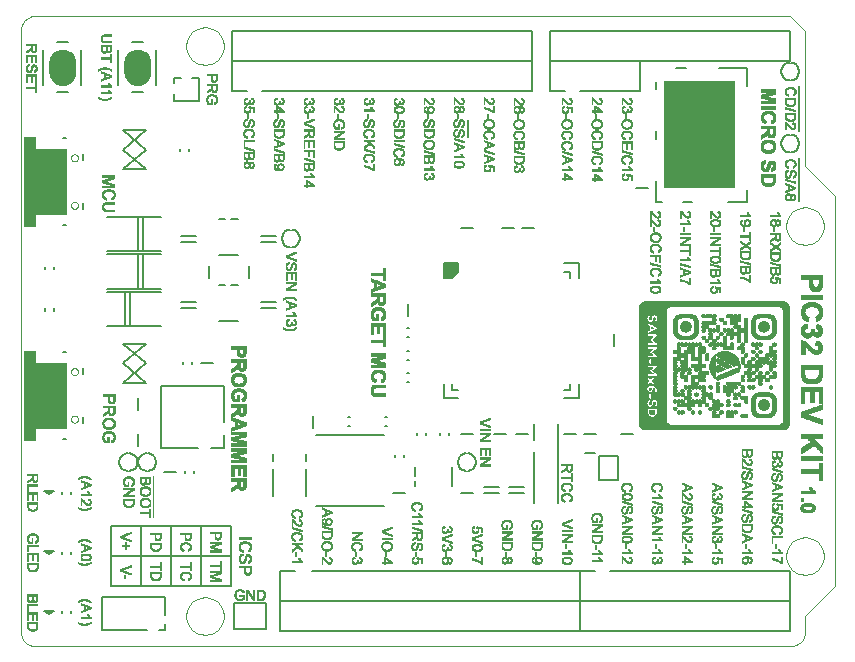
<source format=gbr>
G04 PROTEUS RS274X GERBER FILE*
%FSLAX45Y45*%
%MOMM*%
G01*
%ADD50C,0.025400*%
%ADD51C,0.031750*%
%ADD52C,0.127000*%
%ADD11C,0.200000*%
G36*
X+26300Y+1847200D02*
X+26300Y+2397200D01*
X+386300Y+2397200D01*
X+386300Y+1847200D01*
X+26300Y+1847200D01*
G37*
G36*
X+26300Y+2397200D02*
X+26300Y+2497200D01*
X+121300Y+2497200D01*
X+121300Y+2397200D01*
X+26300Y+2397200D01*
G37*
G36*
X+26300Y+1747200D02*
X+26300Y+1847200D01*
X+121300Y+1847200D01*
X+121300Y+1747200D01*
X+26300Y+1747200D01*
G37*
G36*
X+243800Y+4860800D02*
X+243800Y+4940800D01*
X+245989Y+4963291D01*
X+252286Y+4984091D01*
X+262290Y+5002796D01*
X+275597Y+5019003D01*
X+291804Y+5032310D01*
X+310509Y+5042314D01*
X+331309Y+5048611D01*
X+353800Y+5050800D01*
X+376291Y+5048611D01*
X+397091Y+5042314D01*
X+415796Y+5032310D01*
X+432003Y+5019003D01*
X+445310Y+5002796D01*
X+455314Y+4984091D01*
X+461611Y+4963291D01*
X+463800Y+4940800D01*
X+463800Y+4860800D01*
X+461611Y+4838309D01*
X+455314Y+4817509D01*
X+445310Y+4798804D01*
X+432003Y+4782597D01*
X+415796Y+4769290D01*
X+397091Y+4759286D01*
X+376291Y+4752989D01*
X+353800Y+4750800D01*
X+331309Y+4752989D01*
X+310509Y+4759286D01*
X+291804Y+4769290D01*
X+275597Y+4782597D01*
X+262290Y+4798804D01*
X+252286Y+4817509D01*
X+245989Y+4838309D01*
X+243800Y+4860800D01*
G37*
G36*
X+878800Y+4860800D02*
X+878800Y+4940800D01*
X+880989Y+4963291D01*
X+887286Y+4984091D01*
X+897290Y+5002796D01*
X+910597Y+5019003D01*
X+926804Y+5032310D01*
X+945509Y+5042314D01*
X+966309Y+5048611D01*
X+988800Y+5050800D01*
X+1011291Y+5048611D01*
X+1032091Y+5042314D01*
X+1050796Y+5032310D01*
X+1067003Y+5019003D01*
X+1080310Y+5002796D01*
X+1090314Y+4984091D01*
X+1096611Y+4963291D01*
X+1098800Y+4940800D01*
X+1098800Y+4860800D01*
X+1096611Y+4838309D01*
X+1090314Y+4817509D01*
X+1080310Y+4798804D01*
X+1067003Y+4782597D01*
X+1050796Y+4769290D01*
X+1032091Y+4759286D01*
X+1011291Y+4752989D01*
X+988800Y+4750800D01*
X+966309Y+4752989D01*
X+945509Y+4759286D01*
X+926804Y+4769290D01*
X+910597Y+4782597D01*
X+897290Y+4798804D01*
X+887286Y+4817509D01*
X+880989Y+4838309D01*
X+878800Y+4860800D01*
G37*
G36*
X+281300Y+298200D02*
X+201300Y+298200D01*
X+241300Y+273200D01*
X+281300Y+298200D01*
G37*
G36*
X+281300Y+806200D02*
X+201300Y+806200D01*
X+241300Y+781200D01*
X+281300Y+806200D01*
G37*
G36*
X+281300Y+1314200D02*
X+201300Y+1314200D01*
X+241300Y+1289200D01*
X+281300Y+1314200D01*
G37*
G36*
X+5452000Y+3883100D02*
X+5452000Y+4783100D01*
X+6037000Y+4783100D01*
X+6037000Y+3883100D01*
X+5452000Y+3883100D01*
G37*
G36*
X+3654400Y+3167400D02*
X+3654400Y+3117400D01*
X+3704400Y+3167400D01*
X+3654400Y+3167400D01*
G37*
G36*
X+26300Y+3657900D02*
X+26300Y+4207900D01*
X+386300Y+4207900D01*
X+386300Y+3657900D01*
X+26300Y+3657900D01*
G37*
G36*
X+26300Y+4207900D02*
X+26300Y+4307900D01*
X+121300Y+4307900D01*
X+121300Y+4207900D01*
X+26300Y+4207900D01*
G37*
G36*
X+26300Y+3557900D02*
X+26300Y+3657900D01*
X+121300Y+3657900D01*
X+121300Y+3557900D01*
X+26300Y+3557900D01*
G37*
G36*
X+3584400Y+3118600D02*
X+3654250Y+3118600D01*
X+3705050Y+3169400D01*
X+3705050Y+3239250D01*
X+3584400Y+3239250D01*
X+3584400Y+3118600D01*
G37*
D50*
X+6800850Y+762000D02*
X+6800320Y+774958D01*
X+6796016Y+800876D01*
X+6787025Y+826794D01*
X+6772380Y+852712D01*
X+6749976Y+878466D01*
X+6724058Y+897958D01*
X+6698140Y+910530D01*
X+6672222Y+917866D01*
X+6646304Y+920694D01*
X+6642100Y+920750D01*
X+6483350Y+762000D02*
X+6483880Y+774958D01*
X+6488184Y+800876D01*
X+6497175Y+826794D01*
X+6511820Y+852712D01*
X+6534224Y+878466D01*
X+6560142Y+897958D01*
X+6586060Y+910530D01*
X+6611978Y+917866D01*
X+6637896Y+920694D01*
X+6642100Y+920750D01*
X+6483350Y+762000D02*
X+6483880Y+749042D01*
X+6488184Y+723124D01*
X+6497175Y+697206D01*
X+6511820Y+671288D01*
X+6534224Y+645534D01*
X+6560142Y+626042D01*
X+6586060Y+613470D01*
X+6611978Y+606134D01*
X+6637896Y+603306D01*
X+6642100Y+603250D01*
X+6800850Y+762000D02*
X+6800320Y+749042D01*
X+6796016Y+723124D01*
X+6787025Y+697206D01*
X+6772380Y+671288D01*
X+6749976Y+645534D01*
X+6724058Y+626042D01*
X+6698140Y+613470D01*
X+6672222Y+606134D01*
X+6646304Y+603306D01*
X+6642100Y+603250D01*
X+6800850Y+3556000D02*
X+6800320Y+3568958D01*
X+6796016Y+3594876D01*
X+6787025Y+3620794D01*
X+6772380Y+3646712D01*
X+6749976Y+3672466D01*
X+6724058Y+3691958D01*
X+6698140Y+3704530D01*
X+6672222Y+3711866D01*
X+6646304Y+3714694D01*
X+6642100Y+3714750D01*
X+6483350Y+3556000D02*
X+6483880Y+3568958D01*
X+6488184Y+3594876D01*
X+6497175Y+3620794D01*
X+6511820Y+3646712D01*
X+6534224Y+3672466D01*
X+6560142Y+3691958D01*
X+6586060Y+3704530D01*
X+6611978Y+3711866D01*
X+6637896Y+3714694D01*
X+6642100Y+3714750D01*
X+6483350Y+3556000D02*
X+6483880Y+3543042D01*
X+6488184Y+3517124D01*
X+6497175Y+3491206D01*
X+6511820Y+3465288D01*
X+6534224Y+3439534D01*
X+6560142Y+3420042D01*
X+6586060Y+3407470D01*
X+6611978Y+3400134D01*
X+6637896Y+3397306D01*
X+6642100Y+3397250D01*
X+6800850Y+3556000D02*
X+6800320Y+3543042D01*
X+6796016Y+3517124D01*
X+6787025Y+3491206D01*
X+6772380Y+3465288D01*
X+6749976Y+3439534D01*
X+6724058Y+3420042D01*
X+6698140Y+3407470D01*
X+6672222Y+3400134D01*
X+6646304Y+3397306D01*
X+6642100Y+3397250D01*
X+1720850Y+5080000D02*
X+1720320Y+5092958D01*
X+1716016Y+5118876D01*
X+1707025Y+5144794D01*
X+1692380Y+5170712D01*
X+1669976Y+5196466D01*
X+1644058Y+5215958D01*
X+1618140Y+5228530D01*
X+1592222Y+5235866D01*
X+1566304Y+5238694D01*
X+1562100Y+5238750D01*
X+1403350Y+5080000D02*
X+1403880Y+5092958D01*
X+1408184Y+5118876D01*
X+1417175Y+5144794D01*
X+1431820Y+5170712D01*
X+1454224Y+5196466D01*
X+1480142Y+5215958D01*
X+1506060Y+5228530D01*
X+1531978Y+5235866D01*
X+1557896Y+5238694D01*
X+1562100Y+5238750D01*
X+1403350Y+5080000D02*
X+1403880Y+5067042D01*
X+1408184Y+5041124D01*
X+1417175Y+5015206D01*
X+1431820Y+4989288D01*
X+1454224Y+4963534D01*
X+1480142Y+4944042D01*
X+1506060Y+4931470D01*
X+1531978Y+4924134D01*
X+1557896Y+4921306D01*
X+1562100Y+4921250D01*
X+1720850Y+5080000D02*
X+1720320Y+5067042D01*
X+1716016Y+5041124D01*
X+1707025Y+5015206D01*
X+1692380Y+4989288D01*
X+1669976Y+4963534D01*
X+1644058Y+4944042D01*
X+1618140Y+4931470D01*
X+1592222Y+4924134D01*
X+1566304Y+4921306D01*
X+1562100Y+4921250D01*
X+1720850Y+254000D02*
X+1720320Y+266958D01*
X+1716016Y+292876D01*
X+1707025Y+318794D01*
X+1692380Y+344712D01*
X+1669976Y+370466D01*
X+1644058Y+389958D01*
X+1618140Y+402530D01*
X+1592222Y+409866D01*
X+1566304Y+412694D01*
X+1562100Y+412750D01*
X+1403350Y+254000D02*
X+1403880Y+266958D01*
X+1408184Y+292876D01*
X+1417175Y+318794D01*
X+1431820Y+344712D01*
X+1454224Y+370466D01*
X+1480142Y+389958D01*
X+1506060Y+402530D01*
X+1531978Y+409866D01*
X+1557896Y+412694D01*
X+1562100Y+412750D01*
X+1403350Y+254000D02*
X+1403880Y+241042D01*
X+1408184Y+215124D01*
X+1417175Y+189206D01*
X+1431820Y+163288D01*
X+1454224Y+137534D01*
X+1480142Y+118042D01*
X+1506060Y+105470D01*
X+1531978Y+98134D01*
X+1557896Y+95306D01*
X+1562100Y+95250D01*
X+1720850Y+254000D02*
X+1720320Y+241042D01*
X+1716016Y+215124D01*
X+1707025Y+189206D01*
X+1692380Y+163288D01*
X+1669976Y+137534D01*
X+1644058Y+118042D01*
X+1618140Y+105470D01*
X+1592222Y+98134D01*
X+1566304Y+95306D01*
X+1562100Y+95250D01*
X+127000Y+0D02*
X+101032Y+2527D01*
X+77018Y+9798D01*
X+55423Y+21347D01*
X+36711Y+36711D01*
X+21348Y+55423D01*
X+9798Y+77018D01*
X+2527Y+101032D01*
X+0Y+127000D01*
X+0Y+5207000D01*
X+2527Y+5232967D01*
X+9798Y+5256981D01*
X+21348Y+5278577D01*
X+36711Y+5297289D01*
X+55423Y+5312652D01*
X+77018Y+5324202D01*
X+101032Y+5331473D01*
X+127000Y+5334000D01*
X+6515100Y+5334000D01*
X+6642100Y+5207000D01*
X+6642100Y+4064000D01*
X+6896100Y+3810000D01*
X+6896100Y+508000D01*
X+6642100Y+254000D01*
X+6642100Y+127000D01*
X+6639573Y+101032D01*
X+6632302Y+77018D01*
X+6620752Y+55423D01*
X+6605389Y+36711D01*
X+6586677Y+21347D01*
X+6565081Y+9798D01*
X+6541067Y+2527D01*
X+6515100Y+0D01*
X+127000Y+0D01*
D51*
X+2799715Y+833120D02*
X+2799715Y+853440D01*
X+2802255Y+716280D02*
X+2802255Y+734060D01*
X+2802255Y+825500D02*
X+2802255Y+861060D01*
X+2802255Y+899160D02*
X+2802255Y+911860D01*
X+2802255Y+957580D02*
X+2802255Y+967740D01*
X+2804795Y+711200D02*
X+2804795Y+741680D01*
X+2804795Y+822960D02*
X+2804795Y+863600D01*
X+2804795Y+899160D02*
X+2804795Y+911860D01*
X+2804795Y+957580D02*
X+2804795Y+967740D01*
X+2807335Y+706120D02*
X+2807335Y+744220D01*
X+2807335Y+817880D02*
X+2807335Y+868680D01*
X+2807335Y+899160D02*
X+2807335Y+914400D01*
X+2807335Y+957580D02*
X+2807335Y+967740D01*
X+2809875Y+703580D02*
X+2809875Y+746760D01*
X+2809875Y+815340D02*
X+2809875Y+835660D01*
X+2809875Y+850900D02*
X+2809875Y+871220D01*
X+2809875Y+899160D02*
X+2809875Y+916940D01*
X+2809875Y+957580D02*
X+2809875Y+967740D01*
X+2812415Y+701040D02*
X+2812415Y+716280D01*
X+2812415Y+734060D02*
X+2812415Y+749300D01*
X+2812415Y+815340D02*
X+2812415Y+830580D01*
X+2812415Y+855980D02*
X+2812415Y+871220D01*
X+2812415Y+899160D02*
X+2812415Y+916940D01*
X+2812415Y+957580D02*
X+2812415Y+967740D01*
X+2814955Y+698500D02*
X+2814955Y+713740D01*
X+2814955Y+736600D02*
X+2814955Y+751840D01*
X+2814955Y+812800D02*
X+2814955Y+825500D01*
X+2814955Y+861060D02*
X+2814955Y+873760D01*
X+2814955Y+899160D02*
X+2814955Y+919480D01*
X+2814955Y+957580D02*
X+2814955Y+967740D01*
X+2817495Y+698500D02*
X+2817495Y+711200D01*
X+2817495Y+739140D02*
X+2817495Y+751840D01*
X+2817495Y+812800D02*
X+2817495Y+822960D01*
X+2817495Y+863600D02*
X+2817495Y+876300D01*
X+2817495Y+899160D02*
X+2817495Y+922020D01*
X+2817495Y+957580D02*
X+2817495Y+967740D01*
X+2820035Y+698500D02*
X+2820035Y+708660D01*
X+2820035Y+741680D02*
X+2820035Y+754380D01*
X+2820035Y+810260D02*
X+2820035Y+822960D01*
X+2820035Y+866140D02*
X+2820035Y+876300D01*
X+2820035Y+899160D02*
X+2820035Y+909320D01*
X+2820035Y+911860D02*
X+2820035Y+922020D01*
X+2820035Y+957580D02*
X+2820035Y+967740D01*
X+2822575Y+695960D02*
X+2822575Y+706120D01*
X+2822575Y+741680D02*
X+2822575Y+754380D01*
X+2822575Y+810260D02*
X+2822575Y+820420D01*
X+2822575Y+866140D02*
X+2822575Y+876300D01*
X+2822575Y+899160D02*
X+2822575Y+909320D01*
X+2822575Y+911860D02*
X+2822575Y+924560D01*
X+2822575Y+957580D02*
X+2822575Y+967740D01*
X+2825115Y+695960D02*
X+2825115Y+706120D01*
X+2825115Y+744220D02*
X+2825115Y+754380D01*
X+2825115Y+807720D02*
X+2825115Y+820420D01*
X+2825115Y+868680D02*
X+2825115Y+878840D01*
X+2825115Y+899160D02*
X+2825115Y+909320D01*
X+2825115Y+914400D02*
X+2825115Y+927100D01*
X+2825115Y+957580D02*
X+2825115Y+967740D01*
X+2827655Y+695960D02*
X+2827655Y+706120D01*
X+2827655Y+744220D02*
X+2827655Y+749300D01*
X+2827655Y+807720D02*
X+2827655Y+817880D01*
X+2827655Y+868680D02*
X+2827655Y+878840D01*
X+2827655Y+899160D02*
X+2827655Y+909320D01*
X+2827655Y+916940D02*
X+2827655Y+927100D01*
X+2827655Y+957580D02*
X+2827655Y+967740D01*
X+2830195Y+695960D02*
X+2830195Y+706120D01*
X+2830195Y+762000D02*
X+2830195Y+795020D01*
X+2830195Y+812800D02*
X+2830195Y+817880D01*
X+2830195Y+868680D02*
X+2830195Y+878840D01*
X+2830195Y+899160D02*
X+2830195Y+909320D01*
X+2830195Y+916940D02*
X+2830195Y+929640D01*
X+2830195Y+957580D02*
X+2830195Y+967740D01*
X+2832735Y+695960D02*
X+2832735Y+706120D01*
X+2832735Y+762000D02*
X+2832735Y+795020D01*
X+2832735Y+871220D02*
X+2832735Y+881380D01*
X+2832735Y+899160D02*
X+2832735Y+909320D01*
X+2832735Y+919480D02*
X+2832735Y+929640D01*
X+2832735Y+957580D02*
X+2832735Y+967740D01*
X+2835275Y+695960D02*
X+2835275Y+706120D01*
X+2835275Y+762000D02*
X+2835275Y+795020D01*
X+2835275Y+871220D02*
X+2835275Y+881380D01*
X+2835275Y+899160D02*
X+2835275Y+909320D01*
X+2835275Y+922020D02*
X+2835275Y+932180D01*
X+2835275Y+957580D02*
X+2835275Y+967740D01*
X+2837815Y+698500D02*
X+2837815Y+708660D01*
X+2837815Y+762000D02*
X+2837815Y+795020D01*
X+2837815Y+871220D02*
X+2837815Y+881380D01*
X+2837815Y+899160D02*
X+2837815Y+909320D01*
X+2837815Y+922020D02*
X+2837815Y+934720D01*
X+2837815Y+957580D02*
X+2837815Y+967740D01*
X+2840355Y+698500D02*
X+2840355Y+711200D01*
X+2840355Y+871220D02*
X+2840355Y+881380D01*
X+2840355Y+899160D02*
X+2840355Y+909320D01*
X+2840355Y+924560D02*
X+2840355Y+934720D01*
X+2840355Y+957580D02*
X+2840355Y+967740D01*
X+2842895Y+701040D02*
X+2842895Y+713740D01*
X+2842895Y+871220D02*
X+2842895Y+881380D01*
X+2842895Y+899160D02*
X+2842895Y+909320D01*
X+2842895Y+927100D02*
X+2842895Y+937260D01*
X+2842895Y+957580D02*
X+2842895Y+967740D01*
X+2845435Y+703580D02*
X+2845435Y+731520D01*
X+2845435Y+871220D02*
X+2845435Y+881380D01*
X+2845435Y+899160D02*
X+2845435Y+909320D01*
X+2845435Y+927100D02*
X+2845435Y+939800D01*
X+2845435Y+957580D02*
X+2845435Y+967740D01*
X+2847975Y+706120D02*
X+2847975Y+731520D01*
X+2847975Y+871220D02*
X+2847975Y+881380D01*
X+2847975Y+899160D02*
X+2847975Y+909320D01*
X+2847975Y+929640D02*
X+2847975Y+939800D01*
X+2847975Y+957580D02*
X+2847975Y+967740D01*
X+2850515Y+713740D02*
X+2850515Y+731520D01*
X+2850515Y+871220D02*
X+2850515Y+881380D01*
X+2850515Y+899160D02*
X+2850515Y+909320D01*
X+2850515Y+932180D02*
X+2850515Y+942340D01*
X+2850515Y+957580D02*
X+2850515Y+967740D01*
X+2853055Y+708660D02*
X+2853055Y+731520D01*
X+2853055Y+871220D02*
X+2853055Y+881380D01*
X+2853055Y+899160D02*
X+2853055Y+909320D01*
X+2853055Y+932180D02*
X+2853055Y+944880D01*
X+2853055Y+957580D02*
X+2853055Y+967740D01*
X+2855595Y+706120D02*
X+2855595Y+721360D01*
X+2855595Y+871220D02*
X+2855595Y+881380D01*
X+2855595Y+899160D02*
X+2855595Y+909320D01*
X+2855595Y+934720D02*
X+2855595Y+944880D01*
X+2855595Y+957580D02*
X+2855595Y+967740D01*
X+2858135Y+703580D02*
X+2858135Y+716280D01*
X+2858135Y+871220D02*
X+2858135Y+881380D01*
X+2858135Y+899160D02*
X+2858135Y+909320D01*
X+2858135Y+937260D02*
X+2858135Y+947420D01*
X+2858135Y+957580D02*
X+2858135Y+967740D01*
X+2860675Y+703580D02*
X+2860675Y+713740D01*
X+2860675Y+868680D02*
X+2860675Y+878840D01*
X+2860675Y+899160D02*
X+2860675Y+909320D01*
X+2860675Y+937260D02*
X+2860675Y+949960D01*
X+2860675Y+957580D02*
X+2860675Y+967740D01*
X+2863215Y+701040D02*
X+2863215Y+711200D01*
X+2863215Y+868680D02*
X+2863215Y+878840D01*
X+2863215Y+899160D02*
X+2863215Y+909320D01*
X+2863215Y+939800D02*
X+2863215Y+949960D01*
X+2863215Y+957580D02*
X+2863215Y+967740D01*
X+2865755Y+701040D02*
X+2865755Y+711200D01*
X+2865755Y+744220D02*
X+2865755Y+749300D01*
X+2865755Y+810260D02*
X+2865755Y+820420D01*
X+2865755Y+868680D02*
X+2865755Y+878840D01*
X+2865755Y+899160D02*
X+2865755Y+909320D01*
X+2865755Y+939800D02*
X+2865755Y+952500D01*
X+2865755Y+957580D02*
X+2865755Y+967740D01*
X+2868295Y+701040D02*
X+2868295Y+711200D01*
X+2868295Y+744220D02*
X+2868295Y+754380D01*
X+2868295Y+810260D02*
X+2868295Y+822960D01*
X+2868295Y+866140D02*
X+2868295Y+878840D01*
X+2868295Y+899160D02*
X+2868295Y+909320D01*
X+2868295Y+942340D02*
X+2868295Y+955040D01*
X+2868295Y+957580D02*
X+2868295Y+967740D01*
X+2870835Y+701040D02*
X+2870835Y+711200D01*
X+2870835Y+741680D02*
X+2870835Y+754380D01*
X+2870835Y+812800D02*
X+2870835Y+822960D01*
X+2870835Y+866140D02*
X+2870835Y+876300D01*
X+2870835Y+899160D02*
X+2870835Y+909320D01*
X+2870835Y+944880D02*
X+2870835Y+955040D01*
X+2870835Y+957580D02*
X+2870835Y+967740D01*
X+2873375Y+701040D02*
X+2873375Y+713740D01*
X+2873375Y+741680D02*
X+2873375Y+751840D01*
X+2873375Y+812800D02*
X+2873375Y+825500D01*
X+2873375Y+863600D02*
X+2873375Y+876300D01*
X+2873375Y+899160D02*
X+2873375Y+909320D01*
X+2873375Y+944880D02*
X+2873375Y+967740D01*
X+2875915Y+703580D02*
X+2875915Y+716280D01*
X+2875915Y+739140D02*
X+2875915Y+751840D01*
X+2875915Y+815340D02*
X+2875915Y+828040D01*
X+2875915Y+861060D02*
X+2875915Y+873760D01*
X+2875915Y+899160D02*
X+2875915Y+909320D01*
X+2875915Y+947420D02*
X+2875915Y+967740D01*
X+2878455Y+703580D02*
X+2878455Y+718820D01*
X+2878455Y+734060D02*
X+2878455Y+749300D01*
X+2878455Y+815340D02*
X+2878455Y+830580D01*
X+2878455Y+858520D02*
X+2878455Y+871220D01*
X+2878455Y+899160D02*
X+2878455Y+909320D01*
X+2878455Y+949960D02*
X+2878455Y+967740D01*
X+2880995Y+706120D02*
X+2880995Y+749300D01*
X+2880995Y+817880D02*
X+2880995Y+835660D01*
X+2880995Y+850900D02*
X+2880995Y+868680D01*
X+2880995Y+899160D02*
X+2880995Y+909320D01*
X+2880995Y+949960D02*
X+2880995Y+967740D01*
X+2883535Y+708660D02*
X+2883535Y+746760D01*
X+2883535Y+820420D02*
X+2883535Y+866140D01*
X+2883535Y+899160D02*
X+2883535Y+909320D01*
X+2883535Y+952500D02*
X+2883535Y+967740D01*
X+2886075Y+711200D02*
X+2886075Y+741680D01*
X+2886075Y+822960D02*
X+2886075Y+863600D01*
X+2886075Y+899160D02*
X+2886075Y+909320D01*
X+2886075Y+955040D02*
X+2886075Y+967740D01*
X+2888615Y+718820D02*
X+2888615Y+736600D01*
X+2888615Y+825500D02*
X+2888615Y+858520D01*
X+2888615Y+899160D02*
X+2888615Y+909320D01*
X+2888615Y+955040D02*
X+2888615Y+967740D01*
X+2891155Y+833120D02*
X+2891155Y+853440D01*
X+3053715Y+835660D02*
X+3053715Y+855980D01*
X+3056255Y+703580D02*
X+3056255Y+713740D01*
X+3056255Y+828040D02*
X+3056255Y+863600D01*
X+3056255Y+906780D02*
X+3056255Y+916940D01*
X+3056255Y+965200D02*
X+3056255Y+977900D01*
X+3058795Y+703580D02*
X+3058795Y+713740D01*
X+3058795Y+822960D02*
X+3058795Y+868680D01*
X+3058795Y+906780D02*
X+3058795Y+916940D01*
X+3058795Y+962660D02*
X+3058795Y+980440D01*
X+3061335Y+703580D02*
X+3061335Y+713740D01*
X+3061335Y+820420D02*
X+3061335Y+871220D01*
X+3061335Y+906780D02*
X+3061335Y+916940D01*
X+3061335Y+962660D02*
X+3061335Y+980440D01*
X+3063875Y+703580D02*
X+3063875Y+713740D01*
X+3063875Y+817880D02*
X+3063875Y+835660D01*
X+3063875Y+855980D02*
X+3063875Y+873760D01*
X+3063875Y+906780D02*
X+3063875Y+916940D01*
X+3063875Y+962660D02*
X+3063875Y+980440D01*
X+3066415Y+703580D02*
X+3066415Y+713740D01*
X+3066415Y+815340D02*
X+3066415Y+830580D01*
X+3066415Y+861060D02*
X+3066415Y+876300D01*
X+3066415Y+906780D02*
X+3066415Y+916940D01*
X+3066415Y+960120D02*
X+3066415Y+970280D01*
X+3066415Y+972820D02*
X+3066415Y+982980D01*
X+3068955Y+703580D02*
X+3068955Y+713740D01*
X+3068955Y+812800D02*
X+3068955Y+828040D01*
X+3068955Y+863600D02*
X+3068955Y+878840D01*
X+3068955Y+906780D02*
X+3068955Y+916940D01*
X+3068955Y+960120D02*
X+3068955Y+970280D01*
X+3068955Y+972820D02*
X+3068955Y+982980D01*
X+3071495Y+703580D02*
X+3071495Y+713740D01*
X+3071495Y+812800D02*
X+3071495Y+825500D01*
X+3071495Y+866140D02*
X+3071495Y+878840D01*
X+3071495Y+906780D02*
X+3071495Y+916940D01*
X+3071495Y+960120D02*
X+3071495Y+970280D01*
X+3071495Y+972820D02*
X+3071495Y+982980D01*
X+3074035Y+703580D02*
X+3074035Y+713740D01*
X+3074035Y+810260D02*
X+3074035Y+822960D01*
X+3074035Y+868680D02*
X+3074035Y+881380D01*
X+3074035Y+906780D02*
X+3074035Y+916940D01*
X+3074035Y+957580D02*
X+3074035Y+970280D01*
X+3074035Y+972820D02*
X+3074035Y+985520D01*
X+3076575Y+693420D02*
X+3076575Y+754380D01*
X+3076575Y+810260D02*
X+3076575Y+820420D01*
X+3076575Y+871220D02*
X+3076575Y+881380D01*
X+3076575Y+906780D02*
X+3076575Y+916940D01*
X+3076575Y+957580D02*
X+3076575Y+967740D01*
X+3076575Y+975360D02*
X+3076575Y+985520D01*
X+3079115Y+693420D02*
X+3079115Y+754380D01*
X+3079115Y+807720D02*
X+3079115Y+820420D01*
X+3079115Y+871220D02*
X+3079115Y+883920D01*
X+3079115Y+906780D02*
X+3079115Y+916940D01*
X+3079115Y+955040D02*
X+3079115Y+967740D01*
X+3079115Y+975360D02*
X+3079115Y+988060D01*
X+3081655Y+693420D02*
X+3081655Y+754380D01*
X+3081655Y+807720D02*
X+3081655Y+817880D01*
X+3081655Y+873760D02*
X+3081655Y+883920D01*
X+3081655Y+906780D02*
X+3081655Y+916940D01*
X+3081655Y+955040D02*
X+3081655Y+965200D01*
X+3081655Y+977900D02*
X+3081655Y+988060D01*
X+3084195Y+693420D02*
X+3084195Y+754380D01*
X+3084195Y+759460D02*
X+3084195Y+792480D01*
X+3084195Y+807720D02*
X+3084195Y+817880D01*
X+3084195Y+873760D02*
X+3084195Y+883920D01*
X+3084195Y+906780D02*
X+3084195Y+916940D01*
X+3084195Y+955040D02*
X+3084195Y+965200D01*
X+3084195Y+977900D02*
X+3084195Y+988060D01*
X+3086735Y+703580D02*
X+3086735Y+713740D01*
X+3086735Y+741680D02*
X+3086735Y+754380D01*
X+3086735Y+759460D02*
X+3086735Y+792480D01*
X+3086735Y+805180D02*
X+3086735Y+817880D01*
X+3086735Y+876300D02*
X+3086735Y+886460D01*
X+3086735Y+906780D02*
X+3086735Y+916940D01*
X+3086735Y+952500D02*
X+3086735Y+965200D01*
X+3086735Y+977900D02*
X+3086735Y+990600D01*
X+3089275Y+703580D02*
X+3089275Y+713740D01*
X+3089275Y+739140D02*
X+3089275Y+751840D01*
X+3089275Y+759460D02*
X+3089275Y+792480D01*
X+3089275Y+805180D02*
X+3089275Y+815340D01*
X+3089275Y+876300D02*
X+3089275Y+886460D01*
X+3089275Y+906780D02*
X+3089275Y+916940D01*
X+3089275Y+952500D02*
X+3089275Y+962660D01*
X+3089275Y+980440D02*
X+3089275Y+990600D01*
X+3091815Y+703580D02*
X+3091815Y+713740D01*
X+3091815Y+736600D02*
X+3091815Y+749300D01*
X+3091815Y+759460D02*
X+3091815Y+792480D01*
X+3091815Y+805180D02*
X+3091815Y+815340D01*
X+3091815Y+876300D02*
X+3091815Y+886460D01*
X+3091815Y+906780D02*
X+3091815Y+916940D01*
X+3091815Y+952500D02*
X+3091815Y+962660D01*
X+3091815Y+980440D02*
X+3091815Y+990600D01*
X+3094355Y+703580D02*
X+3094355Y+713740D01*
X+3094355Y+736600D02*
X+3094355Y+746760D01*
X+3094355Y+805180D02*
X+3094355Y+815340D01*
X+3094355Y+876300D02*
X+3094355Y+886460D01*
X+3094355Y+906780D02*
X+3094355Y+916940D01*
X+3094355Y+949960D02*
X+3094355Y+962660D01*
X+3094355Y+982980D02*
X+3094355Y+993140D01*
X+3096895Y+703580D02*
X+3096895Y+713740D01*
X+3096895Y+734060D02*
X+3096895Y+746760D01*
X+3096895Y+805180D02*
X+3096895Y+815340D01*
X+3096895Y+876300D02*
X+3096895Y+886460D01*
X+3096895Y+906780D02*
X+3096895Y+916940D01*
X+3096895Y+949960D02*
X+3096895Y+960120D01*
X+3096895Y+982980D02*
X+3096895Y+993140D01*
X+3099435Y+703580D02*
X+3099435Y+713740D01*
X+3099435Y+731520D02*
X+3099435Y+744220D01*
X+3099435Y+805180D02*
X+3099435Y+815340D01*
X+3099435Y+876300D02*
X+3099435Y+886460D01*
X+3099435Y+906780D02*
X+3099435Y+916940D01*
X+3099435Y+947420D02*
X+3099435Y+960120D01*
X+3099435Y+982980D02*
X+3099435Y+995680D01*
X+3101975Y+703580D02*
X+3101975Y+713740D01*
X+3101975Y+728980D02*
X+3101975Y+741680D01*
X+3101975Y+805180D02*
X+3101975Y+815340D01*
X+3101975Y+876300D02*
X+3101975Y+886460D01*
X+3101975Y+906780D02*
X+3101975Y+916940D01*
X+3101975Y+947420D02*
X+3101975Y+957580D01*
X+3101975Y+985520D02*
X+3101975Y+995680D01*
X+3104515Y+703580D02*
X+3104515Y+713740D01*
X+3104515Y+728980D02*
X+3104515Y+739140D01*
X+3104515Y+805180D02*
X+3104515Y+815340D01*
X+3104515Y+876300D02*
X+3104515Y+886460D01*
X+3104515Y+906780D02*
X+3104515Y+916940D01*
X+3104515Y+947420D02*
X+3104515Y+957580D01*
X+3104515Y+985520D02*
X+3104515Y+995680D01*
X+3107055Y+703580D02*
X+3107055Y+713740D01*
X+3107055Y+726440D02*
X+3107055Y+739140D01*
X+3107055Y+805180D02*
X+3107055Y+815340D01*
X+3107055Y+876300D02*
X+3107055Y+886460D01*
X+3107055Y+906780D02*
X+3107055Y+916940D01*
X+3107055Y+944880D02*
X+3107055Y+957580D01*
X+3107055Y+985520D02*
X+3107055Y+998220D01*
X+3109595Y+703580D02*
X+3109595Y+713740D01*
X+3109595Y+723900D02*
X+3109595Y+736600D01*
X+3109595Y+805180D02*
X+3109595Y+815340D01*
X+3109595Y+876300D02*
X+3109595Y+886460D01*
X+3109595Y+906780D02*
X+3109595Y+916940D01*
X+3109595Y+944880D02*
X+3109595Y+955040D01*
X+3109595Y+988060D02*
X+3109595Y+998220D01*
X+3112135Y+703580D02*
X+3112135Y+713740D01*
X+3112135Y+723900D02*
X+3112135Y+734060D01*
X+3112135Y+805180D02*
X+3112135Y+817880D01*
X+3112135Y+873760D02*
X+3112135Y+886460D01*
X+3112135Y+906780D02*
X+3112135Y+916940D01*
X+3112135Y+944880D02*
X+3112135Y+955040D01*
X+3112135Y+988060D02*
X+3112135Y+998220D01*
X+3114675Y+703580D02*
X+3114675Y+713740D01*
X+3114675Y+721360D02*
X+3114675Y+731520D01*
X+3114675Y+807720D02*
X+3114675Y+817880D01*
X+3114675Y+873760D02*
X+3114675Y+883920D01*
X+3114675Y+906780D02*
X+3114675Y+916940D01*
X+3114675Y+942340D02*
X+3114675Y+952500D01*
X+3114675Y+990600D02*
X+3114675Y+1000760D01*
X+3117215Y+703580D02*
X+3117215Y+713740D01*
X+3117215Y+718820D02*
X+3117215Y+731520D01*
X+3117215Y+807720D02*
X+3117215Y+817880D01*
X+3117215Y+873760D02*
X+3117215Y+883920D01*
X+3117215Y+906780D02*
X+3117215Y+916940D01*
X+3117215Y+942340D02*
X+3117215Y+952500D01*
X+3117215Y+990600D02*
X+3117215Y+1000760D01*
X+3119755Y+703580D02*
X+3119755Y+713740D01*
X+3119755Y+716280D02*
X+3119755Y+728980D01*
X+3119755Y+807720D02*
X+3119755Y+820420D01*
X+3119755Y+873760D02*
X+3119755Y+883920D01*
X+3119755Y+906780D02*
X+3119755Y+916940D01*
X+3119755Y+939800D02*
X+3119755Y+952500D01*
X+3119755Y+990600D02*
X+3119755Y+1003300D01*
X+3122295Y+703580D02*
X+3122295Y+713740D01*
X+3122295Y+716280D02*
X+3122295Y+726440D01*
X+3122295Y+810260D02*
X+3122295Y+820420D01*
X+3122295Y+871220D02*
X+3122295Y+881380D01*
X+3122295Y+906780D02*
X+3122295Y+916940D01*
X+3122295Y+939800D02*
X+3122295Y+949960D01*
X+3122295Y+993140D02*
X+3122295Y+1003300D01*
X+3124835Y+703580D02*
X+3124835Y+726440D01*
X+3124835Y+810260D02*
X+3124835Y+822960D01*
X+3124835Y+868680D02*
X+3124835Y+881380D01*
X+3124835Y+906780D02*
X+3124835Y+916940D01*
X+3124835Y+939800D02*
X+3124835Y+949960D01*
X+3124835Y+993140D02*
X+3124835Y+1003300D01*
X+3127375Y+703580D02*
X+3127375Y+723900D01*
X+3127375Y+812800D02*
X+3127375Y+825500D01*
X+3127375Y+866140D02*
X+3127375Y+878840D01*
X+3127375Y+906780D02*
X+3127375Y+916940D01*
X+3127375Y+937260D02*
X+3127375Y+949960D01*
X+3127375Y+995680D02*
X+3127375Y+1005840D01*
X+3129915Y+703580D02*
X+3129915Y+721360D01*
X+3129915Y+812800D02*
X+3129915Y+828040D01*
X+3129915Y+863600D02*
X+3129915Y+878840D01*
X+3129915Y+906780D02*
X+3129915Y+916940D01*
X+3129915Y+937260D02*
X+3129915Y+947420D01*
X+3129915Y+995680D02*
X+3129915Y+1005840D01*
X+3132455Y+703580D02*
X+3132455Y+718820D01*
X+3132455Y+815340D02*
X+3132455Y+830580D01*
X+3132455Y+861060D02*
X+3132455Y+876300D01*
X+3132455Y+906780D02*
X+3132455Y+916940D01*
X+3132455Y+937260D02*
X+3132455Y+947420D01*
X+3132455Y+995680D02*
X+3132455Y+1005840D01*
X+3134995Y+703580D02*
X+3134995Y+718820D01*
X+3134995Y+817880D02*
X+3134995Y+835660D01*
X+3134995Y+855980D02*
X+3134995Y+873760D01*
X+3134995Y+906780D02*
X+3134995Y+916940D01*
X+3134995Y+934720D02*
X+3134995Y+944880D01*
X+3134995Y+998220D02*
X+3134995Y+1008380D01*
X+3137535Y+703580D02*
X+3137535Y+716280D01*
X+3137535Y+820420D02*
X+3137535Y+871220D01*
X+3137535Y+906780D02*
X+3137535Y+916940D01*
X+3137535Y+934720D02*
X+3137535Y+944880D01*
X+3137535Y+998220D02*
X+3137535Y+1008380D01*
X+3140075Y+703580D02*
X+3140075Y+713740D01*
X+3140075Y+822960D02*
X+3140075Y+868680D01*
X+3140075Y+906780D02*
X+3140075Y+916940D01*
X+3140075Y+932180D02*
X+3140075Y+944880D01*
X+3140075Y+998220D02*
X+3140075Y+1010920D01*
X+3142615Y+703580D02*
X+3142615Y+711200D01*
X+3142615Y+828040D02*
X+3142615Y+863600D01*
X+3142615Y+906780D02*
X+3142615Y+916940D01*
X+3142615Y+932180D02*
X+3142615Y+942340D01*
X+3142615Y+1000760D02*
X+3142615Y+1010920D01*
X+3145155Y+835660D02*
X+3145155Y+855980D01*
X+3564255Y+716280D02*
X+3564255Y+734060D01*
X+3564255Y+825500D02*
X+3564255Y+843280D01*
X+3564255Y+904240D02*
X+3564255Y+916940D01*
X+3564255Y+977900D02*
X+3564255Y+995680D01*
X+3566795Y+711200D02*
X+3566795Y+741680D01*
X+3566795Y+820420D02*
X+3566795Y+850900D01*
X+3566795Y+901700D02*
X+3566795Y+919480D01*
X+3566795Y+972820D02*
X+3566795Y+1003300D01*
X+3569335Y+706120D02*
X+3569335Y+744220D01*
X+3569335Y+815340D02*
X+3569335Y+853440D01*
X+3569335Y+901700D02*
X+3569335Y+919480D01*
X+3569335Y+967740D02*
X+3569335Y+1005840D01*
X+3571875Y+703580D02*
X+3571875Y+746760D01*
X+3571875Y+812800D02*
X+3571875Y+855980D01*
X+3571875Y+901700D02*
X+3571875Y+919480D01*
X+3571875Y+965200D02*
X+3571875Y+1008380D01*
X+3574415Y+701040D02*
X+3574415Y+716280D01*
X+3574415Y+734060D02*
X+3574415Y+749300D01*
X+3574415Y+810260D02*
X+3574415Y+825500D01*
X+3574415Y+843280D02*
X+3574415Y+858520D01*
X+3574415Y+899160D02*
X+3574415Y+909320D01*
X+3574415Y+911860D02*
X+3574415Y+922020D01*
X+3574415Y+962660D02*
X+3574415Y+977900D01*
X+3574415Y+995680D02*
X+3574415Y+1010920D01*
X+3576955Y+701040D02*
X+3576955Y+713740D01*
X+3576955Y+739140D02*
X+3576955Y+751840D01*
X+3576955Y+807720D02*
X+3576955Y+822960D01*
X+3576955Y+845820D02*
X+3576955Y+861060D01*
X+3576955Y+899160D02*
X+3576955Y+909320D01*
X+3576955Y+911860D02*
X+3576955Y+922020D01*
X+3576955Y+960120D02*
X+3576955Y+975360D01*
X+3576955Y+998220D02*
X+3576955Y+1013460D01*
X+3579495Y+698500D02*
X+3579495Y+711200D01*
X+3579495Y+741680D02*
X+3579495Y+751840D01*
X+3579495Y+807720D02*
X+3579495Y+820420D01*
X+3579495Y+848360D02*
X+3579495Y+861060D01*
X+3579495Y+899160D02*
X+3579495Y+909320D01*
X+3579495Y+911860D02*
X+3579495Y+922020D01*
X+3579495Y+960120D02*
X+3579495Y+972820D01*
X+3579495Y+1000760D02*
X+3579495Y+1013460D01*
X+3582035Y+698500D02*
X+3582035Y+708660D01*
X+3582035Y+744220D02*
X+3582035Y+754380D01*
X+3582035Y+807720D02*
X+3582035Y+817880D01*
X+3582035Y+850900D02*
X+3582035Y+863600D01*
X+3582035Y+896620D02*
X+3582035Y+909320D01*
X+3582035Y+911860D02*
X+3582035Y+924560D01*
X+3582035Y+960120D02*
X+3582035Y+970280D01*
X+3582035Y+1003300D02*
X+3582035Y+1016000D01*
X+3584575Y+695960D02*
X+3584575Y+708660D01*
X+3584575Y+744220D02*
X+3584575Y+754380D01*
X+3584575Y+805180D02*
X+3584575Y+815340D01*
X+3584575Y+850900D02*
X+3584575Y+863600D01*
X+3584575Y+896620D02*
X+3584575Y+906780D01*
X+3584575Y+914400D02*
X+3584575Y+924560D01*
X+3584575Y+957580D02*
X+3584575Y+967740D01*
X+3584575Y+1003300D02*
X+3584575Y+1016000D01*
X+3587115Y+695960D02*
X+3587115Y+706120D01*
X+3587115Y+746760D02*
X+3587115Y+754380D01*
X+3587115Y+805180D02*
X+3587115Y+815340D01*
X+3587115Y+853440D02*
X+3587115Y+863600D01*
X+3587115Y+894080D02*
X+3587115Y+906780D01*
X+3587115Y+914400D02*
X+3587115Y+927100D01*
X+3587115Y+957580D02*
X+3587115Y+967740D01*
X+3587115Y+1005840D02*
X+3587115Y+1016000D01*
X+3589655Y+695960D02*
X+3589655Y+706120D01*
X+3589655Y+746760D02*
X+3589655Y+754380D01*
X+3589655Y+805180D02*
X+3589655Y+815340D01*
X+3589655Y+853440D02*
X+3589655Y+858520D01*
X+3589655Y+894080D02*
X+3589655Y+904240D01*
X+3589655Y+916940D02*
X+3589655Y+927100D01*
X+3589655Y+957580D02*
X+3589655Y+967740D01*
X+3589655Y+1005840D02*
X+3589655Y+1010920D01*
X+3592195Y+695960D02*
X+3592195Y+706120D01*
X+3592195Y+746760D02*
X+3592195Y+756920D01*
X+3592195Y+762000D02*
X+3592195Y+795020D01*
X+3592195Y+805180D02*
X+3592195Y+815340D01*
X+3592195Y+894080D02*
X+3592195Y+904240D01*
X+3592195Y+916940D02*
X+3592195Y+927100D01*
X+3592195Y+957580D02*
X+3592195Y+967740D01*
X+3594735Y+695960D02*
X+3594735Y+706120D01*
X+3594735Y+746760D02*
X+3594735Y+756920D01*
X+3594735Y+762000D02*
X+3594735Y+795020D01*
X+3594735Y+805180D02*
X+3594735Y+815340D01*
X+3594735Y+891540D02*
X+3594735Y+904240D01*
X+3594735Y+916940D02*
X+3594735Y+929640D01*
X+3594735Y+957580D02*
X+3594735Y+967740D01*
X+3597275Y+695960D02*
X+3597275Y+706120D01*
X+3597275Y+746760D02*
X+3597275Y+756920D01*
X+3597275Y+762000D02*
X+3597275Y+795020D01*
X+3597275Y+805180D02*
X+3597275Y+815340D01*
X+3597275Y+891540D02*
X+3597275Y+901700D01*
X+3597275Y+919480D02*
X+3597275Y+929640D01*
X+3597275Y+957580D02*
X+3597275Y+967740D01*
X+3599815Y+695960D02*
X+3599815Y+706120D01*
X+3599815Y+746760D02*
X+3599815Y+756920D01*
X+3599815Y+762000D02*
X+3599815Y+795020D01*
X+3599815Y+807720D02*
X+3599815Y+817880D01*
X+3599815Y+891540D02*
X+3599815Y+901700D01*
X+3599815Y+919480D02*
X+3599815Y+929640D01*
X+3599815Y+960120D02*
X+3599815Y+970280D01*
X+3602355Y+698500D02*
X+3602355Y+708660D01*
X+3602355Y+744220D02*
X+3602355Y+756920D01*
X+3602355Y+807720D02*
X+3602355Y+820420D01*
X+3602355Y+889000D02*
X+3602355Y+901700D01*
X+3602355Y+922020D02*
X+3602355Y+932180D01*
X+3602355Y+960120D02*
X+3602355Y+972820D01*
X+3604895Y+698500D02*
X+3604895Y+711200D01*
X+3604895Y+741680D02*
X+3604895Y+756920D01*
X+3604895Y+810260D02*
X+3604895Y+822960D01*
X+3604895Y+889000D02*
X+3604895Y+899160D01*
X+3604895Y+922020D02*
X+3604895Y+932180D01*
X+3604895Y+962660D02*
X+3604895Y+975360D01*
X+3607435Y+698500D02*
X+3607435Y+713740D01*
X+3607435Y+739140D02*
X+3607435Y+756920D01*
X+3607435Y+812800D02*
X+3607435Y+840740D01*
X+3607435Y+886460D02*
X+3607435Y+899160D01*
X+3607435Y+922020D02*
X+3607435Y+934720D01*
X+3607435Y+965200D02*
X+3607435Y+993140D01*
X+3609975Y+701040D02*
X+3609975Y+716280D01*
X+3609975Y+734060D02*
X+3609975Y+756920D01*
X+3609975Y+815340D02*
X+3609975Y+840740D01*
X+3609975Y+886460D02*
X+3609975Y+896620D01*
X+3609975Y+924560D02*
X+3609975Y+934720D01*
X+3609975Y+967740D02*
X+3609975Y+993140D01*
X+3612515Y+703580D02*
X+3612515Y+744220D01*
X+3612515Y+746760D02*
X+3612515Y+756920D01*
X+3612515Y+822960D02*
X+3612515Y+840740D01*
X+3612515Y+886460D02*
X+3612515Y+896620D01*
X+3612515Y+924560D02*
X+3612515Y+934720D01*
X+3612515Y+975360D02*
X+3612515Y+993140D01*
X+3615055Y+706120D02*
X+3615055Y+741680D01*
X+3615055Y+746760D02*
X+3615055Y+756920D01*
X+3615055Y+817880D02*
X+3615055Y+840740D01*
X+3615055Y+883920D02*
X+3615055Y+896620D01*
X+3615055Y+924560D02*
X+3615055Y+937260D01*
X+3615055Y+970280D02*
X+3615055Y+993140D01*
X+3617595Y+708660D02*
X+3617595Y+739140D01*
X+3617595Y+746760D02*
X+3617595Y+756920D01*
X+3617595Y+815340D02*
X+3617595Y+830580D01*
X+3617595Y+883920D02*
X+3617595Y+894080D01*
X+3617595Y+927100D02*
X+3617595Y+937260D01*
X+3617595Y+967740D02*
X+3617595Y+982980D01*
X+3620135Y+716280D02*
X+3620135Y+731520D01*
X+3620135Y+746760D02*
X+3620135Y+756920D01*
X+3620135Y+812800D02*
X+3620135Y+825500D01*
X+3620135Y+883920D02*
X+3620135Y+894080D01*
X+3620135Y+927100D02*
X+3620135Y+937260D01*
X+3620135Y+965200D02*
X+3620135Y+977900D01*
X+3622675Y+746760D02*
X+3622675Y+754380D01*
X+3622675Y+812800D02*
X+3622675Y+822960D01*
X+3622675Y+881380D02*
X+3622675Y+891540D01*
X+3622675Y+929640D02*
X+3622675Y+939800D01*
X+3622675Y+965200D02*
X+3622675Y+975360D01*
X+3625215Y+744220D02*
X+3625215Y+754380D01*
X+3625215Y+810260D02*
X+3625215Y+820420D01*
X+3625215Y+881380D02*
X+3625215Y+891540D01*
X+3625215Y+929640D02*
X+3625215Y+939800D01*
X+3625215Y+962660D02*
X+3625215Y+972820D01*
X+3627755Y+744220D02*
X+3627755Y+754380D01*
X+3627755Y+810260D02*
X+3627755Y+820420D01*
X+3627755Y+853440D02*
X+3627755Y+858520D01*
X+3627755Y+878840D02*
X+3627755Y+891540D01*
X+3627755Y+929640D02*
X+3627755Y+942340D01*
X+3627755Y+962660D02*
X+3627755Y+972820D01*
X+3627755Y+1005840D02*
X+3627755Y+1010920D01*
X+3630295Y+698500D02*
X+3630295Y+708660D01*
X+3630295Y+741680D02*
X+3630295Y+754380D01*
X+3630295Y+810260D02*
X+3630295Y+820420D01*
X+3630295Y+853440D02*
X+3630295Y+863600D01*
X+3630295Y+878840D02*
X+3630295Y+889000D01*
X+3630295Y+932180D02*
X+3630295Y+942340D01*
X+3630295Y+962660D02*
X+3630295Y+972820D01*
X+3630295Y+1005840D02*
X+3630295Y+1016000D01*
X+3632835Y+698500D02*
X+3632835Y+711200D01*
X+3632835Y+741680D02*
X+3632835Y+751840D01*
X+3632835Y+810260D02*
X+3632835Y+820420D01*
X+3632835Y+850900D02*
X+3632835Y+863600D01*
X+3632835Y+878840D02*
X+3632835Y+889000D01*
X+3632835Y+932180D02*
X+3632835Y+942340D01*
X+3632835Y+962660D02*
X+3632835Y+972820D01*
X+3632835Y+1003300D02*
X+3632835Y+1016000D01*
X+3635375Y+701040D02*
X+3635375Y+711200D01*
X+3635375Y+739140D02*
X+3635375Y+751840D01*
X+3635375Y+810260D02*
X+3635375Y+822960D01*
X+3635375Y+850900D02*
X+3635375Y+861060D01*
X+3635375Y+876300D02*
X+3635375Y+889000D01*
X+3635375Y+934720D02*
X+3635375Y+944880D01*
X+3635375Y+962660D02*
X+3635375Y+975360D01*
X+3635375Y+1003300D02*
X+3635375Y+1013460D01*
X+3637915Y+701040D02*
X+3637915Y+713740D01*
X+3637915Y+736600D02*
X+3637915Y+749300D01*
X+3637915Y+812800D02*
X+3637915Y+825500D01*
X+3637915Y+848360D02*
X+3637915Y+861060D01*
X+3637915Y+876300D02*
X+3637915Y+886460D01*
X+3637915Y+934720D02*
X+3637915Y+944880D01*
X+3637915Y+965200D02*
X+3637915Y+977900D01*
X+3637915Y+1000760D02*
X+3637915Y+1013460D01*
X+3640455Y+701040D02*
X+3640455Y+718820D01*
X+3640455Y+731520D02*
X+3640455Y+749300D01*
X+3640455Y+812800D02*
X+3640455Y+828040D01*
X+3640455Y+843280D02*
X+3640455Y+858520D01*
X+3640455Y+876300D02*
X+3640455Y+886460D01*
X+3640455Y+934720D02*
X+3640455Y+944880D01*
X+3640455Y+965200D02*
X+3640455Y+980440D01*
X+3640455Y+995680D02*
X+3640455Y+1010920D01*
X+3642995Y+703580D02*
X+3642995Y+746760D01*
X+3642995Y+815340D02*
X+3642995Y+858520D01*
X+3642995Y+873760D02*
X+3642995Y+883920D01*
X+3642995Y+937260D02*
X+3642995Y+947420D01*
X+3642995Y+967740D02*
X+3642995Y+1010920D01*
X+3645535Y+706120D02*
X+3645535Y+744220D01*
X+3645535Y+817880D02*
X+3645535Y+855980D01*
X+3645535Y+873760D02*
X+3645535Y+883920D01*
X+3645535Y+937260D02*
X+3645535Y+947420D01*
X+3645535Y+970280D02*
X+3645535Y+1008380D01*
X+3648075Y+708660D02*
X+3648075Y+739140D01*
X+3648075Y+820420D02*
X+3648075Y+850900D01*
X+3648075Y+871220D02*
X+3648075Y+883920D01*
X+3648075Y+937260D02*
X+3648075Y+949960D01*
X+3648075Y+972820D02*
X+3648075Y+1003300D01*
X+3650615Y+716280D02*
X+3650615Y+734060D01*
X+3650615Y+828040D02*
X+3650615Y+845820D01*
X+3650615Y+871220D02*
X+3650615Y+881380D01*
X+3650615Y+939800D02*
X+3650615Y+949960D01*
X+3650615Y+980440D02*
X+3650615Y+998220D01*
X+3818255Y+731520D02*
X+3818255Y+741680D01*
X+3818255Y+825500D02*
X+3818255Y+843280D01*
X+3818255Y+904240D02*
X+3818255Y+916940D01*
X+3818255Y+977900D02*
X+3818255Y+998220D01*
X+3820795Y+731520D02*
X+3820795Y+741680D01*
X+3820795Y+820420D02*
X+3820795Y+850900D01*
X+3820795Y+901700D02*
X+3820795Y+919480D01*
X+3820795Y+972820D02*
X+3820795Y+1003300D01*
X+3823335Y+731520D02*
X+3823335Y+741680D01*
X+3823335Y+815340D02*
X+3823335Y+853440D01*
X+3823335Y+901700D02*
X+3823335Y+919480D01*
X+3823335Y+967740D02*
X+3823335Y+1005840D01*
X+3825875Y+731520D02*
X+3825875Y+741680D01*
X+3825875Y+812800D02*
X+3825875Y+855980D01*
X+3825875Y+901700D02*
X+3825875Y+919480D01*
X+3825875Y+965200D02*
X+3825875Y+1008380D01*
X+3828415Y+731520D02*
X+3828415Y+741680D01*
X+3828415Y+812800D02*
X+3828415Y+828040D01*
X+3828415Y+840740D02*
X+3828415Y+855980D01*
X+3828415Y+899160D02*
X+3828415Y+909320D01*
X+3828415Y+911860D02*
X+3828415Y+922020D01*
X+3828415Y+965200D02*
X+3828415Y+980440D01*
X+3828415Y+995680D02*
X+3828415Y+1010920D01*
X+3830955Y+728980D02*
X+3830955Y+739140D01*
X+3830955Y+810260D02*
X+3830955Y+822960D01*
X+3830955Y+845820D02*
X+3830955Y+858520D01*
X+3830955Y+899160D02*
X+3830955Y+909320D01*
X+3830955Y+911860D02*
X+3830955Y+922020D01*
X+3830955Y+962660D02*
X+3830955Y+975360D01*
X+3830955Y+1000760D02*
X+3830955Y+1013460D01*
X+3833495Y+728980D02*
X+3833495Y+739140D01*
X+3833495Y+810260D02*
X+3833495Y+820420D01*
X+3833495Y+848360D02*
X+3833495Y+858520D01*
X+3833495Y+899160D02*
X+3833495Y+909320D01*
X+3833495Y+911860D02*
X+3833495Y+922020D01*
X+3833495Y+960120D02*
X+3833495Y+972820D01*
X+3833495Y+1003300D02*
X+3833495Y+1013460D01*
X+3836035Y+728980D02*
X+3836035Y+739140D01*
X+3836035Y+807720D02*
X+3836035Y+817880D01*
X+3836035Y+850900D02*
X+3836035Y+861060D01*
X+3836035Y+896620D02*
X+3836035Y+909320D01*
X+3836035Y+911860D02*
X+3836035Y+924560D01*
X+3836035Y+960120D02*
X+3836035Y+970280D01*
X+3836035Y+1003300D02*
X+3836035Y+1016000D01*
X+3838575Y+728980D02*
X+3838575Y+739140D01*
X+3838575Y+807720D02*
X+3838575Y+817880D01*
X+3838575Y+850900D02*
X+3838575Y+861060D01*
X+3838575Y+896620D02*
X+3838575Y+906780D01*
X+3838575Y+914400D02*
X+3838575Y+924560D01*
X+3838575Y+960120D02*
X+3838575Y+970280D01*
X+3838575Y+1005840D02*
X+3838575Y+1016000D01*
X+3841115Y+726440D02*
X+3841115Y+736600D01*
X+3841115Y+807720D02*
X+3841115Y+817880D01*
X+3841115Y+850900D02*
X+3841115Y+861060D01*
X+3841115Y+894080D02*
X+3841115Y+906780D01*
X+3841115Y+914400D02*
X+3841115Y+927100D01*
X+3841115Y+957580D02*
X+3841115Y+967740D01*
X+3841115Y+1005840D02*
X+3841115Y+1016000D01*
X+3843655Y+726440D02*
X+3843655Y+736600D01*
X+3843655Y+807720D02*
X+3843655Y+817880D01*
X+3843655Y+850900D02*
X+3843655Y+861060D01*
X+3843655Y+894080D02*
X+3843655Y+904240D01*
X+3843655Y+916940D02*
X+3843655Y+927100D01*
X+3843655Y+957580D02*
X+3843655Y+967740D01*
X+3846195Y+726440D02*
X+3846195Y+736600D01*
X+3846195Y+762000D02*
X+3846195Y+795020D01*
X+3846195Y+805180D02*
X+3846195Y+815340D01*
X+3846195Y+853440D02*
X+3846195Y+863600D01*
X+3846195Y+894080D02*
X+3846195Y+904240D01*
X+3846195Y+916940D02*
X+3846195Y+927100D01*
X+3846195Y+957580D02*
X+3846195Y+967740D01*
X+3848735Y+726440D02*
X+3848735Y+736600D01*
X+3848735Y+762000D02*
X+3848735Y+795020D01*
X+3848735Y+805180D02*
X+3848735Y+815340D01*
X+3848735Y+853440D02*
X+3848735Y+863600D01*
X+3848735Y+891540D02*
X+3848735Y+904240D01*
X+3848735Y+916940D02*
X+3848735Y+929640D01*
X+3848735Y+957580D02*
X+3848735Y+967740D01*
X+3851275Y+723900D02*
X+3851275Y+734060D01*
X+3851275Y+762000D02*
X+3851275Y+795020D01*
X+3851275Y+805180D02*
X+3851275Y+815340D01*
X+3851275Y+853440D02*
X+3851275Y+863600D01*
X+3851275Y+891540D02*
X+3851275Y+901700D01*
X+3851275Y+919480D02*
X+3851275Y+929640D01*
X+3851275Y+957580D02*
X+3851275Y+967740D01*
X+3853815Y+723900D02*
X+3853815Y+734060D01*
X+3853815Y+762000D02*
X+3853815Y+795020D01*
X+3853815Y+805180D02*
X+3853815Y+815340D01*
X+3853815Y+853440D02*
X+3853815Y+863600D01*
X+3853815Y+891540D02*
X+3853815Y+901700D01*
X+3853815Y+919480D02*
X+3853815Y+929640D01*
X+3853815Y+957580D02*
X+3853815Y+967740D01*
X+3856355Y+723900D02*
X+3856355Y+731520D01*
X+3856355Y+805180D02*
X+3856355Y+815340D01*
X+3856355Y+853440D02*
X+3856355Y+863600D01*
X+3856355Y+889000D02*
X+3856355Y+901700D01*
X+3856355Y+922020D02*
X+3856355Y+932180D01*
X+3856355Y+957580D02*
X+3856355Y+967740D01*
X+3858895Y+721360D02*
X+3858895Y+731520D01*
X+3858895Y+805180D02*
X+3858895Y+815340D01*
X+3858895Y+853440D02*
X+3858895Y+863600D01*
X+3858895Y+889000D02*
X+3858895Y+899160D01*
X+3858895Y+922020D02*
X+3858895Y+932180D01*
X+3858895Y+960120D02*
X+3858895Y+970280D01*
X+3858895Y+1003300D02*
X+3858895Y+1008380D01*
X+3861435Y+721360D02*
X+3861435Y+731520D01*
X+3861435Y+805180D02*
X+3861435Y+815340D01*
X+3861435Y+853440D02*
X+3861435Y+863600D01*
X+3861435Y+886460D02*
X+3861435Y+899160D01*
X+3861435Y+922020D02*
X+3861435Y+934720D01*
X+3861435Y+960120D02*
X+3861435Y+970280D01*
X+3861435Y+1000760D02*
X+3861435Y+1013460D01*
X+3863975Y+718820D02*
X+3863975Y+728980D01*
X+3863975Y+805180D02*
X+3863975Y+815340D01*
X+3863975Y+853440D02*
X+3863975Y+863600D01*
X+3863975Y+886460D02*
X+3863975Y+896620D01*
X+3863975Y+924560D02*
X+3863975Y+934720D01*
X+3863975Y+960120D02*
X+3863975Y+972820D01*
X+3863975Y+998220D02*
X+3863975Y+1013460D01*
X+3866515Y+718820D02*
X+3866515Y+728980D01*
X+3866515Y+805180D02*
X+3866515Y+815340D01*
X+3866515Y+853440D02*
X+3866515Y+863600D01*
X+3866515Y+886460D02*
X+3866515Y+896620D01*
X+3866515Y+924560D02*
X+3866515Y+934720D01*
X+3866515Y+962660D02*
X+3866515Y+977900D01*
X+3866515Y+995680D02*
X+3866515Y+1010920D01*
X+3869055Y+716280D02*
X+3869055Y+726440D01*
X+3869055Y+805180D02*
X+3869055Y+815340D01*
X+3869055Y+853440D02*
X+3869055Y+863600D01*
X+3869055Y+883920D02*
X+3869055Y+896620D01*
X+3869055Y+924560D02*
X+3869055Y+937260D01*
X+3869055Y+965200D02*
X+3869055Y+1010920D01*
X+3871595Y+716280D02*
X+3871595Y+726440D01*
X+3871595Y+805180D02*
X+3871595Y+815340D01*
X+3871595Y+853440D02*
X+3871595Y+863600D01*
X+3871595Y+883920D02*
X+3871595Y+894080D01*
X+3871595Y+927100D02*
X+3871595Y+937260D01*
X+3871595Y+967740D02*
X+3871595Y+1010920D01*
X+3874135Y+713740D02*
X+3874135Y+723900D01*
X+3874135Y+805180D02*
X+3874135Y+815340D01*
X+3874135Y+853440D02*
X+3874135Y+863600D01*
X+3874135Y+883920D02*
X+3874135Y+894080D01*
X+3874135Y+927100D02*
X+3874135Y+937260D01*
X+3874135Y+970280D02*
X+3874135Y+998220D01*
X+3874135Y+1000760D02*
X+3874135Y+1010920D01*
X+3876675Y+713740D02*
X+3876675Y+721360D01*
X+3876675Y+805180D02*
X+3876675Y+815340D01*
X+3876675Y+853440D02*
X+3876675Y+863600D01*
X+3876675Y+881380D02*
X+3876675Y+891540D01*
X+3876675Y+929640D02*
X+3876675Y+939800D01*
X+3876675Y+975360D02*
X+3876675Y+993140D01*
X+3876675Y+1000760D02*
X+3876675Y+1010920D01*
X+3879215Y+711200D02*
X+3879215Y+721360D01*
X+3879215Y+807720D02*
X+3879215Y+817880D01*
X+3879215Y+850900D02*
X+3879215Y+861060D01*
X+3879215Y+881380D02*
X+3879215Y+891540D01*
X+3879215Y+929640D02*
X+3879215Y+939800D01*
X+3879215Y+998220D02*
X+3879215Y+1008380D01*
X+3881755Y+711200D02*
X+3881755Y+718820D01*
X+3881755Y+807720D02*
X+3881755Y+817880D01*
X+3881755Y+850900D02*
X+3881755Y+861060D01*
X+3881755Y+878840D02*
X+3881755Y+891540D01*
X+3881755Y+929640D02*
X+3881755Y+942340D01*
X+3881755Y+998220D02*
X+3881755Y+1008380D01*
X+3884295Y+708660D02*
X+3884295Y+718820D01*
X+3884295Y+807720D02*
X+3884295Y+817880D01*
X+3884295Y+850900D02*
X+3884295Y+861060D01*
X+3884295Y+878840D02*
X+3884295Y+889000D01*
X+3884295Y+932180D02*
X+3884295Y+942340D01*
X+3884295Y+998220D02*
X+3884295Y+1008380D01*
X+3886835Y+706120D02*
X+3886835Y+716280D01*
X+3886835Y+807720D02*
X+3886835Y+820420D01*
X+3886835Y+850900D02*
X+3886835Y+861060D01*
X+3886835Y+878840D02*
X+3886835Y+889000D01*
X+3886835Y+932180D02*
X+3886835Y+942340D01*
X+3886835Y+998220D02*
X+3886835Y+1008380D01*
X+3889375Y+706120D02*
X+3889375Y+713740D01*
X+3889375Y+810260D02*
X+3889375Y+820420D01*
X+3889375Y+848360D02*
X+3889375Y+858520D01*
X+3889375Y+876300D02*
X+3889375Y+889000D01*
X+3889375Y+934720D02*
X+3889375Y+944880D01*
X+3889375Y+995680D02*
X+3889375Y+1005840D01*
X+3891915Y+703580D02*
X+3891915Y+711200D01*
X+3891915Y+810260D02*
X+3891915Y+822960D01*
X+3891915Y+845820D02*
X+3891915Y+858520D01*
X+3891915Y+876300D02*
X+3891915Y+886460D01*
X+3891915Y+934720D02*
X+3891915Y+944880D01*
X+3891915Y+995680D02*
X+3891915Y+1005840D01*
X+3894455Y+701040D02*
X+3894455Y+708660D01*
X+3894455Y+812800D02*
X+3894455Y+828040D01*
X+3894455Y+840740D02*
X+3894455Y+855980D01*
X+3894455Y+876300D02*
X+3894455Y+886460D01*
X+3894455Y+934720D02*
X+3894455Y+944880D01*
X+3894455Y+995680D02*
X+3894455Y+1005840D01*
X+3896995Y+698500D02*
X+3896995Y+754380D01*
X+3896995Y+812800D02*
X+3896995Y+855980D01*
X+3896995Y+873760D02*
X+3896995Y+883920D01*
X+3896995Y+937260D02*
X+3896995Y+947420D01*
X+3896995Y+962660D02*
X+3896995Y+1005840D01*
X+3899535Y+698500D02*
X+3899535Y+754380D01*
X+3899535Y+815340D02*
X+3899535Y+853440D01*
X+3899535Y+873760D02*
X+3899535Y+883920D01*
X+3899535Y+937260D02*
X+3899535Y+947420D01*
X+3899535Y+962660D02*
X+3899535Y+1005840D01*
X+3902075Y+698500D02*
X+3902075Y+754380D01*
X+3902075Y+820420D02*
X+3902075Y+848360D01*
X+3902075Y+871220D02*
X+3902075Y+883920D01*
X+3902075Y+937260D02*
X+3902075Y+949960D01*
X+3902075Y+962660D02*
X+3902075Y+1003300D01*
X+3904615Y+698500D02*
X+3904615Y+754380D01*
X+3904615Y+825500D02*
X+3904615Y+843280D01*
X+3904615Y+871220D02*
X+3904615Y+881380D01*
X+3904615Y+939800D02*
X+3904615Y+949960D01*
X+3904615Y+962660D02*
X+3904615Y+1003300D01*
X+4069715Y+1013460D02*
X+4069715Y+1036320D01*
X+4072255Y+718820D02*
X+4072255Y+736600D01*
X+4072255Y+838200D02*
X+4072255Y+881380D01*
X+4072255Y+901700D02*
X+4072255Y+914400D01*
X+4072255Y+960120D02*
X+4072255Y+970280D01*
X+4072255Y+1005840D02*
X+4072255Y+1043940D01*
X+4074795Y+711200D02*
X+4074795Y+744220D01*
X+4074795Y+830580D02*
X+4074795Y+881380D01*
X+4074795Y+901700D02*
X+4074795Y+914400D01*
X+4074795Y+960120D02*
X+4074795Y+970280D01*
X+4074795Y+1000760D02*
X+4074795Y+1049020D01*
X+4077335Y+708660D02*
X+4077335Y+746760D01*
X+4077335Y+825500D02*
X+4077335Y+881380D01*
X+4077335Y+901700D02*
X+4077335Y+916940D01*
X+4077335Y+960120D02*
X+4077335Y+970280D01*
X+4077335Y+995680D02*
X+4077335Y+1054100D01*
X+4079875Y+706120D02*
X+4079875Y+749300D01*
X+4079875Y+822960D02*
X+4079875Y+881380D01*
X+4079875Y+901700D02*
X+4079875Y+919480D01*
X+4079875Y+960120D02*
X+4079875Y+970280D01*
X+4079875Y+990600D02*
X+4079875Y+1016000D01*
X+4079875Y+1036320D02*
X+4079875Y+1056640D01*
X+4082415Y+703580D02*
X+4082415Y+718820D01*
X+4082415Y+736600D02*
X+4082415Y+751840D01*
X+4082415Y+820420D02*
X+4082415Y+838200D01*
X+4082415Y+871220D02*
X+4082415Y+881380D01*
X+4082415Y+901700D02*
X+4082415Y+919480D01*
X+4082415Y+960120D02*
X+4082415Y+970280D01*
X+4082415Y+988060D02*
X+4082415Y+1008380D01*
X+4082415Y+1041400D02*
X+4082415Y+1059180D01*
X+4084955Y+701040D02*
X+4084955Y+713740D01*
X+4084955Y+741680D02*
X+4084955Y+754380D01*
X+4084955Y+817880D02*
X+4084955Y+833120D01*
X+4084955Y+871220D02*
X+4084955Y+881380D01*
X+4084955Y+901700D02*
X+4084955Y+922020D01*
X+4084955Y+960120D02*
X+4084955Y+970280D01*
X+4084955Y+988060D02*
X+4084955Y+1003300D01*
X+4084955Y+1046480D02*
X+4084955Y+1059180D01*
X+4087495Y+701040D02*
X+4087495Y+711200D01*
X+4087495Y+744220D02*
X+4087495Y+754380D01*
X+4087495Y+817880D02*
X+4087495Y+830580D01*
X+4087495Y+871220D02*
X+4087495Y+881380D01*
X+4087495Y+901700D02*
X+4087495Y+924560D01*
X+4087495Y+960120D02*
X+4087495Y+970280D01*
X+4087495Y+988060D02*
X+4087495Y+1000760D01*
X+4087495Y+1049020D02*
X+4087495Y+1061720D01*
X+4090035Y+698500D02*
X+4090035Y+711200D01*
X+4090035Y+744220D02*
X+4090035Y+756920D01*
X+4090035Y+815340D02*
X+4090035Y+828040D01*
X+4090035Y+871220D02*
X+4090035Y+881380D01*
X+4090035Y+901700D02*
X+4090035Y+911860D01*
X+4090035Y+914400D02*
X+4090035Y+924560D01*
X+4090035Y+960120D02*
X+4090035Y+970280D01*
X+4090035Y+988060D02*
X+4090035Y+998220D01*
X+4090035Y+1051560D02*
X+4090035Y+1064260D01*
X+4092575Y+698500D02*
X+4092575Y+708660D01*
X+4092575Y+746760D02*
X+4092575Y+756920D01*
X+4092575Y+815340D02*
X+4092575Y+825500D01*
X+4092575Y+871220D02*
X+4092575Y+881380D01*
X+4092575Y+901700D02*
X+4092575Y+911860D01*
X+4092575Y+914400D02*
X+4092575Y+927100D01*
X+4092575Y+960120D02*
X+4092575Y+970280D01*
X+4092575Y+988060D02*
X+4092575Y+998220D01*
X+4092575Y+1054100D02*
X+4092575Y+1064260D01*
X+4095115Y+698500D02*
X+4095115Y+708660D01*
X+4095115Y+746760D02*
X+4095115Y+756920D01*
X+4095115Y+812800D02*
X+4095115Y+825500D01*
X+4095115Y+871220D02*
X+4095115Y+881380D01*
X+4095115Y+901700D02*
X+4095115Y+911860D01*
X+4095115Y+916940D02*
X+4095115Y+929640D01*
X+4095115Y+960120D02*
X+4095115Y+970280D01*
X+4095115Y+988060D02*
X+4095115Y+998220D01*
X+4095115Y+1054100D02*
X+4095115Y+1066800D01*
X+4097655Y+698500D02*
X+4097655Y+708660D01*
X+4097655Y+746760D02*
X+4097655Y+756920D01*
X+4097655Y+812800D02*
X+4097655Y+822960D01*
X+4097655Y+871220D02*
X+4097655Y+881380D01*
X+4097655Y+901700D02*
X+4097655Y+911860D01*
X+4097655Y+919480D02*
X+4097655Y+929640D01*
X+4097655Y+960120D02*
X+4097655Y+970280D01*
X+4097655Y+988060D02*
X+4097655Y+998220D01*
X+4097655Y+1056640D02*
X+4097655Y+1066800D01*
X+4100195Y+698500D02*
X+4100195Y+708660D01*
X+4100195Y+746760D02*
X+4100195Y+756920D01*
X+4100195Y+764540D02*
X+4100195Y+797560D01*
X+4100195Y+812800D02*
X+4100195Y+822960D01*
X+4100195Y+871220D02*
X+4100195Y+881380D01*
X+4100195Y+901700D02*
X+4100195Y+911860D01*
X+4100195Y+919480D02*
X+4100195Y+932180D01*
X+4100195Y+960120D02*
X+4100195Y+970280D01*
X+4100195Y+988060D02*
X+4100195Y+998220D01*
X+4100195Y+1056640D02*
X+4100195Y+1066800D01*
X+4102735Y+698500D02*
X+4102735Y+708660D01*
X+4102735Y+746760D02*
X+4102735Y+756920D01*
X+4102735Y+764540D02*
X+4102735Y+797560D01*
X+4102735Y+810260D02*
X+4102735Y+822960D01*
X+4102735Y+871220D02*
X+4102735Y+881380D01*
X+4102735Y+901700D02*
X+4102735Y+911860D01*
X+4102735Y+922020D02*
X+4102735Y+932180D01*
X+4102735Y+960120D02*
X+4102735Y+970280D01*
X+4102735Y+988060D02*
X+4102735Y+998220D01*
X+4102735Y+1056640D02*
X+4102735Y+1069340D01*
X+4105275Y+698500D02*
X+4105275Y+711200D01*
X+4105275Y+744220D02*
X+4105275Y+756920D01*
X+4105275Y+764540D02*
X+4105275Y+797560D01*
X+4105275Y+810260D02*
X+4105275Y+820420D01*
X+4105275Y+871220D02*
X+4105275Y+881380D01*
X+4105275Y+901700D02*
X+4105275Y+911860D01*
X+4105275Y+924560D02*
X+4105275Y+934720D01*
X+4105275Y+960120D02*
X+4105275Y+970280D01*
X+4105275Y+988060D02*
X+4105275Y+998220D01*
X+4105275Y+1059180D02*
X+4105275Y+1069340D01*
X+4107815Y+701040D02*
X+4107815Y+711200D01*
X+4107815Y+744220D02*
X+4107815Y+754380D01*
X+4107815Y+764540D02*
X+4107815Y+797560D01*
X+4107815Y+810260D02*
X+4107815Y+820420D01*
X+4107815Y+871220D02*
X+4107815Y+881380D01*
X+4107815Y+901700D02*
X+4107815Y+911860D01*
X+4107815Y+924560D02*
X+4107815Y+937260D01*
X+4107815Y+960120D02*
X+4107815Y+970280D01*
X+4107815Y+988060D02*
X+4107815Y+1026160D01*
X+4107815Y+1059180D02*
X+4107815Y+1069340D01*
X+4110355Y+701040D02*
X+4110355Y+713740D01*
X+4110355Y+741680D02*
X+4110355Y+754380D01*
X+4110355Y+810260D02*
X+4110355Y+820420D01*
X+4110355Y+871220D02*
X+4110355Y+881380D01*
X+4110355Y+901700D02*
X+4110355Y+911860D01*
X+4110355Y+927100D02*
X+4110355Y+937260D01*
X+4110355Y+960120D02*
X+4110355Y+970280D01*
X+4110355Y+988060D02*
X+4110355Y+1026160D01*
X+4110355Y+1059180D02*
X+4110355Y+1069340D01*
X+4112895Y+703580D02*
X+4112895Y+718820D01*
X+4112895Y+736600D02*
X+4112895Y+751840D01*
X+4112895Y+810260D02*
X+4112895Y+820420D01*
X+4112895Y+871220D02*
X+4112895Y+881380D01*
X+4112895Y+901700D02*
X+4112895Y+911860D01*
X+4112895Y+929640D02*
X+4112895Y+939800D01*
X+4112895Y+960120D02*
X+4112895Y+970280D01*
X+4112895Y+988060D02*
X+4112895Y+1026160D01*
X+4112895Y+1059180D02*
X+4112895Y+1069340D01*
X+4115435Y+706120D02*
X+4115435Y+749300D01*
X+4115435Y+810260D02*
X+4115435Y+820420D01*
X+4115435Y+871220D02*
X+4115435Y+881380D01*
X+4115435Y+901700D02*
X+4115435Y+911860D01*
X+4115435Y+929640D02*
X+4115435Y+942340D01*
X+4115435Y+960120D02*
X+4115435Y+970280D01*
X+4115435Y+988060D02*
X+4115435Y+1026160D01*
X+4115435Y+1059180D02*
X+4115435Y+1069340D01*
X+4117975Y+708660D02*
X+4117975Y+746760D01*
X+4117975Y+810260D02*
X+4117975Y+820420D01*
X+4117975Y+871220D02*
X+4117975Y+881380D01*
X+4117975Y+901700D02*
X+4117975Y+911860D01*
X+4117975Y+932180D02*
X+4117975Y+942340D01*
X+4117975Y+960120D02*
X+4117975Y+970280D01*
X+4117975Y+1059180D02*
X+4117975Y+1069340D01*
X+4120515Y+711200D02*
X+4120515Y+744220D01*
X+4120515Y+810260D02*
X+4120515Y+820420D01*
X+4120515Y+871220D02*
X+4120515Y+881380D01*
X+4120515Y+901700D02*
X+4120515Y+911860D01*
X+4120515Y+934720D02*
X+4120515Y+944880D01*
X+4120515Y+960120D02*
X+4120515Y+970280D01*
X+4120515Y+1059180D02*
X+4120515Y+1069340D01*
X+4123055Y+706120D02*
X+4123055Y+746760D01*
X+4123055Y+810260D02*
X+4123055Y+820420D01*
X+4123055Y+871220D02*
X+4123055Y+881380D01*
X+4123055Y+901700D02*
X+4123055Y+911860D01*
X+4123055Y+934720D02*
X+4123055Y+947420D01*
X+4123055Y+960120D02*
X+4123055Y+970280D01*
X+4123055Y+1059180D02*
X+4123055Y+1069340D01*
X+4125595Y+703580D02*
X+4125595Y+718820D01*
X+4125595Y+736600D02*
X+4125595Y+749300D01*
X+4125595Y+810260D02*
X+4125595Y+820420D01*
X+4125595Y+871220D02*
X+4125595Y+881380D01*
X+4125595Y+901700D02*
X+4125595Y+911860D01*
X+4125595Y+937260D02*
X+4125595Y+947420D01*
X+4125595Y+960120D02*
X+4125595Y+970280D01*
X+4125595Y+1059180D02*
X+4125595Y+1069340D01*
X+4128135Y+703580D02*
X+4128135Y+713740D01*
X+4128135Y+739140D02*
X+4128135Y+751840D01*
X+4128135Y+810260D02*
X+4128135Y+820420D01*
X+4128135Y+871220D02*
X+4128135Y+881380D01*
X+4128135Y+901700D02*
X+4128135Y+911860D01*
X+4128135Y+939800D02*
X+4128135Y+949960D01*
X+4128135Y+960120D02*
X+4128135Y+970280D01*
X+4128135Y+1056640D02*
X+4128135Y+1066800D01*
X+4130675Y+701040D02*
X+4130675Y+713740D01*
X+4130675Y+741680D02*
X+4130675Y+754380D01*
X+4130675Y+812800D02*
X+4130675Y+822960D01*
X+4130675Y+871220D02*
X+4130675Y+881380D01*
X+4130675Y+901700D02*
X+4130675Y+911860D01*
X+4130675Y+939800D02*
X+4130675Y+952500D01*
X+4130675Y+960120D02*
X+4130675Y+970280D01*
X+4130675Y+1056640D02*
X+4130675Y+1066800D01*
X+4133215Y+701040D02*
X+4133215Y+711200D01*
X+4133215Y+744220D02*
X+4133215Y+754380D01*
X+4133215Y+812800D02*
X+4133215Y+822960D01*
X+4133215Y+871220D02*
X+4133215Y+881380D01*
X+4133215Y+901700D02*
X+4133215Y+911860D01*
X+4133215Y+942340D02*
X+4133215Y+952500D01*
X+4133215Y+960120D02*
X+4133215Y+970280D01*
X+4133215Y+1056640D02*
X+4133215Y+1066800D01*
X+4135755Y+701040D02*
X+4135755Y+711200D01*
X+4135755Y+744220D02*
X+4135755Y+754380D01*
X+4135755Y+812800D02*
X+4135755Y+822960D01*
X+4135755Y+871220D02*
X+4135755Y+881380D01*
X+4135755Y+901700D02*
X+4135755Y+911860D01*
X+4135755Y+942340D02*
X+4135755Y+955040D01*
X+4135755Y+960120D02*
X+4135755Y+970280D01*
X+4135755Y+988060D02*
X+4135755Y+1000760D01*
X+4135755Y+1054100D02*
X+4135755Y+1066800D01*
X+4138295Y+701040D02*
X+4138295Y+711200D01*
X+4138295Y+744220D02*
X+4138295Y+754380D01*
X+4138295Y+815340D02*
X+4138295Y+825500D01*
X+4138295Y+871220D02*
X+4138295Y+881380D01*
X+4138295Y+901700D02*
X+4138295Y+911860D01*
X+4138295Y+944880D02*
X+4138295Y+957580D01*
X+4138295Y+960120D02*
X+4138295Y+970280D01*
X+4138295Y+990600D02*
X+4138295Y+1000760D01*
X+4138295Y+1054100D02*
X+4138295Y+1064260D01*
X+4140835Y+701040D02*
X+4140835Y+711200D01*
X+4140835Y+744220D02*
X+4140835Y+754380D01*
X+4140835Y+815340D02*
X+4140835Y+828040D01*
X+4140835Y+871220D02*
X+4140835Y+881380D01*
X+4140835Y+901700D02*
X+4140835Y+911860D01*
X+4140835Y+947420D02*
X+4140835Y+957580D01*
X+4140835Y+960120D02*
X+4140835Y+970280D01*
X+4140835Y+990600D02*
X+4140835Y+1000760D01*
X+4140835Y+1051560D02*
X+4140835Y+1064260D01*
X+4143375Y+701040D02*
X+4143375Y+713740D01*
X+4143375Y+741680D02*
X+4143375Y+754380D01*
X+4143375Y+815340D02*
X+4143375Y+830580D01*
X+4143375Y+871220D02*
X+4143375Y+881380D01*
X+4143375Y+901700D02*
X+4143375Y+911860D01*
X+4143375Y+947420D02*
X+4143375Y+970280D01*
X+4143375Y+990600D02*
X+4143375Y+1003300D01*
X+4143375Y+1049020D02*
X+4143375Y+1061720D01*
X+4145915Y+703580D02*
X+4145915Y+716280D01*
X+4145915Y+739140D02*
X+4145915Y+751840D01*
X+4145915Y+817880D02*
X+4145915Y+833120D01*
X+4145915Y+871220D02*
X+4145915Y+881380D01*
X+4145915Y+901700D02*
X+4145915Y+911860D01*
X+4145915Y+949960D02*
X+4145915Y+970280D01*
X+4145915Y+993140D02*
X+4145915Y+1005840D01*
X+4145915Y+1046480D02*
X+4145915Y+1061720D01*
X+4148455Y+703580D02*
X+4148455Y+718820D01*
X+4148455Y+736600D02*
X+4148455Y+751840D01*
X+4148455Y+820420D02*
X+4148455Y+838200D01*
X+4148455Y+871220D02*
X+4148455Y+881380D01*
X+4148455Y+901700D02*
X+4148455Y+911860D01*
X+4148455Y+952500D02*
X+4148455Y+970280D01*
X+4148455Y+995680D02*
X+4148455Y+1010920D01*
X+4148455Y+1041400D02*
X+4148455Y+1059180D01*
X+4150995Y+706120D02*
X+4150995Y+749300D01*
X+4150995Y+822960D02*
X+4150995Y+881380D01*
X+4150995Y+901700D02*
X+4150995Y+911860D01*
X+4150995Y+952500D02*
X+4150995Y+970280D01*
X+4150995Y+995680D02*
X+4150995Y+1016000D01*
X+4150995Y+1036320D02*
X+4150995Y+1056640D01*
X+4153535Y+708660D02*
X+4153535Y+746760D01*
X+4153535Y+825500D02*
X+4153535Y+881380D01*
X+4153535Y+901700D02*
X+4153535Y+911860D01*
X+4153535Y+955040D02*
X+4153535Y+970280D01*
X+4153535Y+998220D02*
X+4153535Y+1054100D01*
X+4156075Y+711200D02*
X+4156075Y+744220D01*
X+4156075Y+830580D02*
X+4156075Y+881380D01*
X+4156075Y+901700D02*
X+4156075Y+911860D01*
X+4156075Y+957580D02*
X+4156075Y+970280D01*
X+4156075Y+1000760D02*
X+4156075Y+1049020D01*
X+4158615Y+718820D02*
X+4158615Y+736600D01*
X+4158615Y+835660D02*
X+4158615Y+881380D01*
X+4158615Y+901700D02*
X+4158615Y+911860D01*
X+4158615Y+957580D02*
X+4158615Y+970280D01*
X+4158615Y+1005840D02*
X+4158615Y+1043940D01*
X+4161155Y+1013460D02*
X+4161155Y+1036320D01*
X+4323715Y+1013460D02*
X+4323715Y+1036320D01*
X+4326255Y+721360D02*
X+4326255Y+739140D01*
X+4326255Y+838200D02*
X+4326255Y+881380D01*
X+4326255Y+901700D02*
X+4326255Y+914400D01*
X+4326255Y+960120D02*
X+4326255Y+970280D01*
X+4326255Y+1005840D02*
X+4326255Y+1043940D01*
X+4328795Y+716280D02*
X+4328795Y+744220D01*
X+4328795Y+830580D02*
X+4328795Y+881380D01*
X+4328795Y+901700D02*
X+4328795Y+914400D01*
X+4328795Y+960120D02*
X+4328795Y+970280D01*
X+4328795Y+1000760D02*
X+4328795Y+1049020D01*
X+4331335Y+711200D02*
X+4331335Y+746760D01*
X+4331335Y+825500D02*
X+4331335Y+881380D01*
X+4331335Y+901700D02*
X+4331335Y+916940D01*
X+4331335Y+960120D02*
X+4331335Y+970280D01*
X+4331335Y+995680D02*
X+4331335Y+1054100D01*
X+4333875Y+708660D02*
X+4333875Y+749300D01*
X+4333875Y+822960D02*
X+4333875Y+881380D01*
X+4333875Y+901700D02*
X+4333875Y+919480D01*
X+4333875Y+960120D02*
X+4333875Y+970280D01*
X+4333875Y+990600D02*
X+4333875Y+1016000D01*
X+4333875Y+1036320D02*
X+4333875Y+1056640D01*
X+4336415Y+706120D02*
X+4336415Y+721360D01*
X+4336415Y+736600D02*
X+4336415Y+751840D01*
X+4336415Y+820420D02*
X+4336415Y+838200D01*
X+4336415Y+871220D02*
X+4336415Y+881380D01*
X+4336415Y+901700D02*
X+4336415Y+919480D01*
X+4336415Y+960120D02*
X+4336415Y+970280D01*
X+4336415Y+988060D02*
X+4336415Y+1008380D01*
X+4336415Y+1041400D02*
X+4336415Y+1059180D01*
X+4338955Y+706120D02*
X+4338955Y+716280D01*
X+4338955Y+739140D02*
X+4338955Y+751840D01*
X+4338955Y+817880D02*
X+4338955Y+833120D01*
X+4338955Y+871220D02*
X+4338955Y+881380D01*
X+4338955Y+901700D02*
X+4338955Y+922020D01*
X+4338955Y+960120D02*
X+4338955Y+970280D01*
X+4338955Y+988060D02*
X+4338955Y+1003300D01*
X+4338955Y+1046480D02*
X+4338955Y+1059180D01*
X+4341495Y+703580D02*
X+4341495Y+713740D01*
X+4341495Y+741680D02*
X+4341495Y+751840D01*
X+4341495Y+817880D02*
X+4341495Y+830580D01*
X+4341495Y+871220D02*
X+4341495Y+881380D01*
X+4341495Y+901700D02*
X+4341495Y+924560D01*
X+4341495Y+960120D02*
X+4341495Y+970280D01*
X+4341495Y+988060D02*
X+4341495Y+1000760D01*
X+4341495Y+1049020D02*
X+4341495Y+1061720D01*
X+4344035Y+703580D02*
X+4344035Y+713740D01*
X+4344035Y+744220D02*
X+4344035Y+754380D01*
X+4344035Y+815340D02*
X+4344035Y+828040D01*
X+4344035Y+871220D02*
X+4344035Y+881380D01*
X+4344035Y+901700D02*
X+4344035Y+911860D01*
X+4344035Y+914400D02*
X+4344035Y+924560D01*
X+4344035Y+960120D02*
X+4344035Y+970280D01*
X+4344035Y+988060D02*
X+4344035Y+998220D01*
X+4344035Y+1051560D02*
X+4344035Y+1064260D01*
X+4346575Y+701040D02*
X+4346575Y+711200D01*
X+4346575Y+744220D02*
X+4346575Y+754380D01*
X+4346575Y+815340D02*
X+4346575Y+825500D01*
X+4346575Y+871220D02*
X+4346575Y+881380D01*
X+4346575Y+901700D02*
X+4346575Y+911860D01*
X+4346575Y+914400D02*
X+4346575Y+927100D01*
X+4346575Y+960120D02*
X+4346575Y+970280D01*
X+4346575Y+988060D02*
X+4346575Y+998220D01*
X+4346575Y+1054100D02*
X+4346575Y+1064260D01*
X+4349115Y+701040D02*
X+4349115Y+711200D01*
X+4349115Y+812800D02*
X+4349115Y+825500D01*
X+4349115Y+871220D02*
X+4349115Y+881380D01*
X+4349115Y+901700D02*
X+4349115Y+911860D01*
X+4349115Y+916940D02*
X+4349115Y+929640D01*
X+4349115Y+960120D02*
X+4349115Y+970280D01*
X+4349115Y+988060D02*
X+4349115Y+998220D01*
X+4349115Y+1054100D02*
X+4349115Y+1066800D01*
X+4351655Y+701040D02*
X+4351655Y+711200D01*
X+4351655Y+812800D02*
X+4351655Y+822960D01*
X+4351655Y+871220D02*
X+4351655Y+881380D01*
X+4351655Y+901700D02*
X+4351655Y+911860D01*
X+4351655Y+919480D02*
X+4351655Y+929640D01*
X+4351655Y+960120D02*
X+4351655Y+970280D01*
X+4351655Y+988060D02*
X+4351655Y+998220D01*
X+4351655Y+1056640D02*
X+4351655Y+1066800D01*
X+4354195Y+701040D02*
X+4354195Y+708660D01*
X+4354195Y+764540D02*
X+4354195Y+797560D01*
X+4354195Y+812800D02*
X+4354195Y+822960D01*
X+4354195Y+871220D02*
X+4354195Y+881380D01*
X+4354195Y+901700D02*
X+4354195Y+911860D01*
X+4354195Y+919480D02*
X+4354195Y+932180D01*
X+4354195Y+960120D02*
X+4354195Y+970280D01*
X+4354195Y+988060D02*
X+4354195Y+998220D01*
X+4354195Y+1056640D02*
X+4354195Y+1066800D01*
X+4356735Y+698500D02*
X+4356735Y+708660D01*
X+4356735Y+721360D02*
X+4356735Y+739140D01*
X+4356735Y+764540D02*
X+4356735Y+797560D01*
X+4356735Y+810260D02*
X+4356735Y+822960D01*
X+4356735Y+871220D02*
X+4356735Y+881380D01*
X+4356735Y+901700D02*
X+4356735Y+911860D01*
X+4356735Y+922020D02*
X+4356735Y+932180D01*
X+4356735Y+960120D02*
X+4356735Y+970280D01*
X+4356735Y+988060D02*
X+4356735Y+998220D01*
X+4356735Y+1056640D02*
X+4356735Y+1069340D01*
X+4359275Y+698500D02*
X+4359275Y+708660D01*
X+4359275Y+716280D02*
X+4359275Y+744220D01*
X+4359275Y+764540D02*
X+4359275Y+797560D01*
X+4359275Y+810260D02*
X+4359275Y+820420D01*
X+4359275Y+871220D02*
X+4359275Y+881380D01*
X+4359275Y+901700D02*
X+4359275Y+911860D01*
X+4359275Y+924560D02*
X+4359275Y+934720D01*
X+4359275Y+960120D02*
X+4359275Y+970280D01*
X+4359275Y+988060D02*
X+4359275Y+998220D01*
X+4359275Y+1059180D02*
X+4359275Y+1069340D01*
X+4361815Y+698500D02*
X+4361815Y+708660D01*
X+4361815Y+713740D02*
X+4361815Y+746760D01*
X+4361815Y+764540D02*
X+4361815Y+797560D01*
X+4361815Y+810260D02*
X+4361815Y+820420D01*
X+4361815Y+871220D02*
X+4361815Y+881380D01*
X+4361815Y+901700D02*
X+4361815Y+911860D01*
X+4361815Y+924560D02*
X+4361815Y+937260D01*
X+4361815Y+960120D02*
X+4361815Y+970280D01*
X+4361815Y+988060D02*
X+4361815Y+1026160D01*
X+4361815Y+1059180D02*
X+4361815Y+1069340D01*
X+4364355Y+698500D02*
X+4364355Y+708660D01*
X+4364355Y+711200D02*
X+4364355Y+749300D01*
X+4364355Y+810260D02*
X+4364355Y+820420D01*
X+4364355Y+871220D02*
X+4364355Y+881380D01*
X+4364355Y+901700D02*
X+4364355Y+911860D01*
X+4364355Y+927100D02*
X+4364355Y+937260D01*
X+4364355Y+960120D02*
X+4364355Y+970280D01*
X+4364355Y+988060D02*
X+4364355Y+1026160D01*
X+4364355Y+1059180D02*
X+4364355Y+1069340D01*
X+4366895Y+698500D02*
X+4366895Y+718820D01*
X+4366895Y+736600D02*
X+4366895Y+751840D01*
X+4366895Y+810260D02*
X+4366895Y+820420D01*
X+4366895Y+871220D02*
X+4366895Y+881380D01*
X+4366895Y+901700D02*
X+4366895Y+911860D01*
X+4366895Y+929640D02*
X+4366895Y+939800D01*
X+4366895Y+960120D02*
X+4366895Y+970280D01*
X+4366895Y+988060D02*
X+4366895Y+1026160D01*
X+4366895Y+1059180D02*
X+4366895Y+1069340D01*
X+4369435Y+698500D02*
X+4369435Y+716280D01*
X+4369435Y+741680D02*
X+4369435Y+754380D01*
X+4369435Y+810260D02*
X+4369435Y+820420D01*
X+4369435Y+871220D02*
X+4369435Y+881380D01*
X+4369435Y+901700D02*
X+4369435Y+911860D01*
X+4369435Y+929640D02*
X+4369435Y+942340D01*
X+4369435Y+960120D02*
X+4369435Y+970280D01*
X+4369435Y+988060D02*
X+4369435Y+1026160D01*
X+4369435Y+1059180D02*
X+4369435Y+1069340D01*
X+4371975Y+698500D02*
X+4371975Y+713740D01*
X+4371975Y+744220D02*
X+4371975Y+754380D01*
X+4371975Y+810260D02*
X+4371975Y+820420D01*
X+4371975Y+871220D02*
X+4371975Y+881380D01*
X+4371975Y+901700D02*
X+4371975Y+911860D01*
X+4371975Y+932180D02*
X+4371975Y+942340D01*
X+4371975Y+960120D02*
X+4371975Y+970280D01*
X+4371975Y+1059180D02*
X+4371975Y+1069340D01*
X+4374515Y+698500D02*
X+4374515Y+711200D01*
X+4374515Y+744220D02*
X+4374515Y+754380D01*
X+4374515Y+810260D02*
X+4374515Y+820420D01*
X+4374515Y+871220D02*
X+4374515Y+881380D01*
X+4374515Y+901700D02*
X+4374515Y+911860D01*
X+4374515Y+934720D02*
X+4374515Y+944880D01*
X+4374515Y+960120D02*
X+4374515Y+970280D01*
X+4374515Y+1059180D02*
X+4374515Y+1069340D01*
X+4377055Y+698500D02*
X+4377055Y+708660D01*
X+4377055Y+746760D02*
X+4377055Y+756920D01*
X+4377055Y+810260D02*
X+4377055Y+820420D01*
X+4377055Y+871220D02*
X+4377055Y+881380D01*
X+4377055Y+901700D02*
X+4377055Y+911860D01*
X+4377055Y+934720D02*
X+4377055Y+947420D01*
X+4377055Y+960120D02*
X+4377055Y+970280D01*
X+4377055Y+1059180D02*
X+4377055Y+1069340D01*
X+4379595Y+698500D02*
X+4379595Y+708660D01*
X+4379595Y+746760D02*
X+4379595Y+756920D01*
X+4379595Y+810260D02*
X+4379595Y+820420D01*
X+4379595Y+871220D02*
X+4379595Y+881380D01*
X+4379595Y+901700D02*
X+4379595Y+911860D01*
X+4379595Y+937260D02*
X+4379595Y+947420D01*
X+4379595Y+960120D02*
X+4379595Y+970280D01*
X+4379595Y+1059180D02*
X+4379595Y+1069340D01*
X+4382135Y+698500D02*
X+4382135Y+708660D01*
X+4382135Y+746760D02*
X+4382135Y+756920D01*
X+4382135Y+810260D02*
X+4382135Y+820420D01*
X+4382135Y+871220D02*
X+4382135Y+881380D01*
X+4382135Y+901700D02*
X+4382135Y+911860D01*
X+4382135Y+939800D02*
X+4382135Y+949960D01*
X+4382135Y+960120D02*
X+4382135Y+970280D01*
X+4382135Y+1056640D02*
X+4382135Y+1066800D01*
X+4384675Y+698500D02*
X+4384675Y+708660D01*
X+4384675Y+746760D02*
X+4384675Y+756920D01*
X+4384675Y+812800D02*
X+4384675Y+822960D01*
X+4384675Y+871220D02*
X+4384675Y+881380D01*
X+4384675Y+901700D02*
X+4384675Y+911860D01*
X+4384675Y+939800D02*
X+4384675Y+952500D01*
X+4384675Y+960120D02*
X+4384675Y+970280D01*
X+4384675Y+1056640D02*
X+4384675Y+1066800D01*
X+4387215Y+698500D02*
X+4387215Y+708660D01*
X+4387215Y+746760D02*
X+4387215Y+756920D01*
X+4387215Y+812800D02*
X+4387215Y+822960D01*
X+4387215Y+871220D02*
X+4387215Y+881380D01*
X+4387215Y+901700D02*
X+4387215Y+911860D01*
X+4387215Y+942340D02*
X+4387215Y+952500D01*
X+4387215Y+960120D02*
X+4387215Y+970280D01*
X+4387215Y+1056640D02*
X+4387215Y+1066800D01*
X+4389755Y+701040D02*
X+4389755Y+708660D01*
X+4389755Y+746760D02*
X+4389755Y+756920D01*
X+4389755Y+812800D02*
X+4389755Y+822960D01*
X+4389755Y+871220D02*
X+4389755Y+881380D01*
X+4389755Y+901700D02*
X+4389755Y+911860D01*
X+4389755Y+942340D02*
X+4389755Y+955040D01*
X+4389755Y+960120D02*
X+4389755Y+970280D01*
X+4389755Y+988060D02*
X+4389755Y+1000760D01*
X+4389755Y+1054100D02*
X+4389755Y+1066800D01*
X+4392295Y+701040D02*
X+4392295Y+708660D01*
X+4392295Y+744220D02*
X+4392295Y+756920D01*
X+4392295Y+815340D02*
X+4392295Y+825500D01*
X+4392295Y+871220D02*
X+4392295Y+881380D01*
X+4392295Y+901700D02*
X+4392295Y+911860D01*
X+4392295Y+944880D02*
X+4392295Y+957580D01*
X+4392295Y+960120D02*
X+4392295Y+970280D01*
X+4392295Y+990600D02*
X+4392295Y+1000760D01*
X+4392295Y+1054100D02*
X+4392295Y+1064260D01*
X+4394835Y+701040D02*
X+4394835Y+711200D01*
X+4394835Y+744220D02*
X+4394835Y+754380D01*
X+4394835Y+815340D02*
X+4394835Y+828040D01*
X+4394835Y+871220D02*
X+4394835Y+881380D01*
X+4394835Y+901700D02*
X+4394835Y+911860D01*
X+4394835Y+947420D02*
X+4394835Y+957580D01*
X+4394835Y+960120D02*
X+4394835Y+970280D01*
X+4394835Y+990600D02*
X+4394835Y+1000760D01*
X+4394835Y+1051560D02*
X+4394835Y+1064260D01*
X+4397375Y+703580D02*
X+4397375Y+713740D01*
X+4397375Y+741680D02*
X+4397375Y+754380D01*
X+4397375Y+815340D02*
X+4397375Y+830580D01*
X+4397375Y+871220D02*
X+4397375Y+881380D01*
X+4397375Y+901700D02*
X+4397375Y+911860D01*
X+4397375Y+947420D02*
X+4397375Y+970280D01*
X+4397375Y+990600D02*
X+4397375Y+1003300D01*
X+4397375Y+1049020D02*
X+4397375Y+1061720D01*
X+4399915Y+703580D02*
X+4399915Y+713740D01*
X+4399915Y+739140D02*
X+4399915Y+754380D01*
X+4399915Y+817880D02*
X+4399915Y+833120D01*
X+4399915Y+871220D02*
X+4399915Y+881380D01*
X+4399915Y+901700D02*
X+4399915Y+911860D01*
X+4399915Y+949960D02*
X+4399915Y+970280D01*
X+4399915Y+993140D02*
X+4399915Y+1005840D01*
X+4399915Y+1046480D02*
X+4399915Y+1061720D01*
X+4402455Y+706120D02*
X+4402455Y+718820D01*
X+4402455Y+734060D02*
X+4402455Y+751840D01*
X+4402455Y+820420D02*
X+4402455Y+838200D01*
X+4402455Y+871220D02*
X+4402455Y+881380D01*
X+4402455Y+901700D02*
X+4402455Y+911860D01*
X+4402455Y+952500D02*
X+4402455Y+970280D01*
X+4402455Y+995680D02*
X+4402455Y+1010920D01*
X+4402455Y+1041400D02*
X+4402455Y+1059180D01*
X+4404995Y+708660D02*
X+4404995Y+749300D01*
X+4404995Y+822960D02*
X+4404995Y+881380D01*
X+4404995Y+901700D02*
X+4404995Y+911860D01*
X+4404995Y+952500D02*
X+4404995Y+970280D01*
X+4404995Y+995680D02*
X+4404995Y+1016000D01*
X+4404995Y+1036320D02*
X+4404995Y+1056640D01*
X+4407535Y+711200D02*
X+4407535Y+746760D01*
X+4407535Y+825500D02*
X+4407535Y+881380D01*
X+4407535Y+901700D02*
X+4407535Y+911860D01*
X+4407535Y+955040D02*
X+4407535Y+970280D01*
X+4407535Y+998220D02*
X+4407535Y+1054100D01*
X+4410075Y+713740D02*
X+4410075Y+744220D01*
X+4410075Y+830580D02*
X+4410075Y+881380D01*
X+4410075Y+901700D02*
X+4410075Y+911860D01*
X+4410075Y+957580D02*
X+4410075Y+970280D01*
X+4410075Y+1000760D02*
X+4410075Y+1049020D01*
X+4412615Y+721360D02*
X+4412615Y+736600D01*
X+4412615Y+835660D02*
X+4412615Y+881380D01*
X+4412615Y+901700D02*
X+4412615Y+911860D01*
X+4412615Y+957580D02*
X+4412615Y+970280D01*
X+4412615Y+1005840D02*
X+4412615Y+1043940D01*
X+4415155Y+1013460D02*
X+4415155Y+1036320D01*
X+4580255Y+716280D02*
X+4580255Y+734060D01*
X+4580255Y+782320D02*
X+4580255Y+792480D01*
X+4580255Y+878840D02*
X+4580255Y+891540D01*
X+4580255Y+937260D02*
X+4580255Y+947420D01*
X+4580255Y+970280D02*
X+4580255Y+980440D01*
X+4580255Y+1028700D02*
X+4580255Y+1041400D01*
X+4582795Y+711200D02*
X+4582795Y+741680D01*
X+4582795Y+782320D02*
X+4582795Y+792480D01*
X+4582795Y+878840D02*
X+4582795Y+891540D01*
X+4582795Y+937260D02*
X+4582795Y+947420D01*
X+4582795Y+970280D02*
X+4582795Y+980440D01*
X+4582795Y+1026160D02*
X+4582795Y+1043940D01*
X+4585335Y+706120D02*
X+4585335Y+744220D01*
X+4585335Y+782320D02*
X+4585335Y+792480D01*
X+4585335Y+878840D02*
X+4585335Y+894080D01*
X+4585335Y+937260D02*
X+4585335Y+947420D01*
X+4585335Y+970280D02*
X+4585335Y+980440D01*
X+4585335Y+1026160D02*
X+4585335Y+1043940D01*
X+4587875Y+703580D02*
X+4587875Y+746760D01*
X+4587875Y+782320D02*
X+4587875Y+792480D01*
X+4587875Y+878840D02*
X+4587875Y+896620D01*
X+4587875Y+937260D02*
X+4587875Y+947420D01*
X+4587875Y+970280D02*
X+4587875Y+980440D01*
X+4587875Y+1026160D02*
X+4587875Y+1043940D01*
X+4590415Y+703580D02*
X+4590415Y+718820D01*
X+4590415Y+731520D02*
X+4590415Y+746760D01*
X+4590415Y+782320D02*
X+4590415Y+792480D01*
X+4590415Y+878840D02*
X+4590415Y+896620D01*
X+4590415Y+937260D02*
X+4590415Y+947420D01*
X+4590415Y+970280D02*
X+4590415Y+980440D01*
X+4590415Y+1023620D02*
X+4590415Y+1033780D01*
X+4590415Y+1036320D02*
X+4590415Y+1046480D01*
X+4592955Y+701040D02*
X+4592955Y+713740D01*
X+4592955Y+736600D02*
X+4592955Y+749300D01*
X+4592955Y+782320D02*
X+4592955Y+792480D01*
X+4592955Y+878840D02*
X+4592955Y+899160D01*
X+4592955Y+937260D02*
X+4592955Y+947420D01*
X+4592955Y+970280D02*
X+4592955Y+980440D01*
X+4592955Y+1023620D02*
X+4592955Y+1033780D01*
X+4592955Y+1036320D02*
X+4592955Y+1046480D01*
X+4595495Y+701040D02*
X+4595495Y+711200D01*
X+4595495Y+739140D02*
X+4595495Y+749300D01*
X+4595495Y+782320D02*
X+4595495Y+792480D01*
X+4595495Y+878840D02*
X+4595495Y+901700D01*
X+4595495Y+937260D02*
X+4595495Y+947420D01*
X+4595495Y+970280D02*
X+4595495Y+980440D01*
X+4595495Y+1023620D02*
X+4595495Y+1033780D01*
X+4595495Y+1036320D02*
X+4595495Y+1046480D01*
X+4598035Y+698500D02*
X+4598035Y+708660D01*
X+4598035Y+741680D02*
X+4598035Y+751840D01*
X+4598035Y+782320D02*
X+4598035Y+792480D01*
X+4598035Y+878840D02*
X+4598035Y+889000D01*
X+4598035Y+891540D02*
X+4598035Y+901700D01*
X+4598035Y+937260D02*
X+4598035Y+947420D01*
X+4598035Y+970280D02*
X+4598035Y+980440D01*
X+4598035Y+1021080D02*
X+4598035Y+1033780D01*
X+4598035Y+1036320D02*
X+4598035Y+1049020D01*
X+4600575Y+698500D02*
X+4600575Y+708660D01*
X+4600575Y+741680D02*
X+4600575Y+751840D01*
X+4600575Y+782320D02*
X+4600575Y+792480D01*
X+4600575Y+878840D02*
X+4600575Y+889000D01*
X+4600575Y+891540D02*
X+4600575Y+904240D01*
X+4600575Y+937260D02*
X+4600575Y+947420D01*
X+4600575Y+970280D02*
X+4600575Y+980440D01*
X+4600575Y+1021080D02*
X+4600575Y+1031240D01*
X+4600575Y+1038860D02*
X+4600575Y+1049020D01*
X+4603115Y+698500D02*
X+4603115Y+708660D01*
X+4603115Y+741680D02*
X+4603115Y+751840D01*
X+4603115Y+782320D02*
X+4603115Y+792480D01*
X+4603115Y+878840D02*
X+4603115Y+889000D01*
X+4603115Y+894080D02*
X+4603115Y+906780D01*
X+4603115Y+937260D02*
X+4603115Y+947420D01*
X+4603115Y+970280D02*
X+4603115Y+980440D01*
X+4603115Y+1018540D02*
X+4603115Y+1031240D01*
X+4603115Y+1038860D02*
X+4603115Y+1051560D01*
X+4605655Y+698500D02*
X+4605655Y+708660D01*
X+4605655Y+741680D02*
X+4605655Y+751840D01*
X+4605655Y+782320D02*
X+4605655Y+792480D01*
X+4605655Y+878840D02*
X+4605655Y+889000D01*
X+4605655Y+896620D02*
X+4605655Y+906780D01*
X+4605655Y+937260D02*
X+4605655Y+947420D01*
X+4605655Y+970280D02*
X+4605655Y+980440D01*
X+4605655Y+1018540D02*
X+4605655Y+1028700D01*
X+4605655Y+1041400D02*
X+4605655Y+1051560D01*
X+4608195Y+695960D02*
X+4608195Y+706120D01*
X+4608195Y+744220D02*
X+4608195Y+754380D01*
X+4608195Y+782320D02*
X+4608195Y+792480D01*
X+4608195Y+830580D02*
X+4608195Y+863600D01*
X+4608195Y+878840D02*
X+4608195Y+889000D01*
X+4608195Y+896620D02*
X+4608195Y+909320D01*
X+4608195Y+937260D02*
X+4608195Y+947420D01*
X+4608195Y+970280D02*
X+4608195Y+980440D01*
X+4608195Y+1018540D02*
X+4608195Y+1028700D01*
X+4608195Y+1041400D02*
X+4608195Y+1051560D01*
X+4610735Y+695960D02*
X+4610735Y+706120D01*
X+4610735Y+744220D02*
X+4610735Y+754380D01*
X+4610735Y+782320D02*
X+4610735Y+792480D01*
X+4610735Y+830580D02*
X+4610735Y+863600D01*
X+4610735Y+878840D02*
X+4610735Y+889000D01*
X+4610735Y+899160D02*
X+4610735Y+909320D01*
X+4610735Y+937260D02*
X+4610735Y+947420D01*
X+4610735Y+970280D02*
X+4610735Y+980440D01*
X+4610735Y+1016000D02*
X+4610735Y+1028700D01*
X+4610735Y+1041400D02*
X+4610735Y+1054100D01*
X+4613275Y+695960D02*
X+4613275Y+706120D01*
X+4613275Y+744220D02*
X+4613275Y+754380D01*
X+4613275Y+782320D02*
X+4613275Y+792480D01*
X+4613275Y+830580D02*
X+4613275Y+863600D01*
X+4613275Y+878840D02*
X+4613275Y+889000D01*
X+4613275Y+901700D02*
X+4613275Y+911860D01*
X+4613275Y+937260D02*
X+4613275Y+947420D01*
X+4613275Y+970280D02*
X+4613275Y+980440D01*
X+4613275Y+1016000D02*
X+4613275Y+1026160D01*
X+4613275Y+1043940D02*
X+4613275Y+1054100D01*
X+4615815Y+695960D02*
X+4615815Y+706120D01*
X+4615815Y+744220D02*
X+4615815Y+754380D01*
X+4615815Y+782320D02*
X+4615815Y+792480D01*
X+4615815Y+830580D02*
X+4615815Y+863600D01*
X+4615815Y+878840D02*
X+4615815Y+889000D01*
X+4615815Y+901700D02*
X+4615815Y+914400D01*
X+4615815Y+937260D02*
X+4615815Y+947420D01*
X+4615815Y+970280D02*
X+4615815Y+980440D01*
X+4615815Y+1016000D02*
X+4615815Y+1026160D01*
X+4615815Y+1043940D02*
X+4615815Y+1054100D01*
X+4618355Y+695960D02*
X+4618355Y+706120D01*
X+4618355Y+744220D02*
X+4618355Y+754380D01*
X+4618355Y+782320D02*
X+4618355Y+792480D01*
X+4618355Y+878840D02*
X+4618355Y+889000D01*
X+4618355Y+904240D02*
X+4618355Y+914400D01*
X+4618355Y+937260D02*
X+4618355Y+947420D01*
X+4618355Y+970280D02*
X+4618355Y+980440D01*
X+4618355Y+1013460D02*
X+4618355Y+1026160D01*
X+4618355Y+1046480D02*
X+4618355Y+1056640D01*
X+4620895Y+695960D02*
X+4620895Y+706120D01*
X+4620895Y+744220D02*
X+4620895Y+754380D01*
X+4620895Y+782320D02*
X+4620895Y+792480D01*
X+4620895Y+878840D02*
X+4620895Y+889000D01*
X+4620895Y+906780D02*
X+4620895Y+916940D01*
X+4620895Y+937260D02*
X+4620895Y+947420D01*
X+4620895Y+970280D02*
X+4620895Y+980440D01*
X+4620895Y+1013460D02*
X+4620895Y+1023620D01*
X+4620895Y+1046480D02*
X+4620895Y+1056640D01*
X+4623435Y+695960D02*
X+4623435Y+706120D01*
X+4623435Y+744220D02*
X+4623435Y+754380D01*
X+4623435Y+782320D02*
X+4623435Y+792480D01*
X+4623435Y+878840D02*
X+4623435Y+889000D01*
X+4623435Y+906780D02*
X+4623435Y+919480D01*
X+4623435Y+937260D02*
X+4623435Y+947420D01*
X+4623435Y+970280D02*
X+4623435Y+980440D01*
X+4623435Y+1010920D02*
X+4623435Y+1023620D01*
X+4623435Y+1046480D02*
X+4623435Y+1059180D01*
X+4625975Y+695960D02*
X+4625975Y+706120D01*
X+4625975Y+744220D02*
X+4625975Y+754380D01*
X+4625975Y+782320D02*
X+4625975Y+792480D01*
X+4625975Y+878840D02*
X+4625975Y+889000D01*
X+4625975Y+909320D02*
X+4625975Y+919480D01*
X+4625975Y+937260D02*
X+4625975Y+947420D01*
X+4625975Y+970280D02*
X+4625975Y+980440D01*
X+4625975Y+1010920D02*
X+4625975Y+1021080D01*
X+4625975Y+1049020D02*
X+4625975Y+1059180D01*
X+4628515Y+695960D02*
X+4628515Y+706120D01*
X+4628515Y+744220D02*
X+4628515Y+754380D01*
X+4628515Y+782320D02*
X+4628515Y+792480D01*
X+4628515Y+878840D02*
X+4628515Y+889000D01*
X+4628515Y+911860D02*
X+4628515Y+922020D01*
X+4628515Y+937260D02*
X+4628515Y+947420D01*
X+4628515Y+970280D02*
X+4628515Y+980440D01*
X+4628515Y+1010920D02*
X+4628515Y+1021080D01*
X+4628515Y+1049020D02*
X+4628515Y+1059180D01*
X+4631055Y+695960D02*
X+4631055Y+706120D01*
X+4631055Y+744220D02*
X+4631055Y+754380D01*
X+4631055Y+782320D02*
X+4631055Y+792480D01*
X+4631055Y+878840D02*
X+4631055Y+889000D01*
X+4631055Y+911860D02*
X+4631055Y+924560D01*
X+4631055Y+937260D02*
X+4631055Y+947420D01*
X+4631055Y+970280D02*
X+4631055Y+980440D01*
X+4631055Y+1008380D02*
X+4631055Y+1021080D01*
X+4631055Y+1049020D02*
X+4631055Y+1061720D01*
X+4633595Y+695960D02*
X+4633595Y+706120D01*
X+4633595Y+744220D02*
X+4633595Y+754380D01*
X+4633595Y+782320D02*
X+4633595Y+792480D01*
X+4633595Y+878840D02*
X+4633595Y+889000D01*
X+4633595Y+914400D02*
X+4633595Y+924560D01*
X+4633595Y+937260D02*
X+4633595Y+947420D01*
X+4633595Y+970280D02*
X+4633595Y+980440D01*
X+4633595Y+1008380D02*
X+4633595Y+1018540D01*
X+4633595Y+1051560D02*
X+4633595Y+1061720D01*
X+4636135Y+695960D02*
X+4636135Y+706120D01*
X+4636135Y+744220D02*
X+4636135Y+754380D01*
X+4636135Y+782320D02*
X+4636135Y+792480D01*
X+4636135Y+812800D02*
X+4636135Y+815340D01*
X+4636135Y+878840D02*
X+4636135Y+889000D01*
X+4636135Y+916940D02*
X+4636135Y+927100D01*
X+4636135Y+937260D02*
X+4636135Y+947420D01*
X+4636135Y+970280D02*
X+4636135Y+980440D01*
X+4636135Y+1008380D02*
X+4636135Y+1018540D01*
X+4636135Y+1051560D02*
X+4636135Y+1061720D01*
X+4638675Y+695960D02*
X+4638675Y+706120D01*
X+4638675Y+744220D02*
X+4638675Y+754380D01*
X+4638675Y+782320D02*
X+4638675Y+792480D01*
X+4638675Y+807720D02*
X+4638675Y+815340D01*
X+4638675Y+878840D02*
X+4638675Y+889000D01*
X+4638675Y+916940D02*
X+4638675Y+929640D01*
X+4638675Y+937260D02*
X+4638675Y+947420D01*
X+4638675Y+970280D02*
X+4638675Y+980440D01*
X+4638675Y+1005840D02*
X+4638675Y+1016000D01*
X+4638675Y+1054100D02*
X+4638675Y+1064260D01*
X+4641215Y+698500D02*
X+4641215Y+708660D01*
X+4641215Y+741680D02*
X+4641215Y+751840D01*
X+4641215Y+782320D02*
X+4641215Y+792480D01*
X+4641215Y+802640D02*
X+4641215Y+815340D01*
X+4641215Y+878840D02*
X+4641215Y+889000D01*
X+4641215Y+919480D02*
X+4641215Y+929640D01*
X+4641215Y+937260D02*
X+4641215Y+947420D01*
X+4641215Y+970280D02*
X+4641215Y+980440D01*
X+4641215Y+1005840D02*
X+4641215Y+1016000D01*
X+4641215Y+1054100D02*
X+4641215Y+1064260D01*
X+4643755Y+698500D02*
X+4643755Y+708660D01*
X+4643755Y+741680D02*
X+4643755Y+751840D01*
X+4643755Y+782320D02*
X+4643755Y+792480D01*
X+4643755Y+797560D02*
X+4643755Y+815340D01*
X+4643755Y+878840D02*
X+4643755Y+889000D01*
X+4643755Y+919480D02*
X+4643755Y+932180D01*
X+4643755Y+937260D02*
X+4643755Y+947420D01*
X+4643755Y+970280D02*
X+4643755Y+980440D01*
X+4643755Y+1003300D02*
X+4643755Y+1016000D01*
X+4643755Y+1054100D02*
X+4643755Y+1066800D01*
X+4646295Y+698500D02*
X+4646295Y+708660D01*
X+4646295Y+741680D02*
X+4646295Y+751840D01*
X+4646295Y+782320D02*
X+4646295Y+792480D01*
X+4646295Y+795020D02*
X+4646295Y+812800D01*
X+4646295Y+878840D02*
X+4646295Y+889000D01*
X+4646295Y+922020D02*
X+4646295Y+934720D01*
X+4646295Y+937260D02*
X+4646295Y+947420D01*
X+4646295Y+970280D02*
X+4646295Y+980440D01*
X+4646295Y+1003300D02*
X+4646295Y+1013460D01*
X+4646295Y+1056640D02*
X+4646295Y+1066800D01*
X+4648835Y+698500D02*
X+4648835Y+711200D01*
X+4648835Y+741680D02*
X+4648835Y+751840D01*
X+4648835Y+782320D02*
X+4648835Y+810260D01*
X+4648835Y+878840D02*
X+4648835Y+889000D01*
X+4648835Y+924560D02*
X+4648835Y+934720D01*
X+4648835Y+937260D02*
X+4648835Y+947420D01*
X+4648835Y+970280D02*
X+4648835Y+980440D01*
X+4648835Y+1003300D02*
X+4648835Y+1013460D01*
X+4648835Y+1056640D02*
X+4648835Y+1066800D01*
X+4651375Y+701040D02*
X+4651375Y+711200D01*
X+4651375Y+739140D02*
X+4651375Y+749300D01*
X+4651375Y+782320D02*
X+4651375Y+805180D01*
X+4651375Y+878840D02*
X+4651375Y+889000D01*
X+4651375Y+924560D02*
X+4651375Y+947420D01*
X+4651375Y+970280D02*
X+4651375Y+980440D01*
X+4651375Y+1000760D02*
X+4651375Y+1013460D01*
X+4651375Y+1059180D02*
X+4651375Y+1069340D01*
X+4653915Y+701040D02*
X+4653915Y+713740D01*
X+4653915Y+736600D02*
X+4653915Y+749300D01*
X+4653915Y+782320D02*
X+4653915Y+802640D01*
X+4653915Y+878840D02*
X+4653915Y+889000D01*
X+4653915Y+927100D02*
X+4653915Y+947420D01*
X+4653915Y+970280D02*
X+4653915Y+980440D01*
X+4653915Y+1000760D02*
X+4653915Y+1010920D01*
X+4653915Y+1059180D02*
X+4653915Y+1069340D01*
X+4656455Y+703580D02*
X+4656455Y+718820D01*
X+4656455Y+731520D02*
X+4656455Y+746760D01*
X+4656455Y+782320D02*
X+4656455Y+797560D01*
X+4656455Y+878840D02*
X+4656455Y+889000D01*
X+4656455Y+929640D02*
X+4656455Y+947420D01*
X+4656455Y+970280D02*
X+4656455Y+980440D01*
X+4656455Y+1000760D02*
X+4656455Y+1010920D01*
X+4656455Y+1059180D02*
X+4656455Y+1069340D01*
X+4658995Y+703580D02*
X+4658995Y+746760D01*
X+4658995Y+782320D02*
X+4658995Y+795020D01*
X+4658995Y+878840D02*
X+4658995Y+889000D01*
X+4658995Y+929640D02*
X+4658995Y+947420D01*
X+4658995Y+970280D02*
X+4658995Y+980440D01*
X+4658995Y+998220D02*
X+4658995Y+1008380D01*
X+4658995Y+1061720D02*
X+4658995Y+1071880D01*
X+4661535Y+706120D02*
X+4661535Y+744220D01*
X+4661535Y+782320D02*
X+4661535Y+792480D01*
X+4661535Y+878840D02*
X+4661535Y+889000D01*
X+4661535Y+932180D02*
X+4661535Y+947420D01*
X+4661535Y+970280D02*
X+4661535Y+980440D01*
X+4661535Y+998220D02*
X+4661535Y+1008380D01*
X+4661535Y+1061720D02*
X+4661535Y+1071880D01*
X+4664075Y+711200D02*
X+4664075Y+739140D01*
X+4664075Y+782320D02*
X+4664075Y+792480D01*
X+4664075Y+878840D02*
X+4664075Y+889000D01*
X+4664075Y+934720D02*
X+4664075Y+947420D01*
X+4664075Y+970280D02*
X+4664075Y+980440D01*
X+4664075Y+995680D02*
X+4664075Y+1008380D01*
X+4664075Y+1061720D02*
X+4664075Y+1074420D01*
X+4666615Y+716280D02*
X+4666615Y+734060D01*
X+4666615Y+782320D02*
X+4666615Y+789940D01*
X+4666615Y+878840D02*
X+4666615Y+889000D01*
X+4666615Y+934720D02*
X+4666615Y+947420D01*
X+4666615Y+970280D02*
X+4666615Y+980440D01*
X+4666615Y+995680D02*
X+4666615Y+1005840D01*
X+4666615Y+1064260D02*
X+4666615Y+1074420D01*
X+5085715Y+1140460D02*
X+5085715Y+1163320D01*
X+5085715Y+1333500D02*
X+5085715Y+1353820D01*
X+5088255Y+701040D02*
X+5088255Y+759460D01*
X+5088255Y+784860D02*
X+5088255Y+795020D01*
X+5088255Y+896620D02*
X+5088255Y+914400D01*
X+5088255Y+949960D02*
X+5088255Y+962660D01*
X+5088255Y+1008380D02*
X+5088255Y+1018540D01*
X+5088255Y+1033780D02*
X+5088255Y+1043940D01*
X+5088255Y+1102360D02*
X+5088255Y+1112520D01*
X+5088255Y+1135380D02*
X+5088255Y+1170940D01*
X+5088255Y+1221740D02*
X+5088255Y+1231900D01*
X+5088255Y+1257300D02*
X+5088255Y+1275080D01*
X+5088255Y+1325880D02*
X+5088255Y+1361440D01*
X+5090795Y+701040D02*
X+5090795Y+759460D01*
X+5090795Y+784860D02*
X+5090795Y+795020D01*
X+5090795Y+891540D02*
X+5090795Y+922020D01*
X+5090795Y+949960D02*
X+5090795Y+962660D01*
X+5090795Y+1008380D02*
X+5090795Y+1018540D01*
X+5090795Y+1033780D02*
X+5090795Y+1046480D01*
X+5090795Y+1099820D02*
X+5090795Y+1112520D01*
X+5090795Y+1130300D02*
X+5090795Y+1176020D01*
X+5090795Y+1219200D02*
X+5090795Y+1231900D01*
X+5090795Y+1252220D02*
X+5090795Y+1282700D01*
X+5090795Y+1323340D02*
X+5090795Y+1363980D01*
X+5093335Y+701040D02*
X+5093335Y+759460D01*
X+5093335Y+784860D02*
X+5093335Y+795020D01*
X+5093335Y+886460D02*
X+5093335Y+924560D01*
X+5093335Y+949960D02*
X+5093335Y+965200D01*
X+5093335Y+1008380D02*
X+5093335Y+1018540D01*
X+5093335Y+1036320D02*
X+5093335Y+1046480D01*
X+5093335Y+1099820D02*
X+5093335Y+1109980D01*
X+5093335Y+1127760D02*
X+5093335Y+1178560D01*
X+5093335Y+1219200D02*
X+5093335Y+1229360D01*
X+5093335Y+1247140D02*
X+5093335Y+1285240D01*
X+5093335Y+1318260D02*
X+5093335Y+1369060D01*
X+5095875Y+701040D02*
X+5095875Y+756920D01*
X+5095875Y+784860D02*
X+5095875Y+795020D01*
X+5095875Y+883920D02*
X+5095875Y+927100D01*
X+5095875Y+949960D02*
X+5095875Y+967740D01*
X+5095875Y+1008380D02*
X+5095875Y+1018540D01*
X+5095875Y+1036320D02*
X+5095875Y+1046480D01*
X+5095875Y+1099820D02*
X+5095875Y+1109980D01*
X+5095875Y+1125220D02*
X+5095875Y+1143000D01*
X+5095875Y+1160780D02*
X+5095875Y+1181100D01*
X+5095875Y+1219200D02*
X+5095875Y+1229360D01*
X+5095875Y+1244600D02*
X+5095875Y+1287780D01*
X+5095875Y+1315720D02*
X+5095875Y+1336040D01*
X+5095875Y+1351280D02*
X+5095875Y+1371600D01*
X+5098415Y+744220D02*
X+5098415Y+756920D01*
X+5098415Y+784860D02*
X+5098415Y+795020D01*
X+5098415Y+883920D02*
X+5098415Y+899160D01*
X+5098415Y+911860D02*
X+5098415Y+927100D01*
X+5098415Y+949960D02*
X+5098415Y+967740D01*
X+5098415Y+1008380D02*
X+5098415Y+1018540D01*
X+5098415Y+1038860D02*
X+5098415Y+1049020D01*
X+5098415Y+1097280D02*
X+5098415Y+1107440D01*
X+5098415Y+1122680D02*
X+5098415Y+1137920D01*
X+5098415Y+1168400D02*
X+5098415Y+1183640D01*
X+5098415Y+1219200D02*
X+5098415Y+1229360D01*
X+5098415Y+1244600D02*
X+5098415Y+1259840D01*
X+5098415Y+1272540D02*
X+5098415Y+1287780D01*
X+5098415Y+1315720D02*
X+5098415Y+1330960D01*
X+5098415Y+1356360D02*
X+5098415Y+1371600D01*
X+5100955Y+741680D02*
X+5100955Y+754380D01*
X+5100955Y+784860D02*
X+5100955Y+795020D01*
X+5100955Y+881380D02*
X+5100955Y+894080D01*
X+5100955Y+916940D02*
X+5100955Y+929640D01*
X+5100955Y+949960D02*
X+5100955Y+970280D01*
X+5100955Y+1008380D02*
X+5100955Y+1018540D01*
X+5100955Y+1038860D02*
X+5100955Y+1049020D01*
X+5100955Y+1097280D02*
X+5100955Y+1107440D01*
X+5100955Y+1122680D02*
X+5100955Y+1135380D01*
X+5100955Y+1170940D02*
X+5100955Y+1183640D01*
X+5100955Y+1216660D02*
X+5100955Y+1226820D01*
X+5100955Y+1242060D02*
X+5100955Y+1254760D01*
X+5100955Y+1277620D02*
X+5100955Y+1290320D01*
X+5100955Y+1313180D02*
X+5100955Y+1325880D01*
X+5100955Y+1361440D02*
X+5100955Y+1374140D01*
X+5103495Y+739140D02*
X+5103495Y+751840D01*
X+5103495Y+784860D02*
X+5103495Y+795020D01*
X+5103495Y+881380D02*
X+5103495Y+891540D01*
X+5103495Y+919480D02*
X+5103495Y+929640D01*
X+5103495Y+949960D02*
X+5103495Y+972820D01*
X+5103495Y+1008380D02*
X+5103495Y+1018540D01*
X+5103495Y+1038860D02*
X+5103495Y+1049020D01*
X+5103495Y+1097280D02*
X+5103495Y+1107440D01*
X+5103495Y+1122680D02*
X+5103495Y+1132840D01*
X+5103495Y+1173480D02*
X+5103495Y+1186180D01*
X+5103495Y+1216660D02*
X+5103495Y+1226820D01*
X+5103495Y+1242060D02*
X+5103495Y+1252220D01*
X+5103495Y+1280160D02*
X+5103495Y+1290320D01*
X+5103495Y+1313180D02*
X+5103495Y+1323340D01*
X+5103495Y+1363980D02*
X+5103495Y+1376680D01*
X+5106035Y+736600D02*
X+5106035Y+749300D01*
X+5106035Y+784860D02*
X+5106035Y+795020D01*
X+5106035Y+878840D02*
X+5106035Y+889000D01*
X+5106035Y+922020D02*
X+5106035Y+932180D01*
X+5106035Y+949960D02*
X+5106035Y+960120D01*
X+5106035Y+962660D02*
X+5106035Y+972820D01*
X+5106035Y+1008380D02*
X+5106035Y+1018540D01*
X+5106035Y+1041400D02*
X+5106035Y+1051560D01*
X+5106035Y+1094740D02*
X+5106035Y+1104900D01*
X+5106035Y+1120140D02*
X+5106035Y+1130300D01*
X+5106035Y+1176020D02*
X+5106035Y+1186180D01*
X+5106035Y+1216660D02*
X+5106035Y+1226820D01*
X+5106035Y+1239520D02*
X+5106035Y+1249680D01*
X+5106035Y+1282700D02*
X+5106035Y+1292860D01*
X+5106035Y+1310640D02*
X+5106035Y+1323340D01*
X+5106035Y+1366520D02*
X+5106035Y+1376680D01*
X+5108575Y+734060D02*
X+5108575Y+746760D01*
X+5108575Y+784860D02*
X+5108575Y+795020D01*
X+5108575Y+878840D02*
X+5108575Y+889000D01*
X+5108575Y+922020D02*
X+5108575Y+932180D01*
X+5108575Y+949960D02*
X+5108575Y+960120D01*
X+5108575Y+962660D02*
X+5108575Y+975360D01*
X+5108575Y+1008380D02*
X+5108575Y+1018540D01*
X+5108575Y+1041400D02*
X+5108575Y+1051560D01*
X+5108575Y+1094740D02*
X+5108575Y+1104900D01*
X+5108575Y+1120140D02*
X+5108575Y+1130300D01*
X+5108575Y+1176020D02*
X+5108575Y+1188720D01*
X+5108575Y+1214120D02*
X+5108575Y+1226820D01*
X+5108575Y+1239520D02*
X+5108575Y+1249680D01*
X+5108575Y+1282700D02*
X+5108575Y+1292860D01*
X+5108575Y+1310640D02*
X+5108575Y+1320800D01*
X+5108575Y+1366520D02*
X+5108575Y+1376680D01*
X+5111115Y+728980D02*
X+5111115Y+744220D01*
X+5111115Y+784860D02*
X+5111115Y+795020D01*
X+5111115Y+878840D02*
X+5111115Y+889000D01*
X+5111115Y+922020D02*
X+5111115Y+932180D01*
X+5111115Y+949960D02*
X+5111115Y+960120D01*
X+5111115Y+965200D02*
X+5111115Y+977900D01*
X+5111115Y+1008380D02*
X+5111115Y+1018540D01*
X+5111115Y+1043940D02*
X+5111115Y+1054100D01*
X+5111115Y+1092200D02*
X+5111115Y+1102360D01*
X+5111115Y+1120140D02*
X+5111115Y+1130300D01*
X+5111115Y+1178560D02*
X+5111115Y+1188720D01*
X+5111115Y+1214120D02*
X+5111115Y+1224280D01*
X+5111115Y+1239520D02*
X+5111115Y+1249680D01*
X+5111115Y+1282700D02*
X+5111115Y+1292860D01*
X+5111115Y+1308100D02*
X+5111115Y+1320800D01*
X+5111115Y+1369060D02*
X+5111115Y+1379220D01*
X+5113655Y+726440D02*
X+5113655Y+741680D01*
X+5113655Y+784860D02*
X+5113655Y+795020D01*
X+5113655Y+878840D02*
X+5113655Y+889000D01*
X+5113655Y+922020D02*
X+5113655Y+932180D01*
X+5113655Y+949960D02*
X+5113655Y+960120D01*
X+5113655Y+967740D02*
X+5113655Y+977900D01*
X+5113655Y+1008380D02*
X+5113655Y+1018540D01*
X+5113655Y+1043940D02*
X+5113655Y+1054100D01*
X+5113655Y+1092200D02*
X+5113655Y+1102360D01*
X+5113655Y+1120140D02*
X+5113655Y+1130300D01*
X+5113655Y+1178560D02*
X+5113655Y+1188720D01*
X+5113655Y+1214120D02*
X+5113655Y+1224280D01*
X+5113655Y+1239520D02*
X+5113655Y+1249680D01*
X+5113655Y+1282700D02*
X+5113655Y+1292860D01*
X+5113655Y+1308100D02*
X+5113655Y+1318260D01*
X+5113655Y+1369060D02*
X+5113655Y+1379220D01*
X+5116195Y+723900D02*
X+5116195Y+739140D01*
X+5116195Y+784860D02*
X+5116195Y+795020D01*
X+5116195Y+833120D02*
X+5116195Y+866140D01*
X+5116195Y+876300D02*
X+5116195Y+886460D01*
X+5116195Y+924560D02*
X+5116195Y+934720D01*
X+5116195Y+949960D02*
X+5116195Y+960120D01*
X+5116195Y+967740D02*
X+5116195Y+980440D01*
X+5116195Y+1008380D02*
X+5116195Y+1018540D01*
X+5116195Y+1043940D02*
X+5116195Y+1102360D01*
X+5116195Y+1120140D02*
X+5116195Y+1130300D01*
X+5116195Y+1178560D02*
X+5116195Y+1188720D01*
X+5116195Y+1214120D02*
X+5116195Y+1224280D01*
X+5116195Y+1236980D02*
X+5116195Y+1247140D01*
X+5116195Y+1285240D02*
X+5116195Y+1295400D01*
X+5116195Y+1313180D02*
X+5116195Y+1318260D01*
X+5116195Y+1369060D02*
X+5116195Y+1379220D01*
X+5118735Y+721360D02*
X+5118735Y+734060D01*
X+5118735Y+784860D02*
X+5118735Y+795020D01*
X+5118735Y+833120D02*
X+5118735Y+866140D01*
X+5118735Y+876300D02*
X+5118735Y+886460D01*
X+5118735Y+924560D02*
X+5118735Y+934720D01*
X+5118735Y+949960D02*
X+5118735Y+960120D01*
X+5118735Y+970280D02*
X+5118735Y+980440D01*
X+5118735Y+1008380D02*
X+5118735Y+1018540D01*
X+5118735Y+1046480D02*
X+5118735Y+1099820D01*
X+5118735Y+1120140D02*
X+5118735Y+1132840D01*
X+5118735Y+1211580D02*
X+5118735Y+1221740D01*
X+5118735Y+1236980D02*
X+5118735Y+1247140D01*
X+5118735Y+1285240D02*
X+5118735Y+1295400D01*
X+5118735Y+1371600D02*
X+5118735Y+1381760D01*
X+5121275Y+718820D02*
X+5121275Y+731520D01*
X+5121275Y+784860D02*
X+5121275Y+795020D01*
X+5121275Y+833120D02*
X+5121275Y+866140D01*
X+5121275Y+876300D02*
X+5121275Y+886460D01*
X+5121275Y+924560D02*
X+5121275Y+934720D01*
X+5121275Y+949960D02*
X+5121275Y+960120D01*
X+5121275Y+972820D02*
X+5121275Y+982980D01*
X+5121275Y+1008380D02*
X+5121275Y+1018540D01*
X+5121275Y+1046480D02*
X+5121275Y+1099820D01*
X+5121275Y+1122680D02*
X+5121275Y+1135380D01*
X+5121275Y+1211580D02*
X+5121275Y+1221740D01*
X+5121275Y+1236980D02*
X+5121275Y+1247140D01*
X+5121275Y+1285240D02*
X+5121275Y+1295400D01*
X+5121275Y+1371600D02*
X+5121275Y+1381760D01*
X+5123815Y+716280D02*
X+5123815Y+728980D01*
X+5123815Y+784860D02*
X+5123815Y+795020D01*
X+5123815Y+833120D02*
X+5123815Y+866140D01*
X+5123815Y+876300D02*
X+5123815Y+886460D01*
X+5123815Y+924560D02*
X+5123815Y+934720D01*
X+5123815Y+949960D02*
X+5123815Y+960120D01*
X+5123815Y+972820D02*
X+5123815Y+985520D01*
X+5123815Y+1008380D02*
X+5123815Y+1018540D01*
X+5123815Y+1049020D02*
X+5123815Y+1097280D01*
X+5123815Y+1122680D02*
X+5123815Y+1143000D01*
X+5123815Y+1211580D02*
X+5123815Y+1221740D01*
X+5123815Y+1236980D02*
X+5123815Y+1247140D01*
X+5123815Y+1285240D02*
X+5123815Y+1295400D01*
X+5123815Y+1371600D02*
X+5123815Y+1381760D01*
X+5126355Y+713740D02*
X+5126355Y+726440D01*
X+5126355Y+784860D02*
X+5126355Y+795020D01*
X+5126355Y+876300D02*
X+5126355Y+886460D01*
X+5126355Y+924560D02*
X+5126355Y+934720D01*
X+5126355Y+949960D02*
X+5126355Y+960120D01*
X+5126355Y+975360D02*
X+5126355Y+985520D01*
X+5126355Y+1008380D02*
X+5126355Y+1018540D01*
X+5126355Y+1049020D02*
X+5126355Y+1059180D01*
X+5126355Y+1087120D02*
X+5126355Y+1097280D01*
X+5126355Y+1125220D02*
X+5126355Y+1150620D01*
X+5126355Y+1209040D02*
X+5126355Y+1221740D01*
X+5126355Y+1236980D02*
X+5126355Y+1247140D01*
X+5126355Y+1285240D02*
X+5126355Y+1295400D01*
X+5126355Y+1371600D02*
X+5126355Y+1381760D01*
X+5128895Y+711200D02*
X+5128895Y+723900D01*
X+5128895Y+784860D02*
X+5128895Y+795020D01*
X+5128895Y+876300D02*
X+5128895Y+886460D01*
X+5128895Y+924560D02*
X+5128895Y+934720D01*
X+5128895Y+949960D02*
X+5128895Y+960120D01*
X+5128895Y+977900D02*
X+5128895Y+988060D01*
X+5128895Y+1008380D02*
X+5128895Y+1018540D01*
X+5128895Y+1049020D02*
X+5128895Y+1059180D01*
X+5128895Y+1087120D02*
X+5128895Y+1097280D01*
X+5128895Y+1127760D02*
X+5128895Y+1160780D01*
X+5128895Y+1209040D02*
X+5128895Y+1219200D01*
X+5128895Y+1236980D02*
X+5128895Y+1247140D01*
X+5128895Y+1285240D02*
X+5128895Y+1295400D01*
X+5128895Y+1371600D02*
X+5128895Y+1381760D01*
X+5131435Y+708660D02*
X+5131435Y+721360D01*
X+5131435Y+784860D02*
X+5131435Y+795020D01*
X+5131435Y+876300D02*
X+5131435Y+886460D01*
X+5131435Y+924560D02*
X+5131435Y+934720D01*
X+5131435Y+949960D02*
X+5131435Y+960120D01*
X+5131435Y+977900D02*
X+5131435Y+990600D01*
X+5131435Y+1008380D02*
X+5131435Y+1018540D01*
X+5131435Y+1051560D02*
X+5131435Y+1061720D01*
X+5131435Y+1087120D02*
X+5131435Y+1094740D01*
X+5131435Y+1130300D02*
X+5131435Y+1170940D01*
X+5131435Y+1209040D02*
X+5131435Y+1219200D01*
X+5131435Y+1236980D02*
X+5131435Y+1247140D01*
X+5131435Y+1285240D02*
X+5131435Y+1295400D01*
X+5131435Y+1371600D02*
X+5131435Y+1381760D01*
X+5133975Y+706120D02*
X+5133975Y+718820D01*
X+5133975Y+784860D02*
X+5133975Y+795020D01*
X+5133975Y+876300D02*
X+5133975Y+886460D01*
X+5133975Y+924560D02*
X+5133975Y+934720D01*
X+5133975Y+949960D02*
X+5133975Y+960120D01*
X+5133975Y+980440D02*
X+5133975Y+990600D01*
X+5133975Y+1008380D02*
X+5133975Y+1018540D01*
X+5133975Y+1051560D02*
X+5133975Y+1061720D01*
X+5133975Y+1084580D02*
X+5133975Y+1094740D01*
X+5133975Y+1135380D02*
X+5133975Y+1176020D01*
X+5133975Y+1209040D02*
X+5133975Y+1219200D01*
X+5133975Y+1236980D02*
X+5133975Y+1247140D01*
X+5133975Y+1285240D02*
X+5133975Y+1295400D01*
X+5133975Y+1371600D02*
X+5133975Y+1381760D01*
X+5136515Y+706120D02*
X+5136515Y+716280D01*
X+5136515Y+784860D02*
X+5136515Y+795020D01*
X+5136515Y+876300D02*
X+5136515Y+886460D01*
X+5136515Y+924560D02*
X+5136515Y+934720D01*
X+5136515Y+949960D02*
X+5136515Y+960120D01*
X+5136515Y+982980D02*
X+5136515Y+993140D01*
X+5136515Y+1008380D02*
X+5136515Y+1018540D01*
X+5136515Y+1054100D02*
X+5136515Y+1061720D01*
X+5136515Y+1084580D02*
X+5136515Y+1092200D01*
X+5136515Y+1143000D02*
X+5136515Y+1178560D01*
X+5136515Y+1206500D02*
X+5136515Y+1216660D01*
X+5136515Y+1236980D02*
X+5136515Y+1247140D01*
X+5136515Y+1285240D02*
X+5136515Y+1295400D01*
X+5136515Y+1371600D02*
X+5136515Y+1381760D01*
X+5139055Y+703580D02*
X+5139055Y+716280D01*
X+5139055Y+784860D02*
X+5139055Y+795020D01*
X+5139055Y+876300D02*
X+5139055Y+886460D01*
X+5139055Y+924560D02*
X+5139055Y+934720D01*
X+5139055Y+949960D02*
X+5139055Y+960120D01*
X+5139055Y+982980D02*
X+5139055Y+995680D01*
X+5139055Y+1008380D02*
X+5139055Y+1018540D01*
X+5139055Y+1054100D02*
X+5139055Y+1064260D01*
X+5139055Y+1082040D02*
X+5139055Y+1092200D01*
X+5139055Y+1150620D02*
X+5139055Y+1181100D01*
X+5139055Y+1206500D02*
X+5139055Y+1216660D01*
X+5139055Y+1236980D02*
X+5139055Y+1247140D01*
X+5139055Y+1285240D02*
X+5139055Y+1295400D01*
X+5139055Y+1371600D02*
X+5139055Y+1381760D01*
X+5141595Y+703580D02*
X+5141595Y+713740D01*
X+5141595Y+784860D02*
X+5141595Y+795020D01*
X+5141595Y+876300D02*
X+5141595Y+886460D01*
X+5141595Y+924560D02*
X+5141595Y+934720D01*
X+5141595Y+949960D02*
X+5141595Y+960120D01*
X+5141595Y+985520D02*
X+5141595Y+995680D01*
X+5141595Y+1008380D02*
X+5141595Y+1018540D01*
X+5141595Y+1054100D02*
X+5141595Y+1064260D01*
X+5141595Y+1082040D02*
X+5141595Y+1092200D01*
X+5141595Y+1160780D02*
X+5141595Y+1183640D01*
X+5141595Y+1206500D02*
X+5141595Y+1216660D01*
X+5141595Y+1236980D02*
X+5141595Y+1247140D01*
X+5141595Y+1285240D02*
X+5141595Y+1295400D01*
X+5141595Y+1371600D02*
X+5141595Y+1381760D01*
X+5144135Y+701040D02*
X+5144135Y+711200D01*
X+5144135Y+784860D02*
X+5144135Y+795020D01*
X+5144135Y+815340D02*
X+5144135Y+817880D01*
X+5144135Y+876300D02*
X+5144135Y+886460D01*
X+5144135Y+924560D02*
X+5144135Y+934720D01*
X+5144135Y+949960D02*
X+5144135Y+960120D01*
X+5144135Y+988060D02*
X+5144135Y+998220D01*
X+5144135Y+1008380D02*
X+5144135Y+1018540D01*
X+5144135Y+1056640D02*
X+5144135Y+1064260D01*
X+5144135Y+1082040D02*
X+5144135Y+1089660D01*
X+5144135Y+1168400D02*
X+5144135Y+1183640D01*
X+5144135Y+1203960D02*
X+5144135Y+1216660D01*
X+5144135Y+1236980D02*
X+5144135Y+1247140D01*
X+5144135Y+1285240D02*
X+5144135Y+1295400D01*
X+5144135Y+1371600D02*
X+5144135Y+1381760D01*
X+5146675Y+701040D02*
X+5146675Y+711200D01*
X+5146675Y+784860D02*
X+5146675Y+795020D01*
X+5146675Y+810260D02*
X+5146675Y+817880D01*
X+5146675Y+876300D02*
X+5146675Y+886460D01*
X+5146675Y+924560D02*
X+5146675Y+934720D01*
X+5146675Y+949960D02*
X+5146675Y+960120D01*
X+5146675Y+988060D02*
X+5146675Y+1000760D01*
X+5146675Y+1008380D02*
X+5146675Y+1018540D01*
X+5146675Y+1056640D02*
X+5146675Y+1066800D01*
X+5146675Y+1079500D02*
X+5146675Y+1089660D01*
X+5146675Y+1173480D02*
X+5146675Y+1186180D01*
X+5146675Y+1203960D02*
X+5146675Y+1214120D01*
X+5146675Y+1236980D02*
X+5146675Y+1247140D01*
X+5146675Y+1285240D02*
X+5146675Y+1295400D01*
X+5146675Y+1369060D02*
X+5146675Y+1379220D01*
X+5149215Y+701040D02*
X+5149215Y+711200D01*
X+5149215Y+746760D02*
X+5149215Y+751840D01*
X+5149215Y+784860D02*
X+5149215Y+795020D01*
X+5149215Y+805180D02*
X+5149215Y+817880D01*
X+5149215Y+878840D02*
X+5149215Y+889000D01*
X+5149215Y+922020D02*
X+5149215Y+932180D01*
X+5149215Y+949960D02*
X+5149215Y+960120D01*
X+5149215Y+990600D02*
X+5149215Y+1000760D01*
X+5149215Y+1008380D02*
X+5149215Y+1018540D01*
X+5149215Y+1059180D02*
X+5149215Y+1066800D01*
X+5149215Y+1079500D02*
X+5149215Y+1087120D01*
X+5149215Y+1176020D02*
X+5149215Y+1186180D01*
X+5149215Y+1203960D02*
X+5149215Y+1214120D01*
X+5149215Y+1239520D02*
X+5149215Y+1249680D01*
X+5149215Y+1282700D02*
X+5149215Y+1292860D01*
X+5149215Y+1369060D02*
X+5149215Y+1379220D01*
X+5151755Y+701040D02*
X+5151755Y+711200D01*
X+5151755Y+746760D02*
X+5151755Y+756920D01*
X+5151755Y+784860D02*
X+5151755Y+795020D01*
X+5151755Y+800100D02*
X+5151755Y+817880D01*
X+5151755Y+878840D02*
X+5151755Y+889000D01*
X+5151755Y+922020D02*
X+5151755Y+932180D01*
X+5151755Y+949960D02*
X+5151755Y+960120D01*
X+5151755Y+990600D02*
X+5151755Y+1003300D01*
X+5151755Y+1008380D02*
X+5151755Y+1018540D01*
X+5151755Y+1059180D02*
X+5151755Y+1066800D01*
X+5151755Y+1079500D02*
X+5151755Y+1087120D01*
X+5151755Y+1176020D02*
X+5151755Y+1186180D01*
X+5151755Y+1203960D02*
X+5151755Y+1214120D01*
X+5151755Y+1239520D02*
X+5151755Y+1249680D01*
X+5151755Y+1282700D02*
X+5151755Y+1292860D01*
X+5151755Y+1310640D02*
X+5151755Y+1320800D01*
X+5151755Y+1369060D02*
X+5151755Y+1379220D01*
X+5154295Y+701040D02*
X+5154295Y+711200D01*
X+5154295Y+746760D02*
X+5154295Y+756920D01*
X+5154295Y+784860D02*
X+5154295Y+795020D01*
X+5154295Y+797560D02*
X+5154295Y+815340D01*
X+5154295Y+878840D02*
X+5154295Y+889000D01*
X+5154295Y+922020D02*
X+5154295Y+932180D01*
X+5154295Y+949960D02*
X+5154295Y+960120D01*
X+5154295Y+993140D02*
X+5154295Y+1005840D01*
X+5154295Y+1008380D02*
X+5154295Y+1018540D01*
X+5154295Y+1059180D02*
X+5154295Y+1069340D01*
X+5154295Y+1076960D02*
X+5154295Y+1087120D01*
X+5154295Y+1122680D02*
X+5154295Y+1132840D01*
X+5154295Y+1176020D02*
X+5154295Y+1186180D01*
X+5154295Y+1201420D02*
X+5154295Y+1211580D01*
X+5154295Y+1239520D02*
X+5154295Y+1249680D01*
X+5154295Y+1282700D02*
X+5154295Y+1292860D01*
X+5154295Y+1310640D02*
X+5154295Y+1323340D01*
X+5154295Y+1366520D02*
X+5154295Y+1379220D01*
X+5156835Y+701040D02*
X+5156835Y+713740D01*
X+5156835Y+744220D02*
X+5156835Y+756920D01*
X+5156835Y+784860D02*
X+5156835Y+812800D01*
X+5156835Y+878840D02*
X+5156835Y+891540D01*
X+5156835Y+922020D02*
X+5156835Y+932180D01*
X+5156835Y+949960D02*
X+5156835Y+960120D01*
X+5156835Y+995680D02*
X+5156835Y+1005840D01*
X+5156835Y+1008380D02*
X+5156835Y+1018540D01*
X+5156835Y+1061720D02*
X+5156835Y+1069340D01*
X+5156835Y+1076960D02*
X+5156835Y+1084580D01*
X+5156835Y+1122680D02*
X+5156835Y+1132840D01*
X+5156835Y+1176020D02*
X+5156835Y+1186180D01*
X+5156835Y+1201420D02*
X+5156835Y+1211580D01*
X+5156835Y+1239520D02*
X+5156835Y+1252220D01*
X+5156835Y+1282700D02*
X+5156835Y+1292860D01*
X+5156835Y+1313180D02*
X+5156835Y+1323340D01*
X+5156835Y+1366520D02*
X+5156835Y+1376680D01*
X+5159375Y+703580D02*
X+5159375Y+713740D01*
X+5159375Y+744220D02*
X+5159375Y+754380D01*
X+5159375Y+784860D02*
X+5159375Y+807720D01*
X+5159375Y+881380D02*
X+5159375Y+891540D01*
X+5159375Y+919480D02*
X+5159375Y+929640D01*
X+5159375Y+949960D02*
X+5159375Y+960120D01*
X+5159375Y+995680D02*
X+5159375Y+1018540D01*
X+5159375Y+1061720D02*
X+5159375Y+1071880D01*
X+5159375Y+1074420D02*
X+5159375Y+1084580D01*
X+5159375Y+1122680D02*
X+5159375Y+1135380D01*
X+5159375Y+1176020D02*
X+5159375Y+1186180D01*
X+5159375Y+1201420D02*
X+5159375Y+1211580D01*
X+5159375Y+1242060D02*
X+5159375Y+1252220D01*
X+5159375Y+1280160D02*
X+5159375Y+1290320D01*
X+5159375Y+1313180D02*
X+5159375Y+1325880D01*
X+5159375Y+1363980D02*
X+5159375Y+1376680D01*
X+5161915Y+703580D02*
X+5161915Y+716280D01*
X+5161915Y+741680D02*
X+5161915Y+754380D01*
X+5161915Y+784860D02*
X+5161915Y+805180D01*
X+5161915Y+881380D02*
X+5161915Y+894080D01*
X+5161915Y+916940D02*
X+5161915Y+929640D01*
X+5161915Y+949960D02*
X+5161915Y+960120D01*
X+5161915Y+998220D02*
X+5161915Y+1018540D01*
X+5161915Y+1064260D02*
X+5161915Y+1071880D01*
X+5161915Y+1074420D02*
X+5161915Y+1082040D01*
X+5161915Y+1125220D02*
X+5161915Y+1135380D01*
X+5161915Y+1173480D02*
X+5161915Y+1183640D01*
X+5161915Y+1198880D02*
X+5161915Y+1211580D01*
X+5161915Y+1242060D02*
X+5161915Y+1254760D01*
X+5161915Y+1277620D02*
X+5161915Y+1290320D01*
X+5161915Y+1315720D02*
X+5161915Y+1328420D01*
X+5161915Y+1361440D02*
X+5161915Y+1374140D01*
X+5164455Y+703580D02*
X+5164455Y+721360D01*
X+5164455Y+736600D02*
X+5164455Y+751840D01*
X+5164455Y+784860D02*
X+5164455Y+800100D01*
X+5164455Y+883920D02*
X+5164455Y+899160D01*
X+5164455Y+911860D02*
X+5164455Y+927100D01*
X+5164455Y+949960D02*
X+5164455Y+960120D01*
X+5164455Y+1000760D02*
X+5164455Y+1018540D01*
X+5164455Y+1064260D02*
X+5164455Y+1071880D01*
X+5164455Y+1074420D02*
X+5164455Y+1082040D01*
X+5164455Y+1125220D02*
X+5164455Y+1140460D01*
X+5164455Y+1170940D02*
X+5164455Y+1183640D01*
X+5164455Y+1198880D02*
X+5164455Y+1209040D01*
X+5164455Y+1244600D02*
X+5164455Y+1259840D01*
X+5164455Y+1272540D02*
X+5164455Y+1287780D01*
X+5164455Y+1315720D02*
X+5164455Y+1330960D01*
X+5164455Y+1358900D02*
X+5164455Y+1371600D01*
X+5166995Y+706120D02*
X+5166995Y+751840D01*
X+5166995Y+784860D02*
X+5166995Y+797560D01*
X+5166995Y+883920D02*
X+5166995Y+927100D01*
X+5166995Y+949960D02*
X+5166995Y+960120D01*
X+5166995Y+1000760D02*
X+5166995Y+1018540D01*
X+5166995Y+1064260D02*
X+5166995Y+1082040D01*
X+5166995Y+1127760D02*
X+5166995Y+1145540D01*
X+5166995Y+1165860D02*
X+5166995Y+1181100D01*
X+5166995Y+1198880D02*
X+5166995Y+1209040D01*
X+5166995Y+1244600D02*
X+5166995Y+1287780D01*
X+5166995Y+1318260D02*
X+5166995Y+1336040D01*
X+5166995Y+1351280D02*
X+5166995Y+1369060D01*
X+5169535Y+708660D02*
X+5169535Y+749300D01*
X+5169535Y+784860D02*
X+5169535Y+795020D01*
X+5169535Y+886460D02*
X+5169535Y+924560D01*
X+5169535Y+949960D02*
X+5169535Y+960120D01*
X+5169535Y+1003300D02*
X+5169535Y+1018540D01*
X+5169535Y+1066800D02*
X+5169535Y+1079500D01*
X+5169535Y+1130300D02*
X+5169535Y+1181100D01*
X+5169535Y+1198880D02*
X+5169535Y+1209040D01*
X+5169535Y+1247140D02*
X+5169535Y+1285240D01*
X+5169535Y+1320800D02*
X+5169535Y+1366520D01*
X+5172075Y+713740D02*
X+5172075Y+744220D01*
X+5172075Y+784860D02*
X+5172075Y+795020D01*
X+5172075Y+891540D02*
X+5172075Y+919480D01*
X+5172075Y+949960D02*
X+5172075Y+960120D01*
X+5172075Y+1005840D02*
X+5172075Y+1018540D01*
X+5172075Y+1066800D02*
X+5172075Y+1079500D01*
X+5172075Y+1132840D02*
X+5172075Y+1176020D01*
X+5172075Y+1196340D02*
X+5172075Y+1206500D01*
X+5172075Y+1252220D02*
X+5172075Y+1280160D01*
X+5172075Y+1323340D02*
X+5172075Y+1363980D01*
X+5174615Y+718820D02*
X+5174615Y+739140D01*
X+5174615Y+784860D02*
X+5174615Y+792480D01*
X+5174615Y+896620D02*
X+5174615Y+914400D01*
X+5174615Y+949960D02*
X+5174615Y+960120D01*
X+5174615Y+1005840D02*
X+5174615Y+1018540D01*
X+5174615Y+1069340D02*
X+5174615Y+1076960D01*
X+5174615Y+1135380D02*
X+5174615Y+1173480D01*
X+5174615Y+1196340D02*
X+5174615Y+1206500D01*
X+5174615Y+1257300D02*
X+5174615Y+1275080D01*
X+5174615Y+1325880D02*
X+5174615Y+1358900D01*
X+5177155Y+1143000D02*
X+5177155Y+1165860D01*
X+5177155Y+1333500D02*
X+5177155Y+1353820D01*
X+5339715Y+1140460D02*
X+5339715Y+1163320D01*
X+5339715Y+1333500D02*
X+5339715Y+1353820D01*
X+5342255Y+718820D02*
X+5342255Y+736600D01*
X+5342255Y+784860D02*
X+5342255Y+795020D01*
X+5342255Y+894080D02*
X+5342255Y+904240D01*
X+5342255Y+949960D02*
X+5342255Y+962660D01*
X+5342255Y+1008380D02*
X+5342255Y+1018540D01*
X+5342255Y+1033780D02*
X+5342255Y+1043940D01*
X+5342255Y+1102360D02*
X+5342255Y+1112520D01*
X+5342255Y+1135380D02*
X+5342255Y+1170940D01*
X+5342255Y+1221740D02*
X+5342255Y+1231900D01*
X+5342255Y+1254760D02*
X+5342255Y+1264920D01*
X+5342255Y+1325880D02*
X+5342255Y+1361440D01*
X+5344795Y+713740D02*
X+5344795Y+744220D01*
X+5344795Y+784860D02*
X+5344795Y+795020D01*
X+5344795Y+894080D02*
X+5344795Y+904240D01*
X+5344795Y+949960D02*
X+5344795Y+962660D01*
X+5344795Y+1008380D02*
X+5344795Y+1018540D01*
X+5344795Y+1033780D02*
X+5344795Y+1046480D01*
X+5344795Y+1099820D02*
X+5344795Y+1112520D01*
X+5344795Y+1130300D02*
X+5344795Y+1176020D01*
X+5344795Y+1219200D02*
X+5344795Y+1231900D01*
X+5344795Y+1254760D02*
X+5344795Y+1264920D01*
X+5344795Y+1323340D02*
X+5344795Y+1363980D01*
X+5347335Y+708660D02*
X+5347335Y+746760D01*
X+5347335Y+784860D02*
X+5347335Y+795020D01*
X+5347335Y+894080D02*
X+5347335Y+904240D01*
X+5347335Y+949960D02*
X+5347335Y+965200D01*
X+5347335Y+1008380D02*
X+5347335Y+1018540D01*
X+5347335Y+1036320D02*
X+5347335Y+1046480D01*
X+5347335Y+1099820D02*
X+5347335Y+1109980D01*
X+5347335Y+1127760D02*
X+5347335Y+1178560D01*
X+5347335Y+1219200D02*
X+5347335Y+1229360D01*
X+5347335Y+1254760D02*
X+5347335Y+1264920D01*
X+5347335Y+1318260D02*
X+5347335Y+1369060D01*
X+5349875Y+706120D02*
X+5349875Y+749300D01*
X+5349875Y+784860D02*
X+5349875Y+795020D01*
X+5349875Y+894080D02*
X+5349875Y+904240D01*
X+5349875Y+949960D02*
X+5349875Y+967740D01*
X+5349875Y+1008380D02*
X+5349875Y+1018540D01*
X+5349875Y+1036320D02*
X+5349875Y+1046480D01*
X+5349875Y+1099820D02*
X+5349875Y+1109980D01*
X+5349875Y+1125220D02*
X+5349875Y+1143000D01*
X+5349875Y+1160780D02*
X+5349875Y+1181100D01*
X+5349875Y+1219200D02*
X+5349875Y+1229360D01*
X+5349875Y+1254760D02*
X+5349875Y+1264920D01*
X+5349875Y+1315720D02*
X+5349875Y+1336040D01*
X+5349875Y+1351280D02*
X+5349875Y+1371600D01*
X+5352415Y+703580D02*
X+5352415Y+718820D01*
X+5352415Y+736600D02*
X+5352415Y+751840D01*
X+5352415Y+784860D02*
X+5352415Y+795020D01*
X+5352415Y+894080D02*
X+5352415Y+904240D01*
X+5352415Y+949960D02*
X+5352415Y+967740D01*
X+5352415Y+1008380D02*
X+5352415Y+1018540D01*
X+5352415Y+1038860D02*
X+5352415Y+1049020D01*
X+5352415Y+1097280D02*
X+5352415Y+1107440D01*
X+5352415Y+1122680D02*
X+5352415Y+1137920D01*
X+5352415Y+1168400D02*
X+5352415Y+1183640D01*
X+5352415Y+1219200D02*
X+5352415Y+1229360D01*
X+5352415Y+1254760D02*
X+5352415Y+1264920D01*
X+5352415Y+1315720D02*
X+5352415Y+1330960D01*
X+5352415Y+1356360D02*
X+5352415Y+1371600D01*
X+5354955Y+701040D02*
X+5354955Y+716280D01*
X+5354955Y+739140D02*
X+5354955Y+754380D01*
X+5354955Y+784860D02*
X+5354955Y+795020D01*
X+5354955Y+894080D02*
X+5354955Y+904240D01*
X+5354955Y+949960D02*
X+5354955Y+970280D01*
X+5354955Y+1008380D02*
X+5354955Y+1018540D01*
X+5354955Y+1038860D02*
X+5354955Y+1049020D01*
X+5354955Y+1097280D02*
X+5354955Y+1107440D01*
X+5354955Y+1122680D02*
X+5354955Y+1135380D01*
X+5354955Y+1170940D02*
X+5354955Y+1183640D01*
X+5354955Y+1216660D02*
X+5354955Y+1226820D01*
X+5354955Y+1254760D02*
X+5354955Y+1264920D01*
X+5354955Y+1313180D02*
X+5354955Y+1325880D01*
X+5354955Y+1361440D02*
X+5354955Y+1374140D01*
X+5357495Y+701040D02*
X+5357495Y+713740D01*
X+5357495Y+741680D02*
X+5357495Y+754380D01*
X+5357495Y+784860D02*
X+5357495Y+795020D01*
X+5357495Y+894080D02*
X+5357495Y+904240D01*
X+5357495Y+949960D02*
X+5357495Y+972820D01*
X+5357495Y+1008380D02*
X+5357495Y+1018540D01*
X+5357495Y+1038860D02*
X+5357495Y+1049020D01*
X+5357495Y+1097280D02*
X+5357495Y+1107440D01*
X+5357495Y+1122680D02*
X+5357495Y+1132840D01*
X+5357495Y+1173480D02*
X+5357495Y+1186180D01*
X+5357495Y+1216660D02*
X+5357495Y+1226820D01*
X+5357495Y+1254760D02*
X+5357495Y+1264920D01*
X+5357495Y+1313180D02*
X+5357495Y+1323340D01*
X+5357495Y+1363980D02*
X+5357495Y+1376680D01*
X+5360035Y+701040D02*
X+5360035Y+711200D01*
X+5360035Y+744220D02*
X+5360035Y+756920D01*
X+5360035Y+784860D02*
X+5360035Y+795020D01*
X+5360035Y+894080D02*
X+5360035Y+904240D01*
X+5360035Y+949960D02*
X+5360035Y+960120D01*
X+5360035Y+962660D02*
X+5360035Y+972820D01*
X+5360035Y+1008380D02*
X+5360035Y+1018540D01*
X+5360035Y+1041400D02*
X+5360035Y+1051560D01*
X+5360035Y+1094740D02*
X+5360035Y+1104900D01*
X+5360035Y+1120140D02*
X+5360035Y+1130300D01*
X+5360035Y+1176020D02*
X+5360035Y+1186180D01*
X+5360035Y+1216660D02*
X+5360035Y+1226820D01*
X+5360035Y+1254760D02*
X+5360035Y+1264920D01*
X+5360035Y+1310640D02*
X+5360035Y+1323340D01*
X+5360035Y+1366520D02*
X+5360035Y+1376680D01*
X+5362575Y+698500D02*
X+5362575Y+708660D01*
X+5362575Y+744220D02*
X+5362575Y+756920D01*
X+5362575Y+784860D02*
X+5362575Y+795020D01*
X+5362575Y+894080D02*
X+5362575Y+904240D01*
X+5362575Y+949960D02*
X+5362575Y+960120D01*
X+5362575Y+962660D02*
X+5362575Y+975360D01*
X+5362575Y+1008380D02*
X+5362575Y+1018540D01*
X+5362575Y+1041400D02*
X+5362575Y+1051560D01*
X+5362575Y+1094740D02*
X+5362575Y+1104900D01*
X+5362575Y+1120140D02*
X+5362575Y+1130300D01*
X+5362575Y+1176020D02*
X+5362575Y+1188720D01*
X+5362575Y+1214120D02*
X+5362575Y+1226820D01*
X+5362575Y+1254760D02*
X+5362575Y+1264920D01*
X+5362575Y+1310640D02*
X+5362575Y+1320800D01*
X+5362575Y+1366520D02*
X+5362575Y+1376680D01*
X+5365115Y+698500D02*
X+5365115Y+708660D01*
X+5365115Y+746760D02*
X+5365115Y+756920D01*
X+5365115Y+784860D02*
X+5365115Y+795020D01*
X+5365115Y+894080D02*
X+5365115Y+904240D01*
X+5365115Y+949960D02*
X+5365115Y+960120D01*
X+5365115Y+965200D02*
X+5365115Y+977900D01*
X+5365115Y+1008380D02*
X+5365115Y+1018540D01*
X+5365115Y+1043940D02*
X+5365115Y+1054100D01*
X+5365115Y+1092200D02*
X+5365115Y+1102360D01*
X+5365115Y+1120140D02*
X+5365115Y+1130300D01*
X+5365115Y+1178560D02*
X+5365115Y+1188720D01*
X+5365115Y+1214120D02*
X+5365115Y+1224280D01*
X+5365115Y+1254760D02*
X+5365115Y+1264920D01*
X+5365115Y+1308100D02*
X+5365115Y+1320800D01*
X+5365115Y+1369060D02*
X+5365115Y+1379220D01*
X+5367655Y+698500D02*
X+5367655Y+708660D01*
X+5367655Y+746760D02*
X+5367655Y+751840D01*
X+5367655Y+784860D02*
X+5367655Y+795020D01*
X+5367655Y+894080D02*
X+5367655Y+904240D01*
X+5367655Y+949960D02*
X+5367655Y+960120D01*
X+5367655Y+967740D02*
X+5367655Y+977900D01*
X+5367655Y+1008380D02*
X+5367655Y+1018540D01*
X+5367655Y+1043940D02*
X+5367655Y+1054100D01*
X+5367655Y+1092200D02*
X+5367655Y+1102360D01*
X+5367655Y+1120140D02*
X+5367655Y+1130300D01*
X+5367655Y+1178560D02*
X+5367655Y+1188720D01*
X+5367655Y+1214120D02*
X+5367655Y+1224280D01*
X+5367655Y+1254760D02*
X+5367655Y+1264920D01*
X+5367655Y+1308100D02*
X+5367655Y+1318260D01*
X+5367655Y+1369060D02*
X+5367655Y+1379220D01*
X+5370195Y+698500D02*
X+5370195Y+708660D01*
X+5370195Y+784860D02*
X+5370195Y+795020D01*
X+5370195Y+833120D02*
X+5370195Y+866140D01*
X+5370195Y+894080D02*
X+5370195Y+904240D01*
X+5370195Y+949960D02*
X+5370195Y+960120D01*
X+5370195Y+967740D02*
X+5370195Y+980440D01*
X+5370195Y+1008380D02*
X+5370195Y+1018540D01*
X+5370195Y+1043940D02*
X+5370195Y+1102360D01*
X+5370195Y+1120140D02*
X+5370195Y+1130300D01*
X+5370195Y+1178560D02*
X+5370195Y+1188720D01*
X+5370195Y+1214120D02*
X+5370195Y+1224280D01*
X+5370195Y+1254760D02*
X+5370195Y+1264920D01*
X+5370195Y+1313180D02*
X+5370195Y+1318260D01*
X+5370195Y+1369060D02*
X+5370195Y+1379220D01*
X+5372735Y+698500D02*
X+5372735Y+708660D01*
X+5372735Y+784860D02*
X+5372735Y+795020D01*
X+5372735Y+833120D02*
X+5372735Y+866140D01*
X+5372735Y+894080D02*
X+5372735Y+904240D01*
X+5372735Y+949960D02*
X+5372735Y+960120D01*
X+5372735Y+970280D02*
X+5372735Y+980440D01*
X+5372735Y+1008380D02*
X+5372735Y+1018540D01*
X+5372735Y+1046480D02*
X+5372735Y+1099820D01*
X+5372735Y+1120140D02*
X+5372735Y+1132840D01*
X+5372735Y+1211580D02*
X+5372735Y+1221740D01*
X+5372735Y+1254760D02*
X+5372735Y+1264920D01*
X+5372735Y+1371600D02*
X+5372735Y+1381760D01*
X+5375275Y+698500D02*
X+5375275Y+708660D01*
X+5375275Y+784860D02*
X+5375275Y+795020D01*
X+5375275Y+833120D02*
X+5375275Y+866140D01*
X+5375275Y+894080D02*
X+5375275Y+904240D01*
X+5375275Y+949960D02*
X+5375275Y+960120D01*
X+5375275Y+972820D02*
X+5375275Y+982980D01*
X+5375275Y+1008380D02*
X+5375275Y+1018540D01*
X+5375275Y+1046480D02*
X+5375275Y+1099820D01*
X+5375275Y+1122680D02*
X+5375275Y+1135380D01*
X+5375275Y+1211580D02*
X+5375275Y+1221740D01*
X+5375275Y+1254760D02*
X+5375275Y+1264920D01*
X+5375275Y+1371600D02*
X+5375275Y+1381760D01*
X+5377815Y+701040D02*
X+5377815Y+711200D01*
X+5377815Y+784860D02*
X+5377815Y+795020D01*
X+5377815Y+833120D02*
X+5377815Y+866140D01*
X+5377815Y+894080D02*
X+5377815Y+904240D01*
X+5377815Y+949960D02*
X+5377815Y+960120D01*
X+5377815Y+972820D02*
X+5377815Y+985520D01*
X+5377815Y+1008380D02*
X+5377815Y+1018540D01*
X+5377815Y+1049020D02*
X+5377815Y+1097280D01*
X+5377815Y+1122680D02*
X+5377815Y+1143000D01*
X+5377815Y+1211580D02*
X+5377815Y+1221740D01*
X+5377815Y+1254760D02*
X+5377815Y+1264920D01*
X+5377815Y+1371600D02*
X+5377815Y+1381760D01*
X+5380355Y+701040D02*
X+5380355Y+713740D01*
X+5380355Y+784860D02*
X+5380355Y+795020D01*
X+5380355Y+894080D02*
X+5380355Y+904240D01*
X+5380355Y+949960D02*
X+5380355Y+960120D01*
X+5380355Y+975360D02*
X+5380355Y+985520D01*
X+5380355Y+1008380D02*
X+5380355Y+1018540D01*
X+5380355Y+1049020D02*
X+5380355Y+1059180D01*
X+5380355Y+1087120D02*
X+5380355Y+1097280D01*
X+5380355Y+1125220D02*
X+5380355Y+1150620D01*
X+5380355Y+1209040D02*
X+5380355Y+1221740D01*
X+5380355Y+1254760D02*
X+5380355Y+1264920D01*
X+5380355Y+1371600D02*
X+5380355Y+1381760D01*
X+5382895Y+703580D02*
X+5382895Y+716280D01*
X+5382895Y+784860D02*
X+5382895Y+795020D01*
X+5382895Y+894080D02*
X+5382895Y+904240D01*
X+5382895Y+949960D02*
X+5382895Y+960120D01*
X+5382895Y+977900D02*
X+5382895Y+988060D01*
X+5382895Y+1008380D02*
X+5382895Y+1018540D01*
X+5382895Y+1049020D02*
X+5382895Y+1059180D01*
X+5382895Y+1087120D02*
X+5382895Y+1097280D01*
X+5382895Y+1127760D02*
X+5382895Y+1160780D01*
X+5382895Y+1209040D02*
X+5382895Y+1219200D01*
X+5382895Y+1254760D02*
X+5382895Y+1264920D01*
X+5382895Y+1371600D02*
X+5382895Y+1381760D01*
X+5385435Y+706120D02*
X+5385435Y+734060D01*
X+5385435Y+784860D02*
X+5385435Y+795020D01*
X+5385435Y+894080D02*
X+5385435Y+904240D01*
X+5385435Y+949960D02*
X+5385435Y+960120D01*
X+5385435Y+977900D02*
X+5385435Y+990600D01*
X+5385435Y+1008380D02*
X+5385435Y+1018540D01*
X+5385435Y+1051560D02*
X+5385435Y+1061720D01*
X+5385435Y+1087120D02*
X+5385435Y+1094740D01*
X+5385435Y+1130300D02*
X+5385435Y+1170940D01*
X+5385435Y+1209040D02*
X+5385435Y+1219200D01*
X+5385435Y+1254760D02*
X+5385435Y+1264920D01*
X+5385435Y+1371600D02*
X+5385435Y+1381760D01*
X+5387975Y+708660D02*
X+5387975Y+734060D01*
X+5387975Y+784860D02*
X+5387975Y+795020D01*
X+5387975Y+894080D02*
X+5387975Y+904240D01*
X+5387975Y+949960D02*
X+5387975Y+960120D01*
X+5387975Y+980440D02*
X+5387975Y+990600D01*
X+5387975Y+1008380D02*
X+5387975Y+1018540D01*
X+5387975Y+1051560D02*
X+5387975Y+1061720D01*
X+5387975Y+1084580D02*
X+5387975Y+1094740D01*
X+5387975Y+1135380D02*
X+5387975Y+1176020D01*
X+5387975Y+1209040D02*
X+5387975Y+1219200D01*
X+5387975Y+1254760D02*
X+5387975Y+1264920D01*
X+5387975Y+1371600D02*
X+5387975Y+1381760D01*
X+5390515Y+716280D02*
X+5390515Y+734060D01*
X+5390515Y+784860D02*
X+5390515Y+795020D01*
X+5390515Y+894080D02*
X+5390515Y+904240D01*
X+5390515Y+949960D02*
X+5390515Y+960120D01*
X+5390515Y+982980D02*
X+5390515Y+993140D01*
X+5390515Y+1008380D02*
X+5390515Y+1018540D01*
X+5390515Y+1054100D02*
X+5390515Y+1061720D01*
X+5390515Y+1084580D02*
X+5390515Y+1092200D01*
X+5390515Y+1143000D02*
X+5390515Y+1178560D01*
X+5390515Y+1206500D02*
X+5390515Y+1216660D01*
X+5390515Y+1254760D02*
X+5390515Y+1264920D01*
X+5390515Y+1371600D02*
X+5390515Y+1381760D01*
X+5393055Y+711200D02*
X+5393055Y+734060D01*
X+5393055Y+784860D02*
X+5393055Y+795020D01*
X+5393055Y+894080D02*
X+5393055Y+904240D01*
X+5393055Y+949960D02*
X+5393055Y+960120D01*
X+5393055Y+982980D02*
X+5393055Y+995680D01*
X+5393055Y+1008380D02*
X+5393055Y+1018540D01*
X+5393055Y+1054100D02*
X+5393055Y+1064260D01*
X+5393055Y+1082040D02*
X+5393055Y+1092200D01*
X+5393055Y+1150620D02*
X+5393055Y+1181100D01*
X+5393055Y+1206500D02*
X+5393055Y+1216660D01*
X+5393055Y+1254760D02*
X+5393055Y+1264920D01*
X+5393055Y+1371600D02*
X+5393055Y+1381760D01*
X+5395595Y+708660D02*
X+5395595Y+723900D01*
X+5395595Y+784860D02*
X+5395595Y+795020D01*
X+5395595Y+894080D02*
X+5395595Y+904240D01*
X+5395595Y+949960D02*
X+5395595Y+960120D01*
X+5395595Y+985520D02*
X+5395595Y+995680D01*
X+5395595Y+1008380D02*
X+5395595Y+1018540D01*
X+5395595Y+1054100D02*
X+5395595Y+1064260D01*
X+5395595Y+1082040D02*
X+5395595Y+1092200D01*
X+5395595Y+1160780D02*
X+5395595Y+1183640D01*
X+5395595Y+1206500D02*
X+5395595Y+1216660D01*
X+5395595Y+1254760D02*
X+5395595Y+1264920D01*
X+5395595Y+1371600D02*
X+5395595Y+1381760D01*
X+5398135Y+706120D02*
X+5398135Y+718820D01*
X+5398135Y+784860D02*
X+5398135Y+795020D01*
X+5398135Y+815340D02*
X+5398135Y+817880D01*
X+5398135Y+894080D02*
X+5398135Y+904240D01*
X+5398135Y+924560D02*
X+5398135Y+927100D01*
X+5398135Y+949960D02*
X+5398135Y+960120D01*
X+5398135Y+988060D02*
X+5398135Y+998220D01*
X+5398135Y+1008380D02*
X+5398135Y+1018540D01*
X+5398135Y+1056640D02*
X+5398135Y+1064260D01*
X+5398135Y+1082040D02*
X+5398135Y+1089660D01*
X+5398135Y+1168400D02*
X+5398135Y+1183640D01*
X+5398135Y+1203960D02*
X+5398135Y+1216660D01*
X+5398135Y+1254760D02*
X+5398135Y+1264920D01*
X+5398135Y+1285240D02*
X+5398135Y+1287780D01*
X+5398135Y+1371600D02*
X+5398135Y+1381760D01*
X+5400675Y+706120D02*
X+5400675Y+716280D01*
X+5400675Y+784860D02*
X+5400675Y+795020D01*
X+5400675Y+810260D02*
X+5400675Y+817880D01*
X+5400675Y+894080D02*
X+5400675Y+904240D01*
X+5400675Y+919480D02*
X+5400675Y+927100D01*
X+5400675Y+949960D02*
X+5400675Y+960120D01*
X+5400675Y+988060D02*
X+5400675Y+1000760D01*
X+5400675Y+1008380D02*
X+5400675Y+1018540D01*
X+5400675Y+1056640D02*
X+5400675Y+1066800D01*
X+5400675Y+1079500D02*
X+5400675Y+1089660D01*
X+5400675Y+1173480D02*
X+5400675Y+1186180D01*
X+5400675Y+1203960D02*
X+5400675Y+1214120D01*
X+5400675Y+1254760D02*
X+5400675Y+1264920D01*
X+5400675Y+1280160D02*
X+5400675Y+1287780D01*
X+5400675Y+1369060D02*
X+5400675Y+1379220D01*
X+5403215Y+703580D02*
X+5403215Y+713740D01*
X+5403215Y+784860D02*
X+5403215Y+795020D01*
X+5403215Y+805180D02*
X+5403215Y+817880D01*
X+5403215Y+894080D02*
X+5403215Y+904240D01*
X+5403215Y+914400D02*
X+5403215Y+927100D01*
X+5403215Y+949960D02*
X+5403215Y+960120D01*
X+5403215Y+990600D02*
X+5403215Y+1000760D01*
X+5403215Y+1008380D02*
X+5403215Y+1018540D01*
X+5403215Y+1059180D02*
X+5403215Y+1066800D01*
X+5403215Y+1079500D02*
X+5403215Y+1087120D01*
X+5403215Y+1176020D02*
X+5403215Y+1186180D01*
X+5403215Y+1203960D02*
X+5403215Y+1214120D01*
X+5403215Y+1254760D02*
X+5403215Y+1264920D01*
X+5403215Y+1275080D02*
X+5403215Y+1287780D01*
X+5403215Y+1369060D02*
X+5403215Y+1379220D01*
X+5405755Y+703580D02*
X+5405755Y+713740D01*
X+5405755Y+746760D02*
X+5405755Y+751840D01*
X+5405755Y+784860D02*
X+5405755Y+795020D01*
X+5405755Y+800100D02*
X+5405755Y+817880D01*
X+5405755Y+894080D02*
X+5405755Y+904240D01*
X+5405755Y+909320D02*
X+5405755Y+927100D01*
X+5405755Y+949960D02*
X+5405755Y+960120D01*
X+5405755Y+990600D02*
X+5405755Y+1003300D01*
X+5405755Y+1008380D02*
X+5405755Y+1018540D01*
X+5405755Y+1059180D02*
X+5405755Y+1066800D01*
X+5405755Y+1079500D02*
X+5405755Y+1087120D01*
X+5405755Y+1176020D02*
X+5405755Y+1186180D01*
X+5405755Y+1203960D02*
X+5405755Y+1214120D01*
X+5405755Y+1254760D02*
X+5405755Y+1264920D01*
X+5405755Y+1270000D02*
X+5405755Y+1287780D01*
X+5405755Y+1310640D02*
X+5405755Y+1320800D01*
X+5405755Y+1369060D02*
X+5405755Y+1379220D01*
X+5408295Y+703580D02*
X+5408295Y+713740D01*
X+5408295Y+746760D02*
X+5408295Y+756920D01*
X+5408295Y+784860D02*
X+5408295Y+795020D01*
X+5408295Y+797560D02*
X+5408295Y+815340D01*
X+5408295Y+894080D02*
X+5408295Y+904240D01*
X+5408295Y+906780D02*
X+5408295Y+924560D01*
X+5408295Y+949960D02*
X+5408295Y+960120D01*
X+5408295Y+993140D02*
X+5408295Y+1005840D01*
X+5408295Y+1008380D02*
X+5408295Y+1018540D01*
X+5408295Y+1059180D02*
X+5408295Y+1069340D01*
X+5408295Y+1076960D02*
X+5408295Y+1087120D01*
X+5408295Y+1122680D02*
X+5408295Y+1132840D01*
X+5408295Y+1176020D02*
X+5408295Y+1186180D01*
X+5408295Y+1201420D02*
X+5408295Y+1211580D01*
X+5408295Y+1254760D02*
X+5408295Y+1264920D01*
X+5408295Y+1267460D02*
X+5408295Y+1285240D01*
X+5408295Y+1310640D02*
X+5408295Y+1323340D01*
X+5408295Y+1366520D02*
X+5408295Y+1379220D01*
X+5410835Y+703580D02*
X+5410835Y+713740D01*
X+5410835Y+744220D02*
X+5410835Y+756920D01*
X+5410835Y+784860D02*
X+5410835Y+812800D01*
X+5410835Y+894080D02*
X+5410835Y+922020D01*
X+5410835Y+949960D02*
X+5410835Y+960120D01*
X+5410835Y+995680D02*
X+5410835Y+1005840D01*
X+5410835Y+1008380D02*
X+5410835Y+1018540D01*
X+5410835Y+1061720D02*
X+5410835Y+1069340D01*
X+5410835Y+1076960D02*
X+5410835Y+1084580D01*
X+5410835Y+1122680D02*
X+5410835Y+1132840D01*
X+5410835Y+1176020D02*
X+5410835Y+1186180D01*
X+5410835Y+1201420D02*
X+5410835Y+1211580D01*
X+5410835Y+1254760D02*
X+5410835Y+1282700D01*
X+5410835Y+1313180D02*
X+5410835Y+1323340D01*
X+5410835Y+1366520D02*
X+5410835Y+1376680D01*
X+5413375Y+703580D02*
X+5413375Y+716280D01*
X+5413375Y+744220D02*
X+5413375Y+754380D01*
X+5413375Y+784860D02*
X+5413375Y+807720D01*
X+5413375Y+894080D02*
X+5413375Y+916940D01*
X+5413375Y+949960D02*
X+5413375Y+960120D01*
X+5413375Y+995680D02*
X+5413375Y+1018540D01*
X+5413375Y+1061720D02*
X+5413375Y+1071880D01*
X+5413375Y+1074420D02*
X+5413375Y+1084580D01*
X+5413375Y+1122680D02*
X+5413375Y+1135380D01*
X+5413375Y+1176020D02*
X+5413375Y+1186180D01*
X+5413375Y+1201420D02*
X+5413375Y+1211580D01*
X+5413375Y+1254760D02*
X+5413375Y+1277620D01*
X+5413375Y+1313180D02*
X+5413375Y+1325880D01*
X+5413375Y+1363980D02*
X+5413375Y+1376680D01*
X+5415915Y+706120D02*
X+5415915Y+718820D01*
X+5415915Y+741680D02*
X+5415915Y+754380D01*
X+5415915Y+784860D02*
X+5415915Y+805180D01*
X+5415915Y+894080D02*
X+5415915Y+914400D01*
X+5415915Y+949960D02*
X+5415915Y+960120D01*
X+5415915Y+998220D02*
X+5415915Y+1018540D01*
X+5415915Y+1064260D02*
X+5415915Y+1071880D01*
X+5415915Y+1074420D02*
X+5415915Y+1082040D01*
X+5415915Y+1125220D02*
X+5415915Y+1135380D01*
X+5415915Y+1173480D02*
X+5415915Y+1183640D01*
X+5415915Y+1198880D02*
X+5415915Y+1211580D01*
X+5415915Y+1254760D02*
X+5415915Y+1275080D01*
X+5415915Y+1315720D02*
X+5415915Y+1328420D01*
X+5415915Y+1361440D02*
X+5415915Y+1374140D01*
X+5418455Y+706120D02*
X+5418455Y+721360D01*
X+5418455Y+736600D02*
X+5418455Y+751840D01*
X+5418455Y+784860D02*
X+5418455Y+800100D01*
X+5418455Y+894080D02*
X+5418455Y+909320D01*
X+5418455Y+949960D02*
X+5418455Y+960120D01*
X+5418455Y+1000760D02*
X+5418455Y+1018540D01*
X+5418455Y+1064260D02*
X+5418455Y+1071880D01*
X+5418455Y+1074420D02*
X+5418455Y+1082040D01*
X+5418455Y+1125220D02*
X+5418455Y+1140460D01*
X+5418455Y+1170940D02*
X+5418455Y+1183640D01*
X+5418455Y+1198880D02*
X+5418455Y+1209040D01*
X+5418455Y+1254760D02*
X+5418455Y+1270000D01*
X+5418455Y+1315720D02*
X+5418455Y+1330960D01*
X+5418455Y+1358900D02*
X+5418455Y+1371600D01*
X+5420995Y+708660D02*
X+5420995Y+751840D01*
X+5420995Y+784860D02*
X+5420995Y+797560D01*
X+5420995Y+894080D02*
X+5420995Y+906780D01*
X+5420995Y+949960D02*
X+5420995Y+960120D01*
X+5420995Y+1000760D02*
X+5420995Y+1018540D01*
X+5420995Y+1064260D02*
X+5420995Y+1082040D01*
X+5420995Y+1127760D02*
X+5420995Y+1145540D01*
X+5420995Y+1165860D02*
X+5420995Y+1181100D01*
X+5420995Y+1198880D02*
X+5420995Y+1209040D01*
X+5420995Y+1254760D02*
X+5420995Y+1267460D01*
X+5420995Y+1318260D02*
X+5420995Y+1336040D01*
X+5420995Y+1351280D02*
X+5420995Y+1369060D01*
X+5423535Y+711200D02*
X+5423535Y+749300D01*
X+5423535Y+784860D02*
X+5423535Y+795020D01*
X+5423535Y+894080D02*
X+5423535Y+904240D01*
X+5423535Y+949960D02*
X+5423535Y+960120D01*
X+5423535Y+1003300D02*
X+5423535Y+1018540D01*
X+5423535Y+1066800D02*
X+5423535Y+1079500D01*
X+5423535Y+1130300D02*
X+5423535Y+1181100D01*
X+5423535Y+1198880D02*
X+5423535Y+1209040D01*
X+5423535Y+1254760D02*
X+5423535Y+1264920D01*
X+5423535Y+1320800D02*
X+5423535Y+1366520D01*
X+5426075Y+713740D02*
X+5426075Y+744220D01*
X+5426075Y+784860D02*
X+5426075Y+795020D01*
X+5426075Y+894080D02*
X+5426075Y+904240D01*
X+5426075Y+949960D02*
X+5426075Y+960120D01*
X+5426075Y+1005840D02*
X+5426075Y+1018540D01*
X+5426075Y+1066800D02*
X+5426075Y+1079500D01*
X+5426075Y+1132840D02*
X+5426075Y+1176020D01*
X+5426075Y+1196340D02*
X+5426075Y+1206500D01*
X+5426075Y+1254760D02*
X+5426075Y+1264920D01*
X+5426075Y+1323340D02*
X+5426075Y+1363980D01*
X+5428615Y+721360D02*
X+5428615Y+739140D01*
X+5428615Y+784860D02*
X+5428615Y+792480D01*
X+5428615Y+894080D02*
X+5428615Y+901700D01*
X+5428615Y+949960D02*
X+5428615Y+960120D01*
X+5428615Y+1005840D02*
X+5428615Y+1018540D01*
X+5428615Y+1069340D02*
X+5428615Y+1076960D01*
X+5428615Y+1135380D02*
X+5428615Y+1173480D01*
X+5428615Y+1196340D02*
X+5428615Y+1206500D01*
X+5428615Y+1254760D02*
X+5428615Y+1262380D01*
X+5428615Y+1325880D02*
X+5428615Y+1358900D01*
X+5431155Y+1143000D02*
X+5431155Y+1165860D01*
X+5431155Y+1333500D02*
X+5431155Y+1353820D01*
X+5593715Y+1140460D02*
X+5593715Y+1163320D01*
X+5596255Y+708660D02*
X+5596255Y+718820D01*
X+5596255Y+784860D02*
X+5596255Y+795020D01*
X+5596255Y+878840D02*
X+5596255Y+937260D01*
X+5596255Y+949960D02*
X+5596255Y+962660D01*
X+5596255Y+1008380D02*
X+5596255Y+1018540D01*
X+5596255Y+1033780D02*
X+5596255Y+1043940D01*
X+5596255Y+1102360D02*
X+5596255Y+1112520D01*
X+5596255Y+1135380D02*
X+5596255Y+1170940D01*
X+5596255Y+1221740D02*
X+5596255Y+1231900D01*
X+5596255Y+1239520D02*
X+5596255Y+1297940D01*
X+5596255Y+1305560D02*
X+5596255Y+1315720D01*
X+5596255Y+1374140D02*
X+5596255Y+1384300D01*
X+5598795Y+708660D02*
X+5598795Y+718820D01*
X+5598795Y+784860D02*
X+5598795Y+795020D01*
X+5598795Y+878840D02*
X+5598795Y+937260D01*
X+5598795Y+949960D02*
X+5598795Y+962660D01*
X+5598795Y+1008380D02*
X+5598795Y+1018540D01*
X+5598795Y+1033780D02*
X+5598795Y+1046480D01*
X+5598795Y+1099820D02*
X+5598795Y+1112520D01*
X+5598795Y+1130300D02*
X+5598795Y+1176020D01*
X+5598795Y+1219200D02*
X+5598795Y+1231900D01*
X+5598795Y+1239520D02*
X+5598795Y+1297940D01*
X+5598795Y+1305560D02*
X+5598795Y+1318260D01*
X+5598795Y+1371600D02*
X+5598795Y+1384300D01*
X+5601335Y+708660D02*
X+5601335Y+718820D01*
X+5601335Y+784860D02*
X+5601335Y+795020D01*
X+5601335Y+878840D02*
X+5601335Y+937260D01*
X+5601335Y+949960D02*
X+5601335Y+965200D01*
X+5601335Y+1008380D02*
X+5601335Y+1018540D01*
X+5601335Y+1036320D02*
X+5601335Y+1046480D01*
X+5601335Y+1099820D02*
X+5601335Y+1109980D01*
X+5601335Y+1127760D02*
X+5601335Y+1178560D01*
X+5601335Y+1219200D02*
X+5601335Y+1229360D01*
X+5601335Y+1239520D02*
X+5601335Y+1297940D01*
X+5601335Y+1308100D02*
X+5601335Y+1318260D01*
X+5601335Y+1371600D02*
X+5601335Y+1381760D01*
X+5603875Y+708660D02*
X+5603875Y+718820D01*
X+5603875Y+784860D02*
X+5603875Y+795020D01*
X+5603875Y+878840D02*
X+5603875Y+934720D01*
X+5603875Y+949960D02*
X+5603875Y+967740D01*
X+5603875Y+1008380D02*
X+5603875Y+1018540D01*
X+5603875Y+1036320D02*
X+5603875Y+1046480D01*
X+5603875Y+1099820D02*
X+5603875Y+1109980D01*
X+5603875Y+1125220D02*
X+5603875Y+1143000D01*
X+5603875Y+1160780D02*
X+5603875Y+1181100D01*
X+5603875Y+1219200D02*
X+5603875Y+1229360D01*
X+5603875Y+1239520D02*
X+5603875Y+1295400D01*
X+5603875Y+1308100D02*
X+5603875Y+1318260D01*
X+5603875Y+1371600D02*
X+5603875Y+1381760D01*
X+5606415Y+708660D02*
X+5606415Y+718820D01*
X+5606415Y+784860D02*
X+5606415Y+795020D01*
X+5606415Y+922020D02*
X+5606415Y+934720D01*
X+5606415Y+949960D02*
X+5606415Y+967740D01*
X+5606415Y+1008380D02*
X+5606415Y+1018540D01*
X+5606415Y+1038860D02*
X+5606415Y+1049020D01*
X+5606415Y+1097280D02*
X+5606415Y+1107440D01*
X+5606415Y+1122680D02*
X+5606415Y+1137920D01*
X+5606415Y+1168400D02*
X+5606415Y+1183640D01*
X+5606415Y+1219200D02*
X+5606415Y+1229360D01*
X+5606415Y+1282700D02*
X+5606415Y+1295400D01*
X+5606415Y+1310640D02*
X+5606415Y+1320800D01*
X+5606415Y+1369060D02*
X+5606415Y+1379220D01*
X+5608955Y+708660D02*
X+5608955Y+718820D01*
X+5608955Y+784860D02*
X+5608955Y+795020D01*
X+5608955Y+919480D02*
X+5608955Y+932180D01*
X+5608955Y+949960D02*
X+5608955Y+970280D01*
X+5608955Y+1008380D02*
X+5608955Y+1018540D01*
X+5608955Y+1038860D02*
X+5608955Y+1049020D01*
X+5608955Y+1097280D02*
X+5608955Y+1107440D01*
X+5608955Y+1122680D02*
X+5608955Y+1135380D01*
X+5608955Y+1170940D02*
X+5608955Y+1183640D01*
X+5608955Y+1216660D02*
X+5608955Y+1226820D01*
X+5608955Y+1280160D02*
X+5608955Y+1292860D01*
X+5608955Y+1310640D02*
X+5608955Y+1320800D01*
X+5608955Y+1369060D02*
X+5608955Y+1379220D01*
X+5611495Y+708660D02*
X+5611495Y+718820D01*
X+5611495Y+784860D02*
X+5611495Y+795020D01*
X+5611495Y+916940D02*
X+5611495Y+929640D01*
X+5611495Y+949960D02*
X+5611495Y+972820D01*
X+5611495Y+1008380D02*
X+5611495Y+1018540D01*
X+5611495Y+1038860D02*
X+5611495Y+1049020D01*
X+5611495Y+1097280D02*
X+5611495Y+1107440D01*
X+5611495Y+1122680D02*
X+5611495Y+1132840D01*
X+5611495Y+1173480D02*
X+5611495Y+1186180D01*
X+5611495Y+1216660D02*
X+5611495Y+1226820D01*
X+5611495Y+1277620D02*
X+5611495Y+1290320D01*
X+5611495Y+1310640D02*
X+5611495Y+1320800D01*
X+5611495Y+1369060D02*
X+5611495Y+1379220D01*
X+5614035Y+708660D02*
X+5614035Y+718820D01*
X+5614035Y+784860D02*
X+5614035Y+795020D01*
X+5614035Y+914400D02*
X+5614035Y+927100D01*
X+5614035Y+949960D02*
X+5614035Y+960120D01*
X+5614035Y+962660D02*
X+5614035Y+972820D01*
X+5614035Y+1008380D02*
X+5614035Y+1018540D01*
X+5614035Y+1041400D02*
X+5614035Y+1051560D01*
X+5614035Y+1094740D02*
X+5614035Y+1104900D01*
X+5614035Y+1120140D02*
X+5614035Y+1130300D01*
X+5614035Y+1176020D02*
X+5614035Y+1186180D01*
X+5614035Y+1216660D02*
X+5614035Y+1226820D01*
X+5614035Y+1275080D02*
X+5614035Y+1287780D01*
X+5614035Y+1313180D02*
X+5614035Y+1323340D01*
X+5614035Y+1366520D02*
X+5614035Y+1376680D01*
X+5616575Y+698500D02*
X+5616575Y+759460D01*
X+5616575Y+784860D02*
X+5616575Y+795020D01*
X+5616575Y+911860D02*
X+5616575Y+924560D01*
X+5616575Y+949960D02*
X+5616575Y+960120D01*
X+5616575Y+962660D02*
X+5616575Y+975360D01*
X+5616575Y+1008380D02*
X+5616575Y+1018540D01*
X+5616575Y+1041400D02*
X+5616575Y+1051560D01*
X+5616575Y+1094740D02*
X+5616575Y+1104900D01*
X+5616575Y+1120140D02*
X+5616575Y+1130300D01*
X+5616575Y+1176020D02*
X+5616575Y+1188720D01*
X+5616575Y+1214120D02*
X+5616575Y+1226820D01*
X+5616575Y+1272540D02*
X+5616575Y+1285240D01*
X+5616575Y+1313180D02*
X+5616575Y+1323340D01*
X+5616575Y+1366520D02*
X+5616575Y+1376680D01*
X+5619115Y+698500D02*
X+5619115Y+759460D01*
X+5619115Y+784860D02*
X+5619115Y+795020D01*
X+5619115Y+906780D02*
X+5619115Y+922020D01*
X+5619115Y+949960D02*
X+5619115Y+960120D01*
X+5619115Y+965200D02*
X+5619115Y+977900D01*
X+5619115Y+1008380D02*
X+5619115Y+1018540D01*
X+5619115Y+1043940D02*
X+5619115Y+1054100D01*
X+5619115Y+1092200D02*
X+5619115Y+1102360D01*
X+5619115Y+1120140D02*
X+5619115Y+1130300D01*
X+5619115Y+1178560D02*
X+5619115Y+1188720D01*
X+5619115Y+1214120D02*
X+5619115Y+1224280D01*
X+5619115Y+1267460D02*
X+5619115Y+1282700D01*
X+5619115Y+1315720D02*
X+5619115Y+1325880D01*
X+5619115Y+1363980D02*
X+5619115Y+1374140D01*
X+5621655Y+698500D02*
X+5621655Y+759460D01*
X+5621655Y+784860D02*
X+5621655Y+795020D01*
X+5621655Y+904240D02*
X+5621655Y+919480D01*
X+5621655Y+949960D02*
X+5621655Y+960120D01*
X+5621655Y+967740D02*
X+5621655Y+977900D01*
X+5621655Y+1008380D02*
X+5621655Y+1018540D01*
X+5621655Y+1043940D02*
X+5621655Y+1054100D01*
X+5621655Y+1092200D02*
X+5621655Y+1102360D01*
X+5621655Y+1120140D02*
X+5621655Y+1130300D01*
X+5621655Y+1178560D02*
X+5621655Y+1188720D01*
X+5621655Y+1214120D02*
X+5621655Y+1224280D01*
X+5621655Y+1264920D02*
X+5621655Y+1280160D01*
X+5621655Y+1315720D02*
X+5621655Y+1325880D01*
X+5621655Y+1363980D02*
X+5621655Y+1374140D01*
X+5624195Y+698500D02*
X+5624195Y+759460D01*
X+5624195Y+784860D02*
X+5624195Y+795020D01*
X+5624195Y+833120D02*
X+5624195Y+866140D01*
X+5624195Y+901700D02*
X+5624195Y+916940D01*
X+5624195Y+949960D02*
X+5624195Y+960120D01*
X+5624195Y+967740D02*
X+5624195Y+980440D01*
X+5624195Y+1008380D02*
X+5624195Y+1018540D01*
X+5624195Y+1043940D02*
X+5624195Y+1102360D01*
X+5624195Y+1120140D02*
X+5624195Y+1130300D01*
X+5624195Y+1178560D02*
X+5624195Y+1188720D01*
X+5624195Y+1214120D02*
X+5624195Y+1224280D01*
X+5624195Y+1262380D02*
X+5624195Y+1277620D01*
X+5624195Y+1315720D02*
X+5624195Y+1374140D01*
X+5626735Y+708660D02*
X+5626735Y+718820D01*
X+5626735Y+746760D02*
X+5626735Y+759460D01*
X+5626735Y+784860D02*
X+5626735Y+795020D01*
X+5626735Y+833120D02*
X+5626735Y+866140D01*
X+5626735Y+899160D02*
X+5626735Y+911860D01*
X+5626735Y+949960D02*
X+5626735Y+960120D01*
X+5626735Y+970280D02*
X+5626735Y+980440D01*
X+5626735Y+1008380D02*
X+5626735Y+1018540D01*
X+5626735Y+1046480D02*
X+5626735Y+1099820D01*
X+5626735Y+1120140D02*
X+5626735Y+1132840D01*
X+5626735Y+1211580D02*
X+5626735Y+1221740D01*
X+5626735Y+1259840D02*
X+5626735Y+1272540D01*
X+5626735Y+1318260D02*
X+5626735Y+1371600D01*
X+5629275Y+708660D02*
X+5629275Y+718820D01*
X+5629275Y+744220D02*
X+5629275Y+756920D01*
X+5629275Y+784860D02*
X+5629275Y+795020D01*
X+5629275Y+833120D02*
X+5629275Y+866140D01*
X+5629275Y+896620D02*
X+5629275Y+909320D01*
X+5629275Y+949960D02*
X+5629275Y+960120D01*
X+5629275Y+972820D02*
X+5629275Y+982980D01*
X+5629275Y+1008380D02*
X+5629275Y+1018540D01*
X+5629275Y+1046480D02*
X+5629275Y+1099820D01*
X+5629275Y+1122680D02*
X+5629275Y+1135380D01*
X+5629275Y+1211580D02*
X+5629275Y+1221740D01*
X+5629275Y+1257300D02*
X+5629275Y+1270000D01*
X+5629275Y+1318260D02*
X+5629275Y+1371600D01*
X+5631815Y+708660D02*
X+5631815Y+718820D01*
X+5631815Y+741680D02*
X+5631815Y+754380D01*
X+5631815Y+784860D02*
X+5631815Y+795020D01*
X+5631815Y+833120D02*
X+5631815Y+866140D01*
X+5631815Y+894080D02*
X+5631815Y+906780D01*
X+5631815Y+949960D02*
X+5631815Y+960120D01*
X+5631815Y+972820D02*
X+5631815Y+985520D01*
X+5631815Y+1008380D02*
X+5631815Y+1018540D01*
X+5631815Y+1049020D02*
X+5631815Y+1097280D01*
X+5631815Y+1122680D02*
X+5631815Y+1143000D01*
X+5631815Y+1211580D02*
X+5631815Y+1221740D01*
X+5631815Y+1254760D02*
X+5631815Y+1267460D01*
X+5631815Y+1320800D02*
X+5631815Y+1369060D01*
X+5634355Y+708660D02*
X+5634355Y+718820D01*
X+5634355Y+741680D02*
X+5634355Y+751840D01*
X+5634355Y+784860D02*
X+5634355Y+795020D01*
X+5634355Y+891540D02*
X+5634355Y+904240D01*
X+5634355Y+949960D02*
X+5634355Y+960120D01*
X+5634355Y+975360D02*
X+5634355Y+985520D01*
X+5634355Y+1008380D02*
X+5634355Y+1018540D01*
X+5634355Y+1049020D02*
X+5634355Y+1059180D01*
X+5634355Y+1087120D02*
X+5634355Y+1097280D01*
X+5634355Y+1125220D02*
X+5634355Y+1150620D01*
X+5634355Y+1209040D02*
X+5634355Y+1221740D01*
X+5634355Y+1252220D02*
X+5634355Y+1264920D01*
X+5634355Y+1320800D02*
X+5634355Y+1330960D01*
X+5634355Y+1358900D02*
X+5634355Y+1369060D01*
X+5636895Y+708660D02*
X+5636895Y+718820D01*
X+5636895Y+739140D02*
X+5636895Y+751840D01*
X+5636895Y+784860D02*
X+5636895Y+795020D01*
X+5636895Y+889000D02*
X+5636895Y+901700D01*
X+5636895Y+949960D02*
X+5636895Y+960120D01*
X+5636895Y+977900D02*
X+5636895Y+988060D01*
X+5636895Y+1008380D02*
X+5636895Y+1018540D01*
X+5636895Y+1049020D02*
X+5636895Y+1059180D01*
X+5636895Y+1087120D02*
X+5636895Y+1097280D01*
X+5636895Y+1127760D02*
X+5636895Y+1160780D01*
X+5636895Y+1209040D02*
X+5636895Y+1219200D01*
X+5636895Y+1249680D02*
X+5636895Y+1262380D01*
X+5636895Y+1320800D02*
X+5636895Y+1330960D01*
X+5636895Y+1358900D02*
X+5636895Y+1369060D01*
X+5639435Y+708660D02*
X+5639435Y+718820D01*
X+5639435Y+736600D02*
X+5639435Y+749300D01*
X+5639435Y+784860D02*
X+5639435Y+795020D01*
X+5639435Y+886460D02*
X+5639435Y+899160D01*
X+5639435Y+949960D02*
X+5639435Y+960120D01*
X+5639435Y+977900D02*
X+5639435Y+990600D01*
X+5639435Y+1008380D02*
X+5639435Y+1018540D01*
X+5639435Y+1051560D02*
X+5639435Y+1061720D01*
X+5639435Y+1087120D02*
X+5639435Y+1094740D01*
X+5639435Y+1130300D02*
X+5639435Y+1170940D01*
X+5639435Y+1209040D02*
X+5639435Y+1219200D01*
X+5639435Y+1247140D02*
X+5639435Y+1259840D01*
X+5639435Y+1323340D02*
X+5639435Y+1333500D01*
X+5639435Y+1358900D02*
X+5639435Y+1366520D01*
X+5641975Y+708660D02*
X+5641975Y+718820D01*
X+5641975Y+734060D02*
X+5641975Y+746760D01*
X+5641975Y+784860D02*
X+5641975Y+795020D01*
X+5641975Y+883920D02*
X+5641975Y+896620D01*
X+5641975Y+949960D02*
X+5641975Y+960120D01*
X+5641975Y+980440D02*
X+5641975Y+990600D01*
X+5641975Y+1008380D02*
X+5641975Y+1018540D01*
X+5641975Y+1051560D02*
X+5641975Y+1061720D01*
X+5641975Y+1084580D02*
X+5641975Y+1094740D01*
X+5641975Y+1135380D02*
X+5641975Y+1176020D01*
X+5641975Y+1209040D02*
X+5641975Y+1219200D01*
X+5641975Y+1244600D02*
X+5641975Y+1257300D01*
X+5641975Y+1323340D02*
X+5641975Y+1333500D01*
X+5641975Y+1356360D02*
X+5641975Y+1366520D01*
X+5644515Y+708660D02*
X+5644515Y+718820D01*
X+5644515Y+734060D02*
X+5644515Y+744220D01*
X+5644515Y+784860D02*
X+5644515Y+795020D01*
X+5644515Y+883920D02*
X+5644515Y+894080D01*
X+5644515Y+949960D02*
X+5644515Y+960120D01*
X+5644515Y+982980D02*
X+5644515Y+993140D01*
X+5644515Y+1008380D02*
X+5644515Y+1018540D01*
X+5644515Y+1054100D02*
X+5644515Y+1061720D01*
X+5644515Y+1084580D02*
X+5644515Y+1092200D01*
X+5644515Y+1143000D02*
X+5644515Y+1178560D01*
X+5644515Y+1206500D02*
X+5644515Y+1216660D01*
X+5644515Y+1244600D02*
X+5644515Y+1254760D01*
X+5644515Y+1325880D02*
X+5644515Y+1333500D01*
X+5644515Y+1356360D02*
X+5644515Y+1363980D01*
X+5647055Y+708660D02*
X+5647055Y+718820D01*
X+5647055Y+731520D02*
X+5647055Y+744220D01*
X+5647055Y+784860D02*
X+5647055Y+795020D01*
X+5647055Y+881380D02*
X+5647055Y+894080D01*
X+5647055Y+949960D02*
X+5647055Y+960120D01*
X+5647055Y+982980D02*
X+5647055Y+995680D01*
X+5647055Y+1008380D02*
X+5647055Y+1018540D01*
X+5647055Y+1054100D02*
X+5647055Y+1064260D01*
X+5647055Y+1082040D02*
X+5647055Y+1092200D01*
X+5647055Y+1150620D02*
X+5647055Y+1181100D01*
X+5647055Y+1206500D02*
X+5647055Y+1216660D01*
X+5647055Y+1242060D02*
X+5647055Y+1254760D01*
X+5647055Y+1325880D02*
X+5647055Y+1336040D01*
X+5647055Y+1353820D02*
X+5647055Y+1363980D01*
X+5649595Y+708660D02*
X+5649595Y+718820D01*
X+5649595Y+728980D02*
X+5649595Y+741680D01*
X+5649595Y+784860D02*
X+5649595Y+795020D01*
X+5649595Y+881380D02*
X+5649595Y+891540D01*
X+5649595Y+949960D02*
X+5649595Y+960120D01*
X+5649595Y+985520D02*
X+5649595Y+995680D01*
X+5649595Y+1008380D02*
X+5649595Y+1018540D01*
X+5649595Y+1054100D02*
X+5649595Y+1064260D01*
X+5649595Y+1082040D02*
X+5649595Y+1092200D01*
X+5649595Y+1160780D02*
X+5649595Y+1183640D01*
X+5649595Y+1206500D02*
X+5649595Y+1216660D01*
X+5649595Y+1242060D02*
X+5649595Y+1252220D01*
X+5649595Y+1325880D02*
X+5649595Y+1336040D01*
X+5649595Y+1353820D02*
X+5649595Y+1363980D01*
X+5652135Y+708660D02*
X+5652135Y+718820D01*
X+5652135Y+728980D02*
X+5652135Y+739140D01*
X+5652135Y+784860D02*
X+5652135Y+795020D01*
X+5652135Y+815340D02*
X+5652135Y+817880D01*
X+5652135Y+878840D02*
X+5652135Y+889000D01*
X+5652135Y+949960D02*
X+5652135Y+960120D01*
X+5652135Y+988060D02*
X+5652135Y+998220D01*
X+5652135Y+1008380D02*
X+5652135Y+1018540D01*
X+5652135Y+1056640D02*
X+5652135Y+1064260D01*
X+5652135Y+1082040D02*
X+5652135Y+1089660D01*
X+5652135Y+1168400D02*
X+5652135Y+1183640D01*
X+5652135Y+1203960D02*
X+5652135Y+1216660D01*
X+5652135Y+1239520D02*
X+5652135Y+1249680D01*
X+5652135Y+1328420D02*
X+5652135Y+1336040D01*
X+5652135Y+1353820D02*
X+5652135Y+1361440D01*
X+5654675Y+708660D02*
X+5654675Y+718820D01*
X+5654675Y+726440D02*
X+5654675Y+736600D01*
X+5654675Y+784860D02*
X+5654675Y+795020D01*
X+5654675Y+810260D02*
X+5654675Y+817880D01*
X+5654675Y+878840D02*
X+5654675Y+889000D01*
X+5654675Y+949960D02*
X+5654675Y+960120D01*
X+5654675Y+988060D02*
X+5654675Y+1000760D01*
X+5654675Y+1008380D02*
X+5654675Y+1018540D01*
X+5654675Y+1056640D02*
X+5654675Y+1066800D01*
X+5654675Y+1079500D02*
X+5654675Y+1089660D01*
X+5654675Y+1173480D02*
X+5654675Y+1186180D01*
X+5654675Y+1203960D02*
X+5654675Y+1214120D01*
X+5654675Y+1239520D02*
X+5654675Y+1249680D01*
X+5654675Y+1328420D02*
X+5654675Y+1338580D01*
X+5654675Y+1351280D02*
X+5654675Y+1361440D01*
X+5657215Y+708660D02*
X+5657215Y+718820D01*
X+5657215Y+723900D02*
X+5657215Y+736600D01*
X+5657215Y+784860D02*
X+5657215Y+795020D01*
X+5657215Y+805180D02*
X+5657215Y+817880D01*
X+5657215Y+878840D02*
X+5657215Y+889000D01*
X+5657215Y+924560D02*
X+5657215Y+929640D01*
X+5657215Y+949960D02*
X+5657215Y+960120D01*
X+5657215Y+990600D02*
X+5657215Y+1000760D01*
X+5657215Y+1008380D02*
X+5657215Y+1018540D01*
X+5657215Y+1059180D02*
X+5657215Y+1066800D01*
X+5657215Y+1079500D02*
X+5657215Y+1087120D01*
X+5657215Y+1176020D02*
X+5657215Y+1186180D01*
X+5657215Y+1203960D02*
X+5657215Y+1214120D01*
X+5657215Y+1239520D02*
X+5657215Y+1249680D01*
X+5657215Y+1285240D02*
X+5657215Y+1290320D01*
X+5657215Y+1330960D02*
X+5657215Y+1338580D01*
X+5657215Y+1351280D02*
X+5657215Y+1358900D01*
X+5659755Y+708660D02*
X+5659755Y+718820D01*
X+5659755Y+721360D02*
X+5659755Y+734060D01*
X+5659755Y+784860D02*
X+5659755Y+795020D01*
X+5659755Y+800100D02*
X+5659755Y+817880D01*
X+5659755Y+878840D02*
X+5659755Y+889000D01*
X+5659755Y+924560D02*
X+5659755Y+934720D01*
X+5659755Y+949960D02*
X+5659755Y+960120D01*
X+5659755Y+990600D02*
X+5659755Y+1003300D01*
X+5659755Y+1008380D02*
X+5659755Y+1018540D01*
X+5659755Y+1059180D02*
X+5659755Y+1066800D01*
X+5659755Y+1079500D02*
X+5659755Y+1087120D01*
X+5659755Y+1176020D02*
X+5659755Y+1186180D01*
X+5659755Y+1203960D02*
X+5659755Y+1214120D01*
X+5659755Y+1239520D02*
X+5659755Y+1249680D01*
X+5659755Y+1285240D02*
X+5659755Y+1295400D01*
X+5659755Y+1330960D02*
X+5659755Y+1338580D01*
X+5659755Y+1351280D02*
X+5659755Y+1358900D01*
X+5662295Y+708660D02*
X+5662295Y+718820D01*
X+5662295Y+721360D02*
X+5662295Y+731520D01*
X+5662295Y+784860D02*
X+5662295Y+795020D01*
X+5662295Y+797560D02*
X+5662295Y+815340D01*
X+5662295Y+878840D02*
X+5662295Y+889000D01*
X+5662295Y+924560D02*
X+5662295Y+934720D01*
X+5662295Y+949960D02*
X+5662295Y+960120D01*
X+5662295Y+993140D02*
X+5662295Y+1005840D01*
X+5662295Y+1008380D02*
X+5662295Y+1018540D01*
X+5662295Y+1059180D02*
X+5662295Y+1069340D01*
X+5662295Y+1076960D02*
X+5662295Y+1087120D01*
X+5662295Y+1122680D02*
X+5662295Y+1132840D01*
X+5662295Y+1176020D02*
X+5662295Y+1186180D01*
X+5662295Y+1201420D02*
X+5662295Y+1211580D01*
X+5662295Y+1239520D02*
X+5662295Y+1249680D01*
X+5662295Y+1285240D02*
X+5662295Y+1295400D01*
X+5662295Y+1330960D02*
X+5662295Y+1341120D01*
X+5662295Y+1348740D02*
X+5662295Y+1358900D01*
X+5664835Y+708660D02*
X+5664835Y+731520D01*
X+5664835Y+784860D02*
X+5664835Y+812800D01*
X+5664835Y+878840D02*
X+5664835Y+891540D01*
X+5664835Y+922020D02*
X+5664835Y+934720D01*
X+5664835Y+949960D02*
X+5664835Y+960120D01*
X+5664835Y+995680D02*
X+5664835Y+1005840D01*
X+5664835Y+1008380D02*
X+5664835Y+1018540D01*
X+5664835Y+1061720D02*
X+5664835Y+1069340D01*
X+5664835Y+1076960D02*
X+5664835Y+1084580D01*
X+5664835Y+1122680D02*
X+5664835Y+1132840D01*
X+5664835Y+1176020D02*
X+5664835Y+1186180D01*
X+5664835Y+1201420D02*
X+5664835Y+1211580D01*
X+5664835Y+1239520D02*
X+5664835Y+1252220D01*
X+5664835Y+1282700D02*
X+5664835Y+1295400D01*
X+5664835Y+1333500D02*
X+5664835Y+1341120D01*
X+5664835Y+1348740D02*
X+5664835Y+1356360D01*
X+5667375Y+708660D02*
X+5667375Y+728980D01*
X+5667375Y+784860D02*
X+5667375Y+807720D01*
X+5667375Y+881380D02*
X+5667375Y+891540D01*
X+5667375Y+922020D02*
X+5667375Y+932180D01*
X+5667375Y+949960D02*
X+5667375Y+960120D01*
X+5667375Y+995680D02*
X+5667375Y+1018540D01*
X+5667375Y+1061720D02*
X+5667375Y+1071880D01*
X+5667375Y+1074420D02*
X+5667375Y+1084580D01*
X+5667375Y+1122680D02*
X+5667375Y+1135380D01*
X+5667375Y+1176020D02*
X+5667375Y+1186180D01*
X+5667375Y+1201420D02*
X+5667375Y+1211580D01*
X+5667375Y+1242060D02*
X+5667375Y+1252220D01*
X+5667375Y+1282700D02*
X+5667375Y+1292860D01*
X+5667375Y+1333500D02*
X+5667375Y+1343660D01*
X+5667375Y+1346200D02*
X+5667375Y+1356360D01*
X+5669915Y+708660D02*
X+5669915Y+726440D01*
X+5669915Y+784860D02*
X+5669915Y+805180D01*
X+5669915Y+881380D02*
X+5669915Y+894080D01*
X+5669915Y+919480D02*
X+5669915Y+932180D01*
X+5669915Y+949960D02*
X+5669915Y+960120D01*
X+5669915Y+998220D02*
X+5669915Y+1018540D01*
X+5669915Y+1064260D02*
X+5669915Y+1071880D01*
X+5669915Y+1074420D02*
X+5669915Y+1082040D01*
X+5669915Y+1125220D02*
X+5669915Y+1135380D01*
X+5669915Y+1173480D02*
X+5669915Y+1183640D01*
X+5669915Y+1198880D02*
X+5669915Y+1211580D01*
X+5669915Y+1242060D02*
X+5669915Y+1254760D01*
X+5669915Y+1280160D02*
X+5669915Y+1292860D01*
X+5669915Y+1336040D02*
X+5669915Y+1343660D01*
X+5669915Y+1346200D02*
X+5669915Y+1353820D01*
X+5672455Y+708660D02*
X+5672455Y+723900D01*
X+5672455Y+784860D02*
X+5672455Y+800100D01*
X+5672455Y+881380D02*
X+5672455Y+899160D01*
X+5672455Y+914400D02*
X+5672455Y+929640D01*
X+5672455Y+949960D02*
X+5672455Y+960120D01*
X+5672455Y+1000760D02*
X+5672455Y+1018540D01*
X+5672455Y+1064260D02*
X+5672455Y+1071880D01*
X+5672455Y+1074420D02*
X+5672455Y+1082040D01*
X+5672455Y+1125220D02*
X+5672455Y+1140460D01*
X+5672455Y+1170940D02*
X+5672455Y+1183640D01*
X+5672455Y+1198880D02*
X+5672455Y+1209040D01*
X+5672455Y+1242060D02*
X+5672455Y+1259840D01*
X+5672455Y+1275080D02*
X+5672455Y+1290320D01*
X+5672455Y+1336040D02*
X+5672455Y+1343660D01*
X+5672455Y+1346200D02*
X+5672455Y+1353820D01*
X+5674995Y+708660D02*
X+5674995Y+723900D01*
X+5674995Y+784860D02*
X+5674995Y+797560D01*
X+5674995Y+883920D02*
X+5674995Y+929640D01*
X+5674995Y+949960D02*
X+5674995Y+960120D01*
X+5674995Y+1000760D02*
X+5674995Y+1018540D01*
X+5674995Y+1064260D02*
X+5674995Y+1082040D01*
X+5674995Y+1127760D02*
X+5674995Y+1145540D01*
X+5674995Y+1165860D02*
X+5674995Y+1181100D01*
X+5674995Y+1198880D02*
X+5674995Y+1209040D01*
X+5674995Y+1244600D02*
X+5674995Y+1290320D01*
X+5674995Y+1336040D02*
X+5674995Y+1353820D01*
X+5677535Y+708660D02*
X+5677535Y+721360D01*
X+5677535Y+784860D02*
X+5677535Y+795020D01*
X+5677535Y+886460D02*
X+5677535Y+927100D01*
X+5677535Y+949960D02*
X+5677535Y+960120D01*
X+5677535Y+1003300D02*
X+5677535Y+1018540D01*
X+5677535Y+1066800D02*
X+5677535Y+1079500D01*
X+5677535Y+1130300D02*
X+5677535Y+1181100D01*
X+5677535Y+1198880D02*
X+5677535Y+1209040D01*
X+5677535Y+1247140D02*
X+5677535Y+1287780D01*
X+5677535Y+1338580D02*
X+5677535Y+1351280D01*
X+5680075Y+708660D02*
X+5680075Y+718820D01*
X+5680075Y+784860D02*
X+5680075Y+795020D01*
X+5680075Y+891540D02*
X+5680075Y+922020D01*
X+5680075Y+949960D02*
X+5680075Y+960120D01*
X+5680075Y+1005840D02*
X+5680075Y+1018540D01*
X+5680075Y+1066800D02*
X+5680075Y+1079500D01*
X+5680075Y+1132840D02*
X+5680075Y+1176020D01*
X+5680075Y+1196340D02*
X+5680075Y+1206500D01*
X+5680075Y+1252220D02*
X+5680075Y+1282700D01*
X+5680075Y+1338580D02*
X+5680075Y+1351280D01*
X+5682615Y+708660D02*
X+5682615Y+716280D01*
X+5682615Y+784860D02*
X+5682615Y+792480D01*
X+5682615Y+896620D02*
X+5682615Y+916940D01*
X+5682615Y+949960D02*
X+5682615Y+960120D01*
X+5682615Y+1005840D02*
X+5682615Y+1018540D01*
X+5682615Y+1069340D02*
X+5682615Y+1076960D01*
X+5682615Y+1135380D02*
X+5682615Y+1173480D01*
X+5682615Y+1196340D02*
X+5682615Y+1206500D01*
X+5682615Y+1257300D02*
X+5682615Y+1277620D01*
X+5682615Y+1341120D02*
X+5682615Y+1348740D01*
X+5685155Y+1143000D02*
X+5685155Y+1165860D01*
X+5847715Y+1140460D02*
X+5847715Y+1163320D01*
X+5850255Y+718820D02*
X+5850255Y+739140D01*
X+5850255Y+784860D02*
X+5850255Y+795020D01*
X+5850255Y+896620D02*
X+5850255Y+914400D01*
X+5850255Y+949960D02*
X+5850255Y+962660D01*
X+5850255Y+1008380D02*
X+5850255Y+1018540D01*
X+5850255Y+1033780D02*
X+5850255Y+1043940D01*
X+5850255Y+1102360D02*
X+5850255Y+1112520D01*
X+5850255Y+1135380D02*
X+5850255Y+1170940D01*
X+5850255Y+1221740D02*
X+5850255Y+1231900D01*
X+5850255Y+1257300D02*
X+5850255Y+1275080D01*
X+5850255Y+1305560D02*
X+5850255Y+1315720D01*
X+5850255Y+1374140D02*
X+5850255Y+1384300D01*
X+5852795Y+713740D02*
X+5852795Y+744220D01*
X+5852795Y+784860D02*
X+5852795Y+795020D01*
X+5852795Y+891540D02*
X+5852795Y+922020D01*
X+5852795Y+949960D02*
X+5852795Y+962660D01*
X+5852795Y+1008380D02*
X+5852795Y+1018540D01*
X+5852795Y+1033780D02*
X+5852795Y+1046480D01*
X+5852795Y+1099820D02*
X+5852795Y+1112520D01*
X+5852795Y+1130300D02*
X+5852795Y+1176020D01*
X+5852795Y+1219200D02*
X+5852795Y+1231900D01*
X+5852795Y+1252220D02*
X+5852795Y+1282700D01*
X+5852795Y+1305560D02*
X+5852795Y+1318260D01*
X+5852795Y+1371600D02*
X+5852795Y+1384300D01*
X+5855335Y+708660D02*
X+5855335Y+746760D01*
X+5855335Y+784860D02*
X+5855335Y+795020D01*
X+5855335Y+886460D02*
X+5855335Y+924560D01*
X+5855335Y+949960D02*
X+5855335Y+965200D01*
X+5855335Y+1008380D02*
X+5855335Y+1018540D01*
X+5855335Y+1036320D02*
X+5855335Y+1046480D01*
X+5855335Y+1099820D02*
X+5855335Y+1109980D01*
X+5855335Y+1127760D02*
X+5855335Y+1178560D01*
X+5855335Y+1219200D02*
X+5855335Y+1229360D01*
X+5855335Y+1247140D02*
X+5855335Y+1285240D01*
X+5855335Y+1308100D02*
X+5855335Y+1318260D01*
X+5855335Y+1371600D02*
X+5855335Y+1381760D01*
X+5857875Y+706120D02*
X+5857875Y+749300D01*
X+5857875Y+784860D02*
X+5857875Y+795020D01*
X+5857875Y+883920D02*
X+5857875Y+927100D01*
X+5857875Y+949960D02*
X+5857875Y+967740D01*
X+5857875Y+1008380D02*
X+5857875Y+1018540D01*
X+5857875Y+1036320D02*
X+5857875Y+1046480D01*
X+5857875Y+1099820D02*
X+5857875Y+1109980D01*
X+5857875Y+1125220D02*
X+5857875Y+1143000D01*
X+5857875Y+1160780D02*
X+5857875Y+1181100D01*
X+5857875Y+1219200D02*
X+5857875Y+1229360D01*
X+5857875Y+1244600D02*
X+5857875Y+1287780D01*
X+5857875Y+1308100D02*
X+5857875Y+1318260D01*
X+5857875Y+1371600D02*
X+5857875Y+1381760D01*
X+5860415Y+706120D02*
X+5860415Y+721360D01*
X+5860415Y+736600D02*
X+5860415Y+751840D01*
X+5860415Y+784860D02*
X+5860415Y+795020D01*
X+5860415Y+881380D02*
X+5860415Y+896620D01*
X+5860415Y+914400D02*
X+5860415Y+929640D01*
X+5860415Y+949960D02*
X+5860415Y+967740D01*
X+5860415Y+1008380D02*
X+5860415Y+1018540D01*
X+5860415Y+1038860D02*
X+5860415Y+1049020D01*
X+5860415Y+1097280D02*
X+5860415Y+1107440D01*
X+5860415Y+1122680D02*
X+5860415Y+1137920D01*
X+5860415Y+1168400D02*
X+5860415Y+1183640D01*
X+5860415Y+1219200D02*
X+5860415Y+1229360D01*
X+5860415Y+1242060D02*
X+5860415Y+1257300D01*
X+5860415Y+1275080D02*
X+5860415Y+1290320D01*
X+5860415Y+1310640D02*
X+5860415Y+1320800D01*
X+5860415Y+1369060D02*
X+5860415Y+1379220D01*
X+5862955Y+703580D02*
X+5862955Y+716280D01*
X+5862955Y+741680D02*
X+5862955Y+754380D01*
X+5862955Y+784860D02*
X+5862955Y+795020D01*
X+5862955Y+878840D02*
X+5862955Y+894080D01*
X+5862955Y+916940D02*
X+5862955Y+932180D01*
X+5862955Y+949960D02*
X+5862955Y+970280D01*
X+5862955Y+1008380D02*
X+5862955Y+1018540D01*
X+5862955Y+1038860D02*
X+5862955Y+1049020D01*
X+5862955Y+1097280D02*
X+5862955Y+1107440D01*
X+5862955Y+1122680D02*
X+5862955Y+1135380D01*
X+5862955Y+1170940D02*
X+5862955Y+1183640D01*
X+5862955Y+1216660D02*
X+5862955Y+1226820D01*
X+5862955Y+1239520D02*
X+5862955Y+1254760D01*
X+5862955Y+1277620D02*
X+5862955Y+1292860D01*
X+5862955Y+1310640D02*
X+5862955Y+1320800D01*
X+5862955Y+1369060D02*
X+5862955Y+1379220D01*
X+5865495Y+701040D02*
X+5865495Y+713740D01*
X+5865495Y+744220D02*
X+5865495Y+754380D01*
X+5865495Y+784860D02*
X+5865495Y+795020D01*
X+5865495Y+878840D02*
X+5865495Y+891540D01*
X+5865495Y+919480D02*
X+5865495Y+932180D01*
X+5865495Y+949960D02*
X+5865495Y+972820D01*
X+5865495Y+1008380D02*
X+5865495Y+1018540D01*
X+5865495Y+1038860D02*
X+5865495Y+1049020D01*
X+5865495Y+1097280D02*
X+5865495Y+1107440D01*
X+5865495Y+1122680D02*
X+5865495Y+1132840D01*
X+5865495Y+1173480D02*
X+5865495Y+1186180D01*
X+5865495Y+1216660D02*
X+5865495Y+1226820D01*
X+5865495Y+1239520D02*
X+5865495Y+1252220D01*
X+5865495Y+1280160D02*
X+5865495Y+1292860D01*
X+5865495Y+1310640D02*
X+5865495Y+1320800D01*
X+5865495Y+1369060D02*
X+5865495Y+1379220D01*
X+5868035Y+701040D02*
X+5868035Y+711200D01*
X+5868035Y+744220D02*
X+5868035Y+756920D01*
X+5868035Y+784860D02*
X+5868035Y+795020D01*
X+5868035Y+878840D02*
X+5868035Y+889000D01*
X+5868035Y+922020D02*
X+5868035Y+934720D01*
X+5868035Y+949960D02*
X+5868035Y+960120D01*
X+5868035Y+962660D02*
X+5868035Y+972820D01*
X+5868035Y+1008380D02*
X+5868035Y+1018540D01*
X+5868035Y+1041400D02*
X+5868035Y+1051560D01*
X+5868035Y+1094740D02*
X+5868035Y+1104900D01*
X+5868035Y+1120140D02*
X+5868035Y+1130300D01*
X+5868035Y+1176020D02*
X+5868035Y+1186180D01*
X+5868035Y+1216660D02*
X+5868035Y+1226820D01*
X+5868035Y+1239520D02*
X+5868035Y+1249680D01*
X+5868035Y+1282700D02*
X+5868035Y+1295400D01*
X+5868035Y+1313180D02*
X+5868035Y+1323340D01*
X+5868035Y+1366520D02*
X+5868035Y+1376680D01*
X+5870575Y+701040D02*
X+5870575Y+711200D01*
X+5870575Y+746760D02*
X+5870575Y+756920D01*
X+5870575Y+784860D02*
X+5870575Y+795020D01*
X+5870575Y+876300D02*
X+5870575Y+886460D01*
X+5870575Y+922020D02*
X+5870575Y+934720D01*
X+5870575Y+949960D02*
X+5870575Y+960120D01*
X+5870575Y+962660D02*
X+5870575Y+975360D01*
X+5870575Y+1008380D02*
X+5870575Y+1018540D01*
X+5870575Y+1041400D02*
X+5870575Y+1051560D01*
X+5870575Y+1094740D02*
X+5870575Y+1104900D01*
X+5870575Y+1120140D02*
X+5870575Y+1130300D01*
X+5870575Y+1176020D02*
X+5870575Y+1188720D01*
X+5870575Y+1214120D02*
X+5870575Y+1226820D01*
X+5870575Y+1236980D02*
X+5870575Y+1247140D01*
X+5870575Y+1282700D02*
X+5870575Y+1295400D01*
X+5870575Y+1313180D02*
X+5870575Y+1323340D01*
X+5870575Y+1366520D02*
X+5870575Y+1376680D01*
X+5873115Y+698500D02*
X+5873115Y+708660D01*
X+5873115Y+746760D02*
X+5873115Y+756920D01*
X+5873115Y+784860D02*
X+5873115Y+795020D01*
X+5873115Y+876300D02*
X+5873115Y+886460D01*
X+5873115Y+924560D02*
X+5873115Y+934720D01*
X+5873115Y+949960D02*
X+5873115Y+960120D01*
X+5873115Y+965200D02*
X+5873115Y+977900D01*
X+5873115Y+1008380D02*
X+5873115Y+1018540D01*
X+5873115Y+1043940D02*
X+5873115Y+1054100D01*
X+5873115Y+1092200D02*
X+5873115Y+1102360D01*
X+5873115Y+1120140D02*
X+5873115Y+1130300D01*
X+5873115Y+1178560D02*
X+5873115Y+1188720D01*
X+5873115Y+1214120D02*
X+5873115Y+1224280D01*
X+5873115Y+1236980D02*
X+5873115Y+1247140D01*
X+5873115Y+1285240D02*
X+5873115Y+1295400D01*
X+5873115Y+1315720D02*
X+5873115Y+1325880D01*
X+5873115Y+1363980D02*
X+5873115Y+1374140D01*
X+5875655Y+698500D02*
X+5875655Y+708660D01*
X+5875655Y+784860D02*
X+5875655Y+795020D01*
X+5875655Y+876300D02*
X+5875655Y+886460D01*
X+5875655Y+924560D02*
X+5875655Y+929640D01*
X+5875655Y+949960D02*
X+5875655Y+960120D01*
X+5875655Y+967740D02*
X+5875655Y+977900D01*
X+5875655Y+1008380D02*
X+5875655Y+1018540D01*
X+5875655Y+1043940D02*
X+5875655Y+1054100D01*
X+5875655Y+1092200D02*
X+5875655Y+1102360D01*
X+5875655Y+1120140D02*
X+5875655Y+1130300D01*
X+5875655Y+1178560D02*
X+5875655Y+1188720D01*
X+5875655Y+1214120D02*
X+5875655Y+1224280D01*
X+5875655Y+1236980D02*
X+5875655Y+1247140D01*
X+5875655Y+1285240D02*
X+5875655Y+1290320D01*
X+5875655Y+1315720D02*
X+5875655Y+1325880D01*
X+5875655Y+1363980D02*
X+5875655Y+1374140D01*
X+5878195Y+698500D02*
X+5878195Y+708660D01*
X+5878195Y+784860D02*
X+5878195Y+795020D01*
X+5878195Y+833120D02*
X+5878195Y+866140D01*
X+5878195Y+876300D02*
X+5878195Y+886460D01*
X+5878195Y+949960D02*
X+5878195Y+960120D01*
X+5878195Y+967740D02*
X+5878195Y+980440D01*
X+5878195Y+1008380D02*
X+5878195Y+1018540D01*
X+5878195Y+1043940D02*
X+5878195Y+1102360D01*
X+5878195Y+1120140D02*
X+5878195Y+1130300D01*
X+5878195Y+1178560D02*
X+5878195Y+1188720D01*
X+5878195Y+1214120D02*
X+5878195Y+1224280D01*
X+5878195Y+1236980D02*
X+5878195Y+1247140D01*
X+5878195Y+1315720D02*
X+5878195Y+1374140D01*
X+5880735Y+698500D02*
X+5880735Y+708660D01*
X+5880735Y+784860D02*
X+5880735Y+795020D01*
X+5880735Y+833120D02*
X+5880735Y+866140D01*
X+5880735Y+876300D02*
X+5880735Y+886460D01*
X+5880735Y+949960D02*
X+5880735Y+960120D01*
X+5880735Y+970280D02*
X+5880735Y+980440D01*
X+5880735Y+1008380D02*
X+5880735Y+1018540D01*
X+5880735Y+1046480D02*
X+5880735Y+1099820D01*
X+5880735Y+1120140D02*
X+5880735Y+1132840D01*
X+5880735Y+1211580D02*
X+5880735Y+1221740D01*
X+5880735Y+1236980D02*
X+5880735Y+1247140D01*
X+5880735Y+1318260D02*
X+5880735Y+1371600D01*
X+5883275Y+698500D02*
X+5883275Y+708660D01*
X+5883275Y+784860D02*
X+5883275Y+795020D01*
X+5883275Y+833120D02*
X+5883275Y+866140D01*
X+5883275Y+876300D02*
X+5883275Y+886460D01*
X+5883275Y+949960D02*
X+5883275Y+960120D01*
X+5883275Y+972820D02*
X+5883275Y+982980D01*
X+5883275Y+1008380D02*
X+5883275Y+1018540D01*
X+5883275Y+1046480D02*
X+5883275Y+1099820D01*
X+5883275Y+1122680D02*
X+5883275Y+1135380D01*
X+5883275Y+1211580D02*
X+5883275Y+1221740D01*
X+5883275Y+1236980D02*
X+5883275Y+1247140D01*
X+5883275Y+1318260D02*
X+5883275Y+1371600D01*
X+5885815Y+698500D02*
X+5885815Y+708660D01*
X+5885815Y+784860D02*
X+5885815Y+795020D01*
X+5885815Y+833120D02*
X+5885815Y+866140D01*
X+5885815Y+878840D02*
X+5885815Y+889000D01*
X+5885815Y+949960D02*
X+5885815Y+960120D01*
X+5885815Y+972820D02*
X+5885815Y+985520D01*
X+5885815Y+1008380D02*
X+5885815Y+1018540D01*
X+5885815Y+1049020D02*
X+5885815Y+1097280D01*
X+5885815Y+1122680D02*
X+5885815Y+1143000D01*
X+5885815Y+1211580D02*
X+5885815Y+1221740D01*
X+5885815Y+1239520D02*
X+5885815Y+1249680D01*
X+5885815Y+1320800D02*
X+5885815Y+1369060D01*
X+5888355Y+698500D02*
X+5888355Y+708660D01*
X+5888355Y+784860D02*
X+5888355Y+795020D01*
X+5888355Y+878840D02*
X+5888355Y+891540D01*
X+5888355Y+949960D02*
X+5888355Y+960120D01*
X+5888355Y+975360D02*
X+5888355Y+985520D01*
X+5888355Y+1008380D02*
X+5888355Y+1018540D01*
X+5888355Y+1049020D02*
X+5888355Y+1059180D01*
X+5888355Y+1087120D02*
X+5888355Y+1097280D01*
X+5888355Y+1125220D02*
X+5888355Y+1150620D01*
X+5888355Y+1209040D02*
X+5888355Y+1221740D01*
X+5888355Y+1239520D02*
X+5888355Y+1252220D01*
X+5888355Y+1320800D02*
X+5888355Y+1330960D01*
X+5888355Y+1358900D02*
X+5888355Y+1369060D01*
X+5890895Y+701040D02*
X+5890895Y+711200D01*
X+5890895Y+744220D02*
X+5890895Y+749300D01*
X+5890895Y+784860D02*
X+5890895Y+795020D01*
X+5890895Y+881380D02*
X+5890895Y+894080D01*
X+5890895Y+949960D02*
X+5890895Y+960120D01*
X+5890895Y+977900D02*
X+5890895Y+988060D01*
X+5890895Y+1008380D02*
X+5890895Y+1018540D01*
X+5890895Y+1049020D02*
X+5890895Y+1059180D01*
X+5890895Y+1087120D02*
X+5890895Y+1097280D01*
X+5890895Y+1127760D02*
X+5890895Y+1160780D01*
X+5890895Y+1209040D02*
X+5890895Y+1219200D01*
X+5890895Y+1242060D02*
X+5890895Y+1254760D01*
X+5890895Y+1320800D02*
X+5890895Y+1330960D01*
X+5890895Y+1358900D02*
X+5890895Y+1369060D01*
X+5893435Y+701040D02*
X+5893435Y+711200D01*
X+5893435Y+741680D02*
X+5893435Y+754380D01*
X+5893435Y+784860D02*
X+5893435Y+795020D01*
X+5893435Y+883920D02*
X+5893435Y+911860D01*
X+5893435Y+949960D02*
X+5893435Y+960120D01*
X+5893435Y+977900D02*
X+5893435Y+990600D01*
X+5893435Y+1008380D02*
X+5893435Y+1018540D01*
X+5893435Y+1051560D02*
X+5893435Y+1061720D01*
X+5893435Y+1087120D02*
X+5893435Y+1094740D01*
X+5893435Y+1130300D02*
X+5893435Y+1170940D01*
X+5893435Y+1209040D02*
X+5893435Y+1219200D01*
X+5893435Y+1244600D02*
X+5893435Y+1272540D01*
X+5893435Y+1323340D02*
X+5893435Y+1333500D01*
X+5893435Y+1358900D02*
X+5893435Y+1366520D01*
X+5895975Y+701040D02*
X+5895975Y+713740D01*
X+5895975Y+739140D02*
X+5895975Y+754380D01*
X+5895975Y+784860D02*
X+5895975Y+795020D01*
X+5895975Y+886460D02*
X+5895975Y+911860D01*
X+5895975Y+949960D02*
X+5895975Y+960120D01*
X+5895975Y+980440D02*
X+5895975Y+990600D01*
X+5895975Y+1008380D02*
X+5895975Y+1018540D01*
X+5895975Y+1051560D02*
X+5895975Y+1061720D01*
X+5895975Y+1084580D02*
X+5895975Y+1094740D01*
X+5895975Y+1135380D02*
X+5895975Y+1176020D01*
X+5895975Y+1209040D02*
X+5895975Y+1219200D01*
X+5895975Y+1247140D02*
X+5895975Y+1272540D01*
X+5895975Y+1323340D02*
X+5895975Y+1333500D01*
X+5895975Y+1356360D02*
X+5895975Y+1366520D01*
X+5898515Y+703580D02*
X+5898515Y+718820D01*
X+5898515Y+736600D02*
X+5898515Y+751840D01*
X+5898515Y+784860D02*
X+5898515Y+795020D01*
X+5898515Y+894080D02*
X+5898515Y+911860D01*
X+5898515Y+949960D02*
X+5898515Y+960120D01*
X+5898515Y+982980D02*
X+5898515Y+993140D01*
X+5898515Y+1008380D02*
X+5898515Y+1018540D01*
X+5898515Y+1054100D02*
X+5898515Y+1061720D01*
X+5898515Y+1084580D02*
X+5898515Y+1092200D01*
X+5898515Y+1143000D02*
X+5898515Y+1178560D01*
X+5898515Y+1206500D02*
X+5898515Y+1216660D01*
X+5898515Y+1254760D02*
X+5898515Y+1272540D01*
X+5898515Y+1325880D02*
X+5898515Y+1333500D01*
X+5898515Y+1356360D02*
X+5898515Y+1363980D01*
X+5901055Y+706120D02*
X+5901055Y+751840D01*
X+5901055Y+784860D02*
X+5901055Y+795020D01*
X+5901055Y+889000D02*
X+5901055Y+911860D01*
X+5901055Y+949960D02*
X+5901055Y+960120D01*
X+5901055Y+982980D02*
X+5901055Y+995680D01*
X+5901055Y+1008380D02*
X+5901055Y+1018540D01*
X+5901055Y+1054100D02*
X+5901055Y+1064260D01*
X+5901055Y+1082040D02*
X+5901055Y+1092200D01*
X+5901055Y+1150620D02*
X+5901055Y+1181100D01*
X+5901055Y+1206500D02*
X+5901055Y+1216660D01*
X+5901055Y+1249680D02*
X+5901055Y+1272540D01*
X+5901055Y+1325880D02*
X+5901055Y+1336040D01*
X+5901055Y+1353820D02*
X+5901055Y+1363980D01*
X+5903595Y+708660D02*
X+5903595Y+751840D01*
X+5903595Y+784860D02*
X+5903595Y+795020D01*
X+5903595Y+886460D02*
X+5903595Y+901700D01*
X+5903595Y+949960D02*
X+5903595Y+960120D01*
X+5903595Y+985520D02*
X+5903595Y+995680D01*
X+5903595Y+1008380D02*
X+5903595Y+1018540D01*
X+5903595Y+1054100D02*
X+5903595Y+1064260D01*
X+5903595Y+1082040D02*
X+5903595Y+1092200D01*
X+5903595Y+1160780D02*
X+5903595Y+1183640D01*
X+5903595Y+1206500D02*
X+5903595Y+1216660D01*
X+5903595Y+1247140D02*
X+5903595Y+1262380D01*
X+5903595Y+1325880D02*
X+5903595Y+1336040D01*
X+5903595Y+1353820D02*
X+5903595Y+1363980D01*
X+5906135Y+711200D02*
X+5906135Y+739140D01*
X+5906135Y+741680D02*
X+5906135Y+751840D01*
X+5906135Y+784860D02*
X+5906135Y+795020D01*
X+5906135Y+815340D02*
X+5906135Y+817880D01*
X+5906135Y+883920D02*
X+5906135Y+896620D01*
X+5906135Y+949960D02*
X+5906135Y+960120D01*
X+5906135Y+988060D02*
X+5906135Y+998220D01*
X+5906135Y+1008380D02*
X+5906135Y+1018540D01*
X+5906135Y+1056640D02*
X+5906135Y+1064260D01*
X+5906135Y+1082040D02*
X+5906135Y+1089660D01*
X+5906135Y+1168400D02*
X+5906135Y+1183640D01*
X+5906135Y+1203960D02*
X+5906135Y+1216660D01*
X+5906135Y+1244600D02*
X+5906135Y+1257300D01*
X+5906135Y+1328420D02*
X+5906135Y+1336040D01*
X+5906135Y+1353820D02*
X+5906135Y+1361440D01*
X+5908675Y+716280D02*
X+5908675Y+734060D01*
X+5908675Y+741680D02*
X+5908675Y+751840D01*
X+5908675Y+784860D02*
X+5908675Y+795020D01*
X+5908675Y+810260D02*
X+5908675Y+817880D01*
X+5908675Y+883920D02*
X+5908675Y+894080D01*
X+5908675Y+949960D02*
X+5908675Y+960120D01*
X+5908675Y+988060D02*
X+5908675Y+1000760D01*
X+5908675Y+1008380D02*
X+5908675Y+1018540D01*
X+5908675Y+1056640D02*
X+5908675Y+1066800D01*
X+5908675Y+1079500D02*
X+5908675Y+1089660D01*
X+5908675Y+1173480D02*
X+5908675Y+1186180D01*
X+5908675Y+1203960D02*
X+5908675Y+1214120D01*
X+5908675Y+1244600D02*
X+5908675Y+1254760D01*
X+5908675Y+1328420D02*
X+5908675Y+1338580D01*
X+5908675Y+1351280D02*
X+5908675Y+1361440D01*
X+5911215Y+739140D02*
X+5911215Y+749300D01*
X+5911215Y+784860D02*
X+5911215Y+795020D01*
X+5911215Y+805180D02*
X+5911215Y+817880D01*
X+5911215Y+881380D02*
X+5911215Y+891540D01*
X+5911215Y+949960D02*
X+5911215Y+960120D01*
X+5911215Y+990600D02*
X+5911215Y+1000760D01*
X+5911215Y+1008380D02*
X+5911215Y+1018540D01*
X+5911215Y+1059180D02*
X+5911215Y+1066800D01*
X+5911215Y+1079500D02*
X+5911215Y+1087120D01*
X+5911215Y+1176020D02*
X+5911215Y+1186180D01*
X+5911215Y+1203960D02*
X+5911215Y+1214120D01*
X+5911215Y+1242060D02*
X+5911215Y+1252220D01*
X+5911215Y+1330960D02*
X+5911215Y+1338580D01*
X+5911215Y+1351280D02*
X+5911215Y+1358900D01*
X+5913755Y+739140D02*
X+5913755Y+749300D01*
X+5913755Y+784860D02*
X+5913755Y+795020D01*
X+5913755Y+800100D02*
X+5913755Y+817880D01*
X+5913755Y+881380D02*
X+5913755Y+891540D01*
X+5913755Y+924560D02*
X+5913755Y+929640D01*
X+5913755Y+949960D02*
X+5913755Y+960120D01*
X+5913755Y+990600D02*
X+5913755Y+1003300D01*
X+5913755Y+1008380D02*
X+5913755Y+1018540D01*
X+5913755Y+1059180D02*
X+5913755Y+1066800D01*
X+5913755Y+1079500D02*
X+5913755Y+1087120D01*
X+5913755Y+1176020D02*
X+5913755Y+1186180D01*
X+5913755Y+1203960D02*
X+5913755Y+1214120D01*
X+5913755Y+1242060D02*
X+5913755Y+1252220D01*
X+5913755Y+1285240D02*
X+5913755Y+1290320D01*
X+5913755Y+1330960D02*
X+5913755Y+1338580D01*
X+5913755Y+1351280D02*
X+5913755Y+1358900D01*
X+5916295Y+739140D02*
X+5916295Y+749300D01*
X+5916295Y+784860D02*
X+5916295Y+795020D01*
X+5916295Y+797560D02*
X+5916295Y+815340D01*
X+5916295Y+881380D02*
X+5916295Y+891540D01*
X+5916295Y+924560D02*
X+5916295Y+934720D01*
X+5916295Y+949960D02*
X+5916295Y+960120D01*
X+5916295Y+993140D02*
X+5916295Y+1005840D01*
X+5916295Y+1008380D02*
X+5916295Y+1018540D01*
X+5916295Y+1059180D02*
X+5916295Y+1069340D01*
X+5916295Y+1076960D02*
X+5916295Y+1087120D01*
X+5916295Y+1122680D02*
X+5916295Y+1132840D01*
X+5916295Y+1176020D02*
X+5916295Y+1186180D01*
X+5916295Y+1201420D02*
X+5916295Y+1211580D01*
X+5916295Y+1242060D02*
X+5916295Y+1252220D01*
X+5916295Y+1285240D02*
X+5916295Y+1295400D01*
X+5916295Y+1330960D02*
X+5916295Y+1341120D01*
X+5916295Y+1348740D02*
X+5916295Y+1358900D01*
X+5918835Y+739140D02*
X+5918835Y+749300D01*
X+5918835Y+784860D02*
X+5918835Y+812800D01*
X+5918835Y+881380D02*
X+5918835Y+891540D01*
X+5918835Y+922020D02*
X+5918835Y+934720D01*
X+5918835Y+949960D02*
X+5918835Y+960120D01*
X+5918835Y+995680D02*
X+5918835Y+1005840D01*
X+5918835Y+1008380D02*
X+5918835Y+1018540D01*
X+5918835Y+1061720D02*
X+5918835Y+1069340D01*
X+5918835Y+1076960D02*
X+5918835Y+1084580D01*
X+5918835Y+1122680D02*
X+5918835Y+1132840D01*
X+5918835Y+1176020D02*
X+5918835Y+1186180D01*
X+5918835Y+1201420D02*
X+5918835Y+1211580D01*
X+5918835Y+1242060D02*
X+5918835Y+1252220D01*
X+5918835Y+1282700D02*
X+5918835Y+1295400D01*
X+5918835Y+1333500D02*
X+5918835Y+1341120D01*
X+5918835Y+1348740D02*
X+5918835Y+1356360D01*
X+5921375Y+736600D02*
X+5921375Y+746760D01*
X+5921375Y+784860D02*
X+5921375Y+807720D01*
X+5921375Y+881380D02*
X+5921375Y+894080D01*
X+5921375Y+922020D02*
X+5921375Y+932180D01*
X+5921375Y+949960D02*
X+5921375Y+960120D01*
X+5921375Y+995680D02*
X+5921375Y+1018540D01*
X+5921375Y+1061720D02*
X+5921375Y+1071880D01*
X+5921375Y+1074420D02*
X+5921375Y+1084580D01*
X+5921375Y+1122680D02*
X+5921375Y+1135380D01*
X+5921375Y+1176020D02*
X+5921375Y+1186180D01*
X+5921375Y+1201420D02*
X+5921375Y+1211580D01*
X+5921375Y+1242060D02*
X+5921375Y+1254760D01*
X+5921375Y+1282700D02*
X+5921375Y+1292860D01*
X+5921375Y+1333500D02*
X+5921375Y+1343660D01*
X+5921375Y+1346200D02*
X+5921375Y+1356360D01*
X+5923915Y+736600D02*
X+5923915Y+746760D01*
X+5923915Y+784860D02*
X+5923915Y+805180D01*
X+5923915Y+883920D02*
X+5923915Y+896620D01*
X+5923915Y+919480D02*
X+5923915Y+932180D01*
X+5923915Y+949960D02*
X+5923915Y+960120D01*
X+5923915Y+998220D02*
X+5923915Y+1018540D01*
X+5923915Y+1064260D02*
X+5923915Y+1071880D01*
X+5923915Y+1074420D02*
X+5923915Y+1082040D01*
X+5923915Y+1125220D02*
X+5923915Y+1135380D01*
X+5923915Y+1173480D02*
X+5923915Y+1183640D01*
X+5923915Y+1198880D02*
X+5923915Y+1211580D01*
X+5923915Y+1244600D02*
X+5923915Y+1257300D01*
X+5923915Y+1280160D02*
X+5923915Y+1292860D01*
X+5923915Y+1336040D02*
X+5923915Y+1343660D01*
X+5923915Y+1346200D02*
X+5923915Y+1353820D01*
X+5926455Y+736600D02*
X+5926455Y+746760D01*
X+5926455Y+784860D02*
X+5926455Y+800100D01*
X+5926455Y+883920D02*
X+5926455Y+899160D01*
X+5926455Y+914400D02*
X+5926455Y+929640D01*
X+5926455Y+949960D02*
X+5926455Y+960120D01*
X+5926455Y+1000760D02*
X+5926455Y+1018540D01*
X+5926455Y+1064260D02*
X+5926455Y+1071880D01*
X+5926455Y+1074420D02*
X+5926455Y+1082040D01*
X+5926455Y+1125220D02*
X+5926455Y+1140460D01*
X+5926455Y+1170940D02*
X+5926455Y+1183640D01*
X+5926455Y+1198880D02*
X+5926455Y+1209040D01*
X+5926455Y+1244600D02*
X+5926455Y+1259840D01*
X+5926455Y+1275080D02*
X+5926455Y+1290320D01*
X+5926455Y+1336040D02*
X+5926455Y+1343660D01*
X+5926455Y+1346200D02*
X+5926455Y+1353820D01*
X+5928995Y+703580D02*
X+5928995Y+746760D01*
X+5928995Y+784860D02*
X+5928995Y+797560D01*
X+5928995Y+886460D02*
X+5928995Y+929640D01*
X+5928995Y+949960D02*
X+5928995Y+960120D01*
X+5928995Y+1000760D02*
X+5928995Y+1018540D01*
X+5928995Y+1064260D02*
X+5928995Y+1082040D01*
X+5928995Y+1127760D02*
X+5928995Y+1145540D01*
X+5928995Y+1165860D02*
X+5928995Y+1181100D01*
X+5928995Y+1198880D02*
X+5928995Y+1209040D01*
X+5928995Y+1247140D02*
X+5928995Y+1290320D01*
X+5928995Y+1336040D02*
X+5928995Y+1353820D01*
X+5931535Y+703580D02*
X+5931535Y+746760D01*
X+5931535Y+784860D02*
X+5931535Y+795020D01*
X+5931535Y+889000D02*
X+5931535Y+927100D01*
X+5931535Y+949960D02*
X+5931535Y+960120D01*
X+5931535Y+1003300D02*
X+5931535Y+1018540D01*
X+5931535Y+1066800D02*
X+5931535Y+1079500D01*
X+5931535Y+1130300D02*
X+5931535Y+1181100D01*
X+5931535Y+1198880D02*
X+5931535Y+1209040D01*
X+5931535Y+1249680D02*
X+5931535Y+1287780D01*
X+5931535Y+1338580D02*
X+5931535Y+1351280D01*
X+5934075Y+703580D02*
X+5934075Y+744220D01*
X+5934075Y+784860D02*
X+5934075Y+795020D01*
X+5934075Y+891540D02*
X+5934075Y+922020D01*
X+5934075Y+949960D02*
X+5934075Y+960120D01*
X+5934075Y+1005840D02*
X+5934075Y+1018540D01*
X+5934075Y+1066800D02*
X+5934075Y+1079500D01*
X+5934075Y+1132840D02*
X+5934075Y+1176020D01*
X+5934075Y+1196340D02*
X+5934075Y+1206500D01*
X+5934075Y+1252220D02*
X+5934075Y+1282700D01*
X+5934075Y+1338580D02*
X+5934075Y+1351280D01*
X+5936615Y+703580D02*
X+5936615Y+744220D01*
X+5936615Y+784860D02*
X+5936615Y+792480D01*
X+5936615Y+899160D02*
X+5936615Y+916940D01*
X+5936615Y+949960D02*
X+5936615Y+960120D01*
X+5936615Y+1005840D02*
X+5936615Y+1018540D01*
X+5936615Y+1069340D02*
X+5936615Y+1076960D01*
X+5936615Y+1135380D02*
X+5936615Y+1173480D01*
X+5936615Y+1196340D02*
X+5936615Y+1206500D01*
X+5936615Y+1259840D02*
X+5936615Y+1277620D01*
X+5936615Y+1341120D02*
X+5936615Y+1348740D01*
X+5939155Y+1143000D02*
X+5939155Y+1165860D01*
X+6101715Y+1071880D02*
X+6101715Y+1094740D01*
X+6101715Y+1432560D02*
X+6101715Y+1455420D01*
X+6104255Y+718820D02*
X+6104255Y+736600D01*
X+6104255Y+784860D02*
X+6104255Y+795020D01*
X+6104255Y+876300D02*
X+6104255Y+886460D01*
X+6104255Y+944880D02*
X+6104255Y+955040D01*
X+6104255Y+990600D02*
X+6104255Y+1033780D01*
X+6104255Y+1066800D02*
X+6104255Y+1102360D01*
X+6104255Y+1153160D02*
X+6104255Y+1163320D01*
X+6104255Y+1178560D02*
X+6104255Y+1188720D01*
X+6104255Y+1242060D02*
X+6104255Y+1254760D01*
X+6104255Y+1300480D02*
X+6104255Y+1310640D01*
X+6104255Y+1325880D02*
X+6104255Y+1336040D01*
X+6104255Y+1394460D02*
X+6104255Y+1404620D01*
X+6104255Y+1427480D02*
X+6104255Y+1463040D01*
X+6104255Y+1513840D02*
X+6104255Y+1524000D01*
X+6104255Y+1531620D02*
X+6104255Y+1590040D01*
X+6104255Y+1620520D02*
X+6104255Y+1666240D01*
X+6106795Y+713740D02*
X+6106795Y+744220D01*
X+6106795Y+784860D02*
X+6106795Y+795020D01*
X+6106795Y+876300D02*
X+6106795Y+889000D01*
X+6106795Y+942340D02*
X+6106795Y+955040D01*
X+6106795Y+982980D02*
X+6106795Y+1033780D01*
X+6106795Y+1061720D02*
X+6106795Y+1107440D01*
X+6106795Y+1150620D02*
X+6106795Y+1163320D01*
X+6106795Y+1178560D02*
X+6106795Y+1188720D01*
X+6106795Y+1242060D02*
X+6106795Y+1254760D01*
X+6106795Y+1300480D02*
X+6106795Y+1310640D01*
X+6106795Y+1325880D02*
X+6106795Y+1338580D01*
X+6106795Y+1391920D02*
X+6106795Y+1404620D01*
X+6106795Y+1422400D02*
X+6106795Y+1468120D01*
X+6106795Y+1511300D02*
X+6106795Y+1524000D01*
X+6106795Y+1531620D02*
X+6106795Y+1590040D01*
X+6106795Y+1612900D02*
X+6106795Y+1666240D01*
X+6109335Y+708660D02*
X+6109335Y+746760D01*
X+6109335Y+784860D02*
X+6109335Y+795020D01*
X+6109335Y+878840D02*
X+6109335Y+889000D01*
X+6109335Y+942340D02*
X+6109335Y+952500D01*
X+6109335Y+977900D02*
X+6109335Y+1033780D01*
X+6109335Y+1059180D02*
X+6109335Y+1109980D01*
X+6109335Y+1150620D02*
X+6109335Y+1160780D01*
X+6109335Y+1178560D02*
X+6109335Y+1188720D01*
X+6109335Y+1242060D02*
X+6109335Y+1257300D01*
X+6109335Y+1300480D02*
X+6109335Y+1310640D01*
X+6109335Y+1328420D02*
X+6109335Y+1338580D01*
X+6109335Y+1391920D02*
X+6109335Y+1402080D01*
X+6109335Y+1419860D02*
X+6109335Y+1470660D01*
X+6109335Y+1511300D02*
X+6109335Y+1521460D01*
X+6109335Y+1531620D02*
X+6109335Y+1590040D01*
X+6109335Y+1607820D02*
X+6109335Y+1666240D01*
X+6111875Y+706120D02*
X+6111875Y+749300D01*
X+6111875Y+784860D02*
X+6111875Y+795020D01*
X+6111875Y+878840D02*
X+6111875Y+889000D01*
X+6111875Y+942340D02*
X+6111875Y+952500D01*
X+6111875Y+975360D02*
X+6111875Y+1033780D01*
X+6111875Y+1056640D02*
X+6111875Y+1074420D01*
X+6111875Y+1092200D02*
X+6111875Y+1112520D01*
X+6111875Y+1150620D02*
X+6111875Y+1160780D01*
X+6111875Y+1178560D02*
X+6111875Y+1188720D01*
X+6111875Y+1242060D02*
X+6111875Y+1259840D01*
X+6111875Y+1300480D02*
X+6111875Y+1310640D01*
X+6111875Y+1328420D02*
X+6111875Y+1338580D01*
X+6111875Y+1391920D02*
X+6111875Y+1402080D01*
X+6111875Y+1417320D02*
X+6111875Y+1435100D01*
X+6111875Y+1452880D02*
X+6111875Y+1473200D01*
X+6111875Y+1511300D02*
X+6111875Y+1521460D01*
X+6111875Y+1531620D02*
X+6111875Y+1587500D01*
X+6111875Y+1605280D02*
X+6111875Y+1666240D01*
X+6114415Y+703580D02*
X+6114415Y+718820D01*
X+6114415Y+736600D02*
X+6114415Y+751840D01*
X+6114415Y+784860D02*
X+6114415Y+795020D01*
X+6114415Y+881380D02*
X+6114415Y+891540D01*
X+6114415Y+939800D02*
X+6114415Y+949960D01*
X+6114415Y+972820D02*
X+6114415Y+990600D01*
X+6114415Y+1023620D02*
X+6114415Y+1033780D01*
X+6114415Y+1054100D02*
X+6114415Y+1069340D01*
X+6114415Y+1099820D02*
X+6114415Y+1115060D01*
X+6114415Y+1150620D02*
X+6114415Y+1160780D01*
X+6114415Y+1178560D02*
X+6114415Y+1188720D01*
X+6114415Y+1242060D02*
X+6114415Y+1259840D01*
X+6114415Y+1300480D02*
X+6114415Y+1310640D01*
X+6114415Y+1330960D02*
X+6114415Y+1341120D01*
X+6114415Y+1389380D02*
X+6114415Y+1399540D01*
X+6114415Y+1414780D02*
X+6114415Y+1430020D01*
X+6114415Y+1460500D02*
X+6114415Y+1475740D01*
X+6114415Y+1511300D02*
X+6114415Y+1521460D01*
X+6114415Y+1574800D02*
X+6114415Y+1587500D01*
X+6114415Y+1605280D02*
X+6114415Y+1620520D01*
X+6114415Y+1656080D02*
X+6114415Y+1666240D01*
X+6116955Y+703580D02*
X+6116955Y+716280D01*
X+6116955Y+741680D02*
X+6116955Y+754380D01*
X+6116955Y+784860D02*
X+6116955Y+795020D01*
X+6116955Y+881380D02*
X+6116955Y+891540D01*
X+6116955Y+939800D02*
X+6116955Y+949960D01*
X+6116955Y+970280D02*
X+6116955Y+985520D01*
X+6116955Y+1023620D02*
X+6116955Y+1033780D01*
X+6116955Y+1054100D02*
X+6116955Y+1066800D01*
X+6116955Y+1102360D02*
X+6116955Y+1115060D01*
X+6116955Y+1148080D02*
X+6116955Y+1158240D01*
X+6116955Y+1178560D02*
X+6116955Y+1188720D01*
X+6116955Y+1242060D02*
X+6116955Y+1262380D01*
X+6116955Y+1300480D02*
X+6116955Y+1310640D01*
X+6116955Y+1330960D02*
X+6116955Y+1341120D01*
X+6116955Y+1389380D02*
X+6116955Y+1399540D01*
X+6116955Y+1414780D02*
X+6116955Y+1427480D01*
X+6116955Y+1463040D02*
X+6116955Y+1475740D01*
X+6116955Y+1508760D02*
X+6116955Y+1518920D01*
X+6116955Y+1572260D02*
X+6116955Y+1584960D01*
X+6116955Y+1602740D02*
X+6116955Y+1615440D01*
X+6116955Y+1656080D02*
X+6116955Y+1666240D01*
X+6119495Y+701040D02*
X+6119495Y+713740D01*
X+6119495Y+744220D02*
X+6119495Y+754380D01*
X+6119495Y+784860D02*
X+6119495Y+795020D01*
X+6119495Y+881380D02*
X+6119495Y+891540D01*
X+6119495Y+939800D02*
X+6119495Y+949960D01*
X+6119495Y+970280D02*
X+6119495Y+982980D01*
X+6119495Y+1023620D02*
X+6119495Y+1033780D01*
X+6119495Y+1054100D02*
X+6119495Y+1064260D01*
X+6119495Y+1104900D02*
X+6119495Y+1117600D01*
X+6119495Y+1148080D02*
X+6119495Y+1158240D01*
X+6119495Y+1178560D02*
X+6119495Y+1188720D01*
X+6119495Y+1242060D02*
X+6119495Y+1264920D01*
X+6119495Y+1300480D02*
X+6119495Y+1310640D01*
X+6119495Y+1330960D02*
X+6119495Y+1341120D01*
X+6119495Y+1389380D02*
X+6119495Y+1399540D01*
X+6119495Y+1414780D02*
X+6119495Y+1424940D01*
X+6119495Y+1465580D02*
X+6119495Y+1478280D01*
X+6119495Y+1508760D02*
X+6119495Y+1518920D01*
X+6119495Y+1569720D02*
X+6119495Y+1582420D01*
X+6119495Y+1602740D02*
X+6119495Y+1612900D01*
X+6119495Y+1656080D02*
X+6119495Y+1666240D01*
X+6122035Y+701040D02*
X+6122035Y+711200D01*
X+6122035Y+746760D02*
X+6122035Y+756920D01*
X+6122035Y+784860D02*
X+6122035Y+795020D01*
X+6122035Y+883920D02*
X+6122035Y+894080D01*
X+6122035Y+937260D02*
X+6122035Y+947420D01*
X+6122035Y+967740D02*
X+6122035Y+980440D01*
X+6122035Y+1023620D02*
X+6122035Y+1033780D01*
X+6122035Y+1051560D02*
X+6122035Y+1061720D01*
X+6122035Y+1107440D02*
X+6122035Y+1117600D01*
X+6122035Y+1148080D02*
X+6122035Y+1158240D01*
X+6122035Y+1178560D02*
X+6122035Y+1188720D01*
X+6122035Y+1242060D02*
X+6122035Y+1252220D01*
X+6122035Y+1254760D02*
X+6122035Y+1264920D01*
X+6122035Y+1300480D02*
X+6122035Y+1310640D01*
X+6122035Y+1333500D02*
X+6122035Y+1343660D01*
X+6122035Y+1386840D02*
X+6122035Y+1397000D01*
X+6122035Y+1412240D02*
X+6122035Y+1422400D01*
X+6122035Y+1468120D02*
X+6122035Y+1478280D01*
X+6122035Y+1508760D02*
X+6122035Y+1518920D01*
X+6122035Y+1567180D02*
X+6122035Y+1579880D01*
X+6122035Y+1600200D02*
X+6122035Y+1612900D01*
X+6122035Y+1656080D02*
X+6122035Y+1666240D01*
X+6124575Y+698500D02*
X+6124575Y+711200D01*
X+6124575Y+746760D02*
X+6124575Y+756920D01*
X+6124575Y+784860D02*
X+6124575Y+795020D01*
X+6124575Y+883920D02*
X+6124575Y+894080D01*
X+6124575Y+937260D02*
X+6124575Y+947420D01*
X+6124575Y+967740D02*
X+6124575Y+977900D01*
X+6124575Y+1023620D02*
X+6124575Y+1033780D01*
X+6124575Y+1051560D02*
X+6124575Y+1061720D01*
X+6124575Y+1107440D02*
X+6124575Y+1120140D01*
X+6124575Y+1145540D02*
X+6124575Y+1158240D01*
X+6124575Y+1168400D02*
X+6124575Y+1229360D01*
X+6124575Y+1242060D02*
X+6124575Y+1252220D01*
X+6124575Y+1254760D02*
X+6124575Y+1267460D01*
X+6124575Y+1300480D02*
X+6124575Y+1310640D01*
X+6124575Y+1333500D02*
X+6124575Y+1343660D01*
X+6124575Y+1386840D02*
X+6124575Y+1397000D01*
X+6124575Y+1412240D02*
X+6124575Y+1422400D01*
X+6124575Y+1468120D02*
X+6124575Y+1480820D01*
X+6124575Y+1506220D02*
X+6124575Y+1518920D01*
X+6124575Y+1564640D02*
X+6124575Y+1577340D01*
X+6124575Y+1600200D02*
X+6124575Y+1610360D01*
X+6124575Y+1656080D02*
X+6124575Y+1666240D01*
X+6127115Y+698500D02*
X+6127115Y+708660D01*
X+6127115Y+749300D02*
X+6127115Y+756920D01*
X+6127115Y+784860D02*
X+6127115Y+795020D01*
X+6127115Y+886460D02*
X+6127115Y+896620D01*
X+6127115Y+934720D02*
X+6127115Y+944880D01*
X+6127115Y+965200D02*
X+6127115Y+977900D01*
X+6127115Y+1023620D02*
X+6127115Y+1033780D01*
X+6127115Y+1051560D02*
X+6127115Y+1061720D01*
X+6127115Y+1109980D02*
X+6127115Y+1120140D01*
X+6127115Y+1145540D02*
X+6127115Y+1155700D01*
X+6127115Y+1168400D02*
X+6127115Y+1229360D01*
X+6127115Y+1242060D02*
X+6127115Y+1252220D01*
X+6127115Y+1257300D02*
X+6127115Y+1270000D01*
X+6127115Y+1300480D02*
X+6127115Y+1310640D01*
X+6127115Y+1336040D02*
X+6127115Y+1346200D01*
X+6127115Y+1384300D02*
X+6127115Y+1394460D01*
X+6127115Y+1412240D02*
X+6127115Y+1422400D01*
X+6127115Y+1470660D02*
X+6127115Y+1480820D01*
X+6127115Y+1506220D02*
X+6127115Y+1516380D01*
X+6127115Y+1559560D02*
X+6127115Y+1574800D01*
X+6127115Y+1600200D02*
X+6127115Y+1610360D01*
X+6127115Y+1656080D02*
X+6127115Y+1666240D01*
X+6129655Y+698500D02*
X+6129655Y+708660D01*
X+6129655Y+749300D02*
X+6129655Y+756920D01*
X+6129655Y+784860D02*
X+6129655Y+795020D01*
X+6129655Y+886460D02*
X+6129655Y+896620D01*
X+6129655Y+934720D02*
X+6129655Y+944880D01*
X+6129655Y+965200D02*
X+6129655Y+975360D01*
X+6129655Y+1023620D02*
X+6129655Y+1033780D01*
X+6129655Y+1051560D02*
X+6129655Y+1061720D01*
X+6129655Y+1109980D02*
X+6129655Y+1120140D01*
X+6129655Y+1145540D02*
X+6129655Y+1155700D01*
X+6129655Y+1168400D02*
X+6129655Y+1229360D01*
X+6129655Y+1242060D02*
X+6129655Y+1252220D01*
X+6129655Y+1259840D02*
X+6129655Y+1270000D01*
X+6129655Y+1300480D02*
X+6129655Y+1310640D01*
X+6129655Y+1336040D02*
X+6129655Y+1346200D01*
X+6129655Y+1384300D02*
X+6129655Y+1394460D01*
X+6129655Y+1412240D02*
X+6129655Y+1422400D01*
X+6129655Y+1470660D02*
X+6129655Y+1480820D01*
X+6129655Y+1506220D02*
X+6129655Y+1516380D01*
X+6129655Y+1557020D02*
X+6129655Y+1572260D01*
X+6129655Y+1600200D02*
X+6129655Y+1610360D01*
X+6129655Y+1656080D02*
X+6129655Y+1666240D01*
X+6132195Y+698500D02*
X+6132195Y+708660D01*
X+6132195Y+749300D02*
X+6132195Y+759460D01*
X+6132195Y+784860D02*
X+6132195Y+795020D01*
X+6132195Y+833120D02*
X+6132195Y+866140D01*
X+6132195Y+886460D02*
X+6132195Y+944880D01*
X+6132195Y+965200D02*
X+6132195Y+975360D01*
X+6132195Y+1023620D02*
X+6132195Y+1033780D01*
X+6132195Y+1051560D02*
X+6132195Y+1061720D01*
X+6132195Y+1109980D02*
X+6132195Y+1120140D01*
X+6132195Y+1145540D02*
X+6132195Y+1155700D01*
X+6132195Y+1168400D02*
X+6132195Y+1229360D01*
X+6132195Y+1242060D02*
X+6132195Y+1252220D01*
X+6132195Y+1259840D02*
X+6132195Y+1272540D01*
X+6132195Y+1300480D02*
X+6132195Y+1310640D01*
X+6132195Y+1336040D02*
X+6132195Y+1394460D01*
X+6132195Y+1412240D02*
X+6132195Y+1422400D01*
X+6132195Y+1470660D02*
X+6132195Y+1480820D01*
X+6132195Y+1506220D02*
X+6132195Y+1516380D01*
X+6132195Y+1554480D02*
X+6132195Y+1569720D01*
X+6132195Y+1600200D02*
X+6132195Y+1610360D01*
X+6132195Y+1656080D02*
X+6132195Y+1666240D01*
X+6134735Y+698500D02*
X+6134735Y+708660D01*
X+6134735Y+749300D02*
X+6134735Y+759460D01*
X+6134735Y+784860D02*
X+6134735Y+795020D01*
X+6134735Y+833120D02*
X+6134735Y+866140D01*
X+6134735Y+889000D02*
X+6134735Y+942340D01*
X+6134735Y+962660D02*
X+6134735Y+975360D01*
X+6134735Y+1023620D02*
X+6134735Y+1033780D01*
X+6134735Y+1051560D02*
X+6134735Y+1064260D01*
X+6134735Y+1143000D02*
X+6134735Y+1153160D01*
X+6134735Y+1178560D02*
X+6134735Y+1188720D01*
X+6134735Y+1216660D02*
X+6134735Y+1229360D01*
X+6134735Y+1242060D02*
X+6134735Y+1252220D01*
X+6134735Y+1262380D02*
X+6134735Y+1272540D01*
X+6134735Y+1300480D02*
X+6134735Y+1310640D01*
X+6134735Y+1338580D02*
X+6134735Y+1391920D01*
X+6134735Y+1412240D02*
X+6134735Y+1424940D01*
X+6134735Y+1503680D02*
X+6134735Y+1513840D01*
X+6134735Y+1551940D02*
X+6134735Y+1564640D01*
X+6134735Y+1600200D02*
X+6134735Y+1610360D01*
X+6134735Y+1656080D02*
X+6134735Y+1666240D01*
X+6137275Y+698500D02*
X+6137275Y+708660D01*
X+6137275Y+749300D02*
X+6137275Y+759460D01*
X+6137275Y+784860D02*
X+6137275Y+795020D01*
X+6137275Y+833120D02*
X+6137275Y+866140D01*
X+6137275Y+889000D02*
X+6137275Y+942340D01*
X+6137275Y+962660D02*
X+6137275Y+972820D01*
X+6137275Y+1023620D02*
X+6137275Y+1033780D01*
X+6137275Y+1054100D02*
X+6137275Y+1066800D01*
X+6137275Y+1143000D02*
X+6137275Y+1153160D01*
X+6137275Y+1178560D02*
X+6137275Y+1188720D01*
X+6137275Y+1214120D02*
X+6137275Y+1226820D01*
X+6137275Y+1242060D02*
X+6137275Y+1252220D01*
X+6137275Y+1264920D02*
X+6137275Y+1275080D01*
X+6137275Y+1300480D02*
X+6137275Y+1310640D01*
X+6137275Y+1338580D02*
X+6137275Y+1391920D01*
X+6137275Y+1414780D02*
X+6137275Y+1427480D01*
X+6137275Y+1503680D02*
X+6137275Y+1513840D01*
X+6137275Y+1549400D02*
X+6137275Y+1562100D01*
X+6137275Y+1602740D02*
X+6137275Y+1612900D01*
X+6137275Y+1656080D02*
X+6137275Y+1666240D01*
X+6139815Y+698500D02*
X+6139815Y+708660D01*
X+6139815Y+749300D02*
X+6139815Y+759460D01*
X+6139815Y+784860D02*
X+6139815Y+795020D01*
X+6139815Y+833120D02*
X+6139815Y+866140D01*
X+6139815Y+891540D02*
X+6139815Y+939800D01*
X+6139815Y+962660D02*
X+6139815Y+972820D01*
X+6139815Y+1023620D02*
X+6139815Y+1033780D01*
X+6139815Y+1054100D02*
X+6139815Y+1074420D01*
X+6139815Y+1143000D02*
X+6139815Y+1153160D01*
X+6139815Y+1178560D02*
X+6139815Y+1188720D01*
X+6139815Y+1211580D02*
X+6139815Y+1224280D01*
X+6139815Y+1242060D02*
X+6139815Y+1252220D01*
X+6139815Y+1264920D02*
X+6139815Y+1277620D01*
X+6139815Y+1300480D02*
X+6139815Y+1310640D01*
X+6139815Y+1341120D02*
X+6139815Y+1389380D01*
X+6139815Y+1414780D02*
X+6139815Y+1435100D01*
X+6139815Y+1503680D02*
X+6139815Y+1513840D01*
X+6139815Y+1546860D02*
X+6139815Y+1559560D01*
X+6139815Y+1602740D02*
X+6139815Y+1615440D01*
X+6139815Y+1656080D02*
X+6139815Y+1666240D01*
X+6142355Y+701040D02*
X+6142355Y+711200D01*
X+6142355Y+746760D02*
X+6142355Y+759460D01*
X+6142355Y+784860D02*
X+6142355Y+795020D01*
X+6142355Y+891540D02*
X+6142355Y+901700D01*
X+6142355Y+929640D02*
X+6142355Y+939800D01*
X+6142355Y+962660D02*
X+6142355Y+972820D01*
X+6142355Y+1023620D02*
X+6142355Y+1033780D01*
X+6142355Y+1056640D02*
X+6142355Y+1082040D01*
X+6142355Y+1140460D02*
X+6142355Y+1153160D01*
X+6142355Y+1178560D02*
X+6142355Y+1188720D01*
X+6142355Y+1211580D02*
X+6142355Y+1221740D01*
X+6142355Y+1242060D02*
X+6142355Y+1252220D01*
X+6142355Y+1267460D02*
X+6142355Y+1277620D01*
X+6142355Y+1300480D02*
X+6142355Y+1310640D01*
X+6142355Y+1341120D02*
X+6142355Y+1351280D01*
X+6142355Y+1379220D02*
X+6142355Y+1389380D01*
X+6142355Y+1417320D02*
X+6142355Y+1442720D01*
X+6142355Y+1501140D02*
X+6142355Y+1513840D01*
X+6142355Y+1544320D02*
X+6142355Y+1557020D01*
X+6142355Y+1605280D02*
X+6142355Y+1620520D01*
X+6142355Y+1656080D02*
X+6142355Y+1666240D01*
X+6144895Y+701040D02*
X+6144895Y+713740D01*
X+6144895Y+744220D02*
X+6144895Y+759460D01*
X+6144895Y+784860D02*
X+6144895Y+795020D01*
X+6144895Y+891540D02*
X+6144895Y+901700D01*
X+6144895Y+929640D02*
X+6144895Y+939800D01*
X+6144895Y+962660D02*
X+6144895Y+972820D01*
X+6144895Y+1023620D02*
X+6144895Y+1033780D01*
X+6144895Y+1059180D02*
X+6144895Y+1092200D01*
X+6144895Y+1140460D02*
X+6144895Y+1150620D01*
X+6144895Y+1178560D02*
X+6144895Y+1188720D01*
X+6144895Y+1209040D02*
X+6144895Y+1221740D01*
X+6144895Y+1242060D02*
X+6144895Y+1252220D01*
X+6144895Y+1270000D02*
X+6144895Y+1280160D01*
X+6144895Y+1300480D02*
X+6144895Y+1310640D01*
X+6144895Y+1341120D02*
X+6144895Y+1351280D01*
X+6144895Y+1379220D02*
X+6144895Y+1389380D01*
X+6144895Y+1419860D02*
X+6144895Y+1452880D01*
X+6144895Y+1501140D02*
X+6144895Y+1511300D01*
X+6144895Y+1541780D02*
X+6144895Y+1554480D01*
X+6144895Y+1607820D02*
X+6144895Y+1666240D01*
X+6147435Y+701040D02*
X+6147435Y+716280D01*
X+6147435Y+741680D02*
X+6147435Y+759460D01*
X+6147435Y+784860D02*
X+6147435Y+795020D01*
X+6147435Y+894080D02*
X+6147435Y+904240D01*
X+6147435Y+929640D02*
X+6147435Y+937260D01*
X+6147435Y+962660D02*
X+6147435Y+972820D01*
X+6147435Y+1023620D02*
X+6147435Y+1033780D01*
X+6147435Y+1061720D02*
X+6147435Y+1102360D01*
X+6147435Y+1140460D02*
X+6147435Y+1150620D01*
X+6147435Y+1178560D02*
X+6147435Y+1188720D01*
X+6147435Y+1206500D02*
X+6147435Y+1219200D01*
X+6147435Y+1242060D02*
X+6147435Y+1252220D01*
X+6147435Y+1270000D02*
X+6147435Y+1282700D01*
X+6147435Y+1300480D02*
X+6147435Y+1310640D01*
X+6147435Y+1343660D02*
X+6147435Y+1353820D01*
X+6147435Y+1379220D02*
X+6147435Y+1386840D01*
X+6147435Y+1422400D02*
X+6147435Y+1463040D01*
X+6147435Y+1501140D02*
X+6147435Y+1511300D01*
X+6147435Y+1539240D02*
X+6147435Y+1551940D01*
X+6147435Y+1610360D02*
X+6147435Y+1666240D01*
X+6149975Y+703580D02*
X+6149975Y+718820D01*
X+6149975Y+736600D02*
X+6149975Y+759460D01*
X+6149975Y+784860D02*
X+6149975Y+795020D01*
X+6149975Y+894080D02*
X+6149975Y+904240D01*
X+6149975Y+927100D02*
X+6149975Y+937260D01*
X+6149975Y+962660D02*
X+6149975Y+972820D01*
X+6149975Y+1023620D02*
X+6149975Y+1033780D01*
X+6149975Y+1066800D02*
X+6149975Y+1107440D01*
X+6149975Y+1140460D02*
X+6149975Y+1150620D01*
X+6149975Y+1178560D02*
X+6149975Y+1188720D01*
X+6149975Y+1203960D02*
X+6149975Y+1216660D01*
X+6149975Y+1242060D02*
X+6149975Y+1252220D01*
X+6149975Y+1272540D02*
X+6149975Y+1282700D01*
X+6149975Y+1300480D02*
X+6149975Y+1310640D01*
X+6149975Y+1343660D02*
X+6149975Y+1353820D01*
X+6149975Y+1376680D02*
X+6149975Y+1386840D01*
X+6149975Y+1427480D02*
X+6149975Y+1468120D01*
X+6149975Y+1501140D02*
X+6149975Y+1511300D01*
X+6149975Y+1536700D02*
X+6149975Y+1549400D01*
X+6149975Y+1612900D02*
X+6149975Y+1666240D01*
X+6152515Y+706120D02*
X+6152515Y+746760D01*
X+6152515Y+749300D02*
X+6152515Y+759460D01*
X+6152515Y+784860D02*
X+6152515Y+795020D01*
X+6152515Y+896620D02*
X+6152515Y+904240D01*
X+6152515Y+927100D02*
X+6152515Y+934720D01*
X+6152515Y+962660D02*
X+6152515Y+972820D01*
X+6152515Y+1023620D02*
X+6152515Y+1033780D01*
X+6152515Y+1074420D02*
X+6152515Y+1109980D01*
X+6152515Y+1137920D02*
X+6152515Y+1148080D01*
X+6152515Y+1178560D02*
X+6152515Y+1188720D01*
X+6152515Y+1203960D02*
X+6152515Y+1214120D01*
X+6152515Y+1242060D02*
X+6152515Y+1252220D01*
X+6152515Y+1275080D02*
X+6152515Y+1285240D01*
X+6152515Y+1300480D02*
X+6152515Y+1310640D01*
X+6152515Y+1346200D02*
X+6152515Y+1353820D01*
X+6152515Y+1376680D02*
X+6152515Y+1384300D01*
X+6152515Y+1435100D02*
X+6152515Y+1470660D01*
X+6152515Y+1498600D02*
X+6152515Y+1508760D01*
X+6152515Y+1536700D02*
X+6152515Y+1546860D01*
X+6152515Y+1607820D02*
X+6152515Y+1666240D01*
X+6155055Y+708660D02*
X+6155055Y+744220D01*
X+6155055Y+749300D02*
X+6155055Y+759460D01*
X+6155055Y+784860D02*
X+6155055Y+795020D01*
X+6155055Y+896620D02*
X+6155055Y+906780D01*
X+6155055Y+924560D02*
X+6155055Y+934720D01*
X+6155055Y+962660D02*
X+6155055Y+972820D01*
X+6155055Y+1023620D02*
X+6155055Y+1033780D01*
X+6155055Y+1082040D02*
X+6155055Y+1112520D01*
X+6155055Y+1137920D02*
X+6155055Y+1148080D01*
X+6155055Y+1178560D02*
X+6155055Y+1188720D01*
X+6155055Y+1201420D02*
X+6155055Y+1214120D01*
X+6155055Y+1242060D02*
X+6155055Y+1252220D01*
X+6155055Y+1275080D02*
X+6155055Y+1287780D01*
X+6155055Y+1300480D02*
X+6155055Y+1310640D01*
X+6155055Y+1346200D02*
X+6155055Y+1356360D01*
X+6155055Y+1374140D02*
X+6155055Y+1384300D01*
X+6155055Y+1442720D02*
X+6155055Y+1473200D01*
X+6155055Y+1498600D02*
X+6155055Y+1508760D01*
X+6155055Y+1534160D02*
X+6155055Y+1546860D01*
X+6155055Y+1607820D02*
X+6155055Y+1623060D01*
X+6155055Y+1656080D02*
X+6155055Y+1666240D01*
X+6157595Y+711200D02*
X+6157595Y+741680D01*
X+6157595Y+749300D02*
X+6157595Y+759460D01*
X+6157595Y+784860D02*
X+6157595Y+795020D01*
X+6157595Y+896620D02*
X+6157595Y+906780D01*
X+6157595Y+924560D02*
X+6157595Y+934720D01*
X+6157595Y+962660D02*
X+6157595Y+972820D01*
X+6157595Y+1023620D02*
X+6157595Y+1033780D01*
X+6157595Y+1092200D02*
X+6157595Y+1115060D01*
X+6157595Y+1137920D02*
X+6157595Y+1148080D01*
X+6157595Y+1178560D02*
X+6157595Y+1188720D01*
X+6157595Y+1198880D02*
X+6157595Y+1211580D01*
X+6157595Y+1242060D02*
X+6157595Y+1252220D01*
X+6157595Y+1277620D02*
X+6157595Y+1287780D01*
X+6157595Y+1300480D02*
X+6157595Y+1310640D01*
X+6157595Y+1346200D02*
X+6157595Y+1356360D01*
X+6157595Y+1374140D02*
X+6157595Y+1384300D01*
X+6157595Y+1452880D02*
X+6157595Y+1475740D01*
X+6157595Y+1498600D02*
X+6157595Y+1508760D01*
X+6157595Y+1534160D02*
X+6157595Y+1544320D01*
X+6157595Y+1605280D02*
X+6157595Y+1617980D01*
X+6157595Y+1656080D02*
X+6157595Y+1666240D01*
X+6160135Y+718820D02*
X+6160135Y+734060D01*
X+6160135Y+749300D02*
X+6160135Y+759460D01*
X+6160135Y+784860D02*
X+6160135Y+795020D01*
X+6160135Y+815340D02*
X+6160135Y+817880D01*
X+6160135Y+899160D02*
X+6160135Y+906780D01*
X+6160135Y+924560D02*
X+6160135Y+932180D01*
X+6160135Y+962660D02*
X+6160135Y+972820D01*
X+6160135Y+1023620D02*
X+6160135Y+1033780D01*
X+6160135Y+1099820D02*
X+6160135Y+1115060D01*
X+6160135Y+1135380D02*
X+6160135Y+1148080D01*
X+6160135Y+1178560D02*
X+6160135Y+1188720D01*
X+6160135Y+1198880D02*
X+6160135Y+1209040D01*
X+6160135Y+1242060D02*
X+6160135Y+1252220D01*
X+6160135Y+1280160D02*
X+6160135Y+1290320D01*
X+6160135Y+1300480D02*
X+6160135Y+1310640D01*
X+6160135Y+1348740D02*
X+6160135Y+1356360D01*
X+6160135Y+1374140D02*
X+6160135Y+1381760D01*
X+6160135Y+1460500D02*
X+6160135Y+1475740D01*
X+6160135Y+1496060D02*
X+6160135Y+1508760D01*
X+6160135Y+1531620D02*
X+6160135Y+1541780D01*
X+6160135Y+1605280D02*
X+6160135Y+1615440D01*
X+6160135Y+1656080D02*
X+6160135Y+1666240D01*
X+6162675Y+749300D02*
X+6162675Y+756920D01*
X+6162675Y+784860D02*
X+6162675Y+795020D01*
X+6162675Y+810260D02*
X+6162675Y+817880D01*
X+6162675Y+899160D02*
X+6162675Y+909320D01*
X+6162675Y+922020D02*
X+6162675Y+932180D01*
X+6162675Y+965200D02*
X+6162675Y+975360D01*
X+6162675Y+1023620D02*
X+6162675Y+1033780D01*
X+6162675Y+1104900D02*
X+6162675Y+1117600D01*
X+6162675Y+1135380D02*
X+6162675Y+1145540D01*
X+6162675Y+1178560D02*
X+6162675Y+1188720D01*
X+6162675Y+1196340D02*
X+6162675Y+1206500D01*
X+6162675Y+1242060D02*
X+6162675Y+1252220D01*
X+6162675Y+1280160D02*
X+6162675Y+1292860D01*
X+6162675Y+1300480D02*
X+6162675Y+1310640D01*
X+6162675Y+1348740D02*
X+6162675Y+1358900D01*
X+6162675Y+1371600D02*
X+6162675Y+1381760D01*
X+6162675Y+1465580D02*
X+6162675Y+1478280D01*
X+6162675Y+1496060D02*
X+6162675Y+1506220D01*
X+6162675Y+1531620D02*
X+6162675Y+1541780D01*
X+6162675Y+1602740D02*
X+6162675Y+1612900D01*
X+6162675Y+1656080D02*
X+6162675Y+1666240D01*
X+6165215Y+746760D02*
X+6165215Y+756920D01*
X+6165215Y+784860D02*
X+6165215Y+795020D01*
X+6165215Y+805180D02*
X+6165215Y+817880D01*
X+6165215Y+901700D02*
X+6165215Y+909320D01*
X+6165215Y+922020D02*
X+6165215Y+929640D01*
X+6165215Y+965200D02*
X+6165215Y+975360D01*
X+6165215Y+1023620D02*
X+6165215Y+1033780D01*
X+6165215Y+1107440D02*
X+6165215Y+1117600D01*
X+6165215Y+1135380D02*
X+6165215Y+1145540D01*
X+6165215Y+1178560D02*
X+6165215Y+1188720D01*
X+6165215Y+1193800D02*
X+6165215Y+1206500D01*
X+6165215Y+1242060D02*
X+6165215Y+1252220D01*
X+6165215Y+1282700D02*
X+6165215Y+1292860D01*
X+6165215Y+1300480D02*
X+6165215Y+1310640D01*
X+6165215Y+1351280D02*
X+6165215Y+1358900D01*
X+6165215Y+1371600D02*
X+6165215Y+1379220D01*
X+6165215Y+1468120D02*
X+6165215Y+1478280D01*
X+6165215Y+1496060D02*
X+6165215Y+1506220D01*
X+6165215Y+1531620D02*
X+6165215Y+1541780D01*
X+6165215Y+1577340D02*
X+6165215Y+1582420D01*
X+6165215Y+1602740D02*
X+6165215Y+1612900D01*
X+6165215Y+1656080D02*
X+6165215Y+1666240D01*
X+6167755Y+746760D02*
X+6167755Y+756920D01*
X+6167755Y+784860D02*
X+6167755Y+795020D01*
X+6167755Y+800100D02*
X+6167755Y+817880D01*
X+6167755Y+901700D02*
X+6167755Y+909320D01*
X+6167755Y+922020D02*
X+6167755Y+929640D01*
X+6167755Y+965200D02*
X+6167755Y+975360D01*
X+6167755Y+1023620D02*
X+6167755Y+1033780D01*
X+6167755Y+1107440D02*
X+6167755Y+1117600D01*
X+6167755Y+1135380D02*
X+6167755Y+1145540D01*
X+6167755Y+1178560D02*
X+6167755Y+1188720D01*
X+6167755Y+1191260D02*
X+6167755Y+1203960D01*
X+6167755Y+1242060D02*
X+6167755Y+1252220D01*
X+6167755Y+1282700D02*
X+6167755Y+1295400D01*
X+6167755Y+1300480D02*
X+6167755Y+1310640D01*
X+6167755Y+1351280D02*
X+6167755Y+1358900D01*
X+6167755Y+1371600D02*
X+6167755Y+1379220D01*
X+6167755Y+1468120D02*
X+6167755Y+1478280D01*
X+6167755Y+1496060D02*
X+6167755Y+1506220D01*
X+6167755Y+1531620D02*
X+6167755Y+1541780D01*
X+6167755Y+1577340D02*
X+6167755Y+1587500D01*
X+6167755Y+1602740D02*
X+6167755Y+1612900D01*
X+6167755Y+1656080D02*
X+6167755Y+1666240D01*
X+6170295Y+701040D02*
X+6170295Y+711200D01*
X+6170295Y+744220D02*
X+6170295Y+756920D01*
X+6170295Y+784860D02*
X+6170295Y+795020D01*
X+6170295Y+797560D02*
X+6170295Y+815340D01*
X+6170295Y+901700D02*
X+6170295Y+911860D01*
X+6170295Y+919480D02*
X+6170295Y+929640D01*
X+6170295Y+967740D02*
X+6170295Y+977900D01*
X+6170295Y+1023620D02*
X+6170295Y+1033780D01*
X+6170295Y+1054100D02*
X+6170295Y+1064260D01*
X+6170295Y+1107440D02*
X+6170295Y+1117600D01*
X+6170295Y+1132840D02*
X+6170295Y+1143000D01*
X+6170295Y+1178560D02*
X+6170295Y+1188720D01*
X+6170295Y+1191260D02*
X+6170295Y+1201420D01*
X+6170295Y+1242060D02*
X+6170295Y+1252220D01*
X+6170295Y+1285240D02*
X+6170295Y+1297940D01*
X+6170295Y+1300480D02*
X+6170295Y+1310640D01*
X+6170295Y+1351280D02*
X+6170295Y+1361440D01*
X+6170295Y+1369060D02*
X+6170295Y+1379220D01*
X+6170295Y+1414780D02*
X+6170295Y+1424940D01*
X+6170295Y+1468120D02*
X+6170295Y+1478280D01*
X+6170295Y+1493520D02*
X+6170295Y+1503680D01*
X+6170295Y+1531620D02*
X+6170295Y+1541780D01*
X+6170295Y+1577340D02*
X+6170295Y+1587500D01*
X+6170295Y+1602740D02*
X+6170295Y+1612900D01*
X+6170295Y+1656080D02*
X+6170295Y+1666240D01*
X+6172835Y+701040D02*
X+6172835Y+713740D01*
X+6172835Y+744220D02*
X+6172835Y+754380D01*
X+6172835Y+784860D02*
X+6172835Y+812800D01*
X+6172835Y+904240D02*
X+6172835Y+911860D01*
X+6172835Y+919480D02*
X+6172835Y+927100D01*
X+6172835Y+967740D02*
X+6172835Y+980440D01*
X+6172835Y+1023620D02*
X+6172835Y+1033780D01*
X+6172835Y+1054100D02*
X+6172835Y+1064260D01*
X+6172835Y+1107440D02*
X+6172835Y+1117600D01*
X+6172835Y+1132840D02*
X+6172835Y+1143000D01*
X+6172835Y+1178560D02*
X+6172835Y+1201420D01*
X+6172835Y+1242060D02*
X+6172835Y+1252220D01*
X+6172835Y+1287780D02*
X+6172835Y+1297940D01*
X+6172835Y+1300480D02*
X+6172835Y+1310640D01*
X+6172835Y+1353820D02*
X+6172835Y+1361440D01*
X+6172835Y+1369060D02*
X+6172835Y+1376680D01*
X+6172835Y+1414780D02*
X+6172835Y+1424940D01*
X+6172835Y+1468120D02*
X+6172835Y+1478280D01*
X+6172835Y+1493520D02*
X+6172835Y+1503680D01*
X+6172835Y+1531620D02*
X+6172835Y+1544320D01*
X+6172835Y+1574800D02*
X+6172835Y+1587500D01*
X+6172835Y+1602740D02*
X+6172835Y+1612900D01*
X+6172835Y+1656080D02*
X+6172835Y+1666240D01*
X+6175375Y+703580D02*
X+6175375Y+713740D01*
X+6175375Y+741680D02*
X+6175375Y+754380D01*
X+6175375Y+784860D02*
X+6175375Y+807720D01*
X+6175375Y+904240D02*
X+6175375Y+914400D01*
X+6175375Y+916940D02*
X+6175375Y+927100D01*
X+6175375Y+967740D02*
X+6175375Y+982980D01*
X+6175375Y+1023620D02*
X+6175375Y+1033780D01*
X+6175375Y+1054100D02*
X+6175375Y+1066800D01*
X+6175375Y+1107440D02*
X+6175375Y+1117600D01*
X+6175375Y+1132840D02*
X+6175375Y+1143000D01*
X+6175375Y+1178560D02*
X+6175375Y+1198880D01*
X+6175375Y+1242060D02*
X+6175375Y+1252220D01*
X+6175375Y+1287780D02*
X+6175375Y+1310640D01*
X+6175375Y+1353820D02*
X+6175375Y+1363980D01*
X+6175375Y+1366520D02*
X+6175375Y+1376680D01*
X+6175375Y+1414780D02*
X+6175375Y+1427480D01*
X+6175375Y+1468120D02*
X+6175375Y+1478280D01*
X+6175375Y+1493520D02*
X+6175375Y+1503680D01*
X+6175375Y+1534160D02*
X+6175375Y+1544320D01*
X+6175375Y+1574800D02*
X+6175375Y+1584960D01*
X+6175375Y+1602740D02*
X+6175375Y+1615440D01*
X+6175375Y+1656080D02*
X+6175375Y+1666240D01*
X+6177915Y+703580D02*
X+6177915Y+716280D01*
X+6177915Y+739140D02*
X+6177915Y+751840D01*
X+6177915Y+784860D02*
X+6177915Y+805180D01*
X+6177915Y+906780D02*
X+6177915Y+914400D01*
X+6177915Y+916940D02*
X+6177915Y+924560D01*
X+6177915Y+970280D02*
X+6177915Y+985520D01*
X+6177915Y+1023620D02*
X+6177915Y+1033780D01*
X+6177915Y+1056640D02*
X+6177915Y+1066800D01*
X+6177915Y+1104900D02*
X+6177915Y+1115060D01*
X+6177915Y+1130300D02*
X+6177915Y+1143000D01*
X+6177915Y+1178560D02*
X+6177915Y+1196340D01*
X+6177915Y+1242060D02*
X+6177915Y+1252220D01*
X+6177915Y+1290320D02*
X+6177915Y+1310640D01*
X+6177915Y+1356360D02*
X+6177915Y+1363980D01*
X+6177915Y+1366520D02*
X+6177915Y+1374140D01*
X+6177915Y+1417320D02*
X+6177915Y+1427480D01*
X+6177915Y+1465580D02*
X+6177915Y+1475740D01*
X+6177915Y+1490980D02*
X+6177915Y+1503680D01*
X+6177915Y+1534160D02*
X+6177915Y+1546860D01*
X+6177915Y+1572260D02*
X+6177915Y+1584960D01*
X+6177915Y+1605280D02*
X+6177915Y+1617980D01*
X+6177915Y+1656080D02*
X+6177915Y+1666240D01*
X+6180455Y+703580D02*
X+6180455Y+721360D01*
X+6180455Y+734060D02*
X+6180455Y+751840D01*
X+6180455Y+784860D02*
X+6180455Y+800100D01*
X+6180455Y+906780D02*
X+6180455Y+914400D01*
X+6180455Y+916940D02*
X+6180455Y+924560D01*
X+6180455Y+972820D02*
X+6180455Y+990600D01*
X+6180455Y+1023620D02*
X+6180455Y+1033780D01*
X+6180455Y+1056640D02*
X+6180455Y+1071880D01*
X+6180455Y+1102360D02*
X+6180455Y+1115060D01*
X+6180455Y+1130300D02*
X+6180455Y+1140460D01*
X+6180455Y+1178560D02*
X+6180455Y+1193800D01*
X+6180455Y+1242060D02*
X+6180455Y+1252220D01*
X+6180455Y+1292860D02*
X+6180455Y+1310640D01*
X+6180455Y+1356360D02*
X+6180455Y+1363980D01*
X+6180455Y+1366520D02*
X+6180455Y+1374140D01*
X+6180455Y+1417320D02*
X+6180455Y+1432560D01*
X+6180455Y+1463040D02*
X+6180455Y+1475740D01*
X+6180455Y+1490980D02*
X+6180455Y+1501140D01*
X+6180455Y+1534160D02*
X+6180455Y+1551940D01*
X+6180455Y+1567180D02*
X+6180455Y+1582420D01*
X+6180455Y+1605280D02*
X+6180455Y+1623060D01*
X+6180455Y+1656080D02*
X+6180455Y+1666240D01*
X+6182995Y+706120D02*
X+6182995Y+749300D01*
X+6182995Y+784860D02*
X+6182995Y+797560D01*
X+6182995Y+906780D02*
X+6182995Y+924560D01*
X+6182995Y+97536
... [1097159 chars truncated]
</source>
